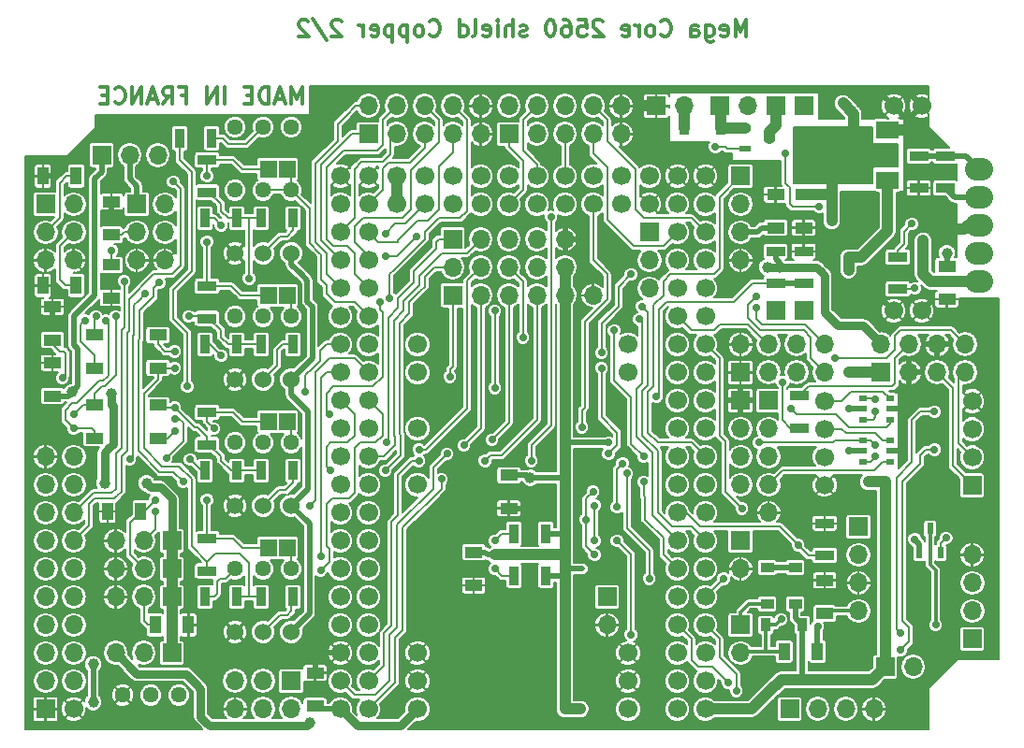
<source format=gbr>
G04 #@! TF.FileFunction,Copper,L2,Bot,Signal*
%FSLAX46Y46*%
G04 Gerber Fmt 4.6, Leading zero omitted, Abs format (unit mm)*
G04 Created by KiCad (PCBNEW 4.0.7) date 08/07/18 09:16:37*
%MOMM*%
%LPD*%
G01*
G04 APERTURE LIST*
%ADD10C,0.100000*%
%ADD11C,0.300000*%
%ADD12R,1.000000X0.600000*%
%ADD13R,1.700000X1.700000*%
%ADD14O,1.700000X1.700000*%
%ADD15C,1.700000*%
%ADD16O,2.540000X2.032000*%
%ADD17R,1.000000X1.600000*%
%ADD18R,1.200000X0.900000*%
%ADD19R,0.800000X0.550000*%
%ADD20R,1.700000X0.900000*%
%ADD21R,0.900000X1.700000*%
%ADD22R,0.600000X1.000000*%
%ADD23R,0.900000X1.200000*%
%ADD24R,1.600000X1.000000*%
%ADD25R,2.000000X3.800000*%
%ADD26R,2.000000X1.500000*%
%ADD27C,1.440000*%
%ADD28C,1.524000*%
%ADD29R,1.524000X1.524000*%
%ADD30C,0.700000*%
%ADD31C,1.000000*%
%ADD32C,0.500000*%
%ADD33C,1.000000*%
%ADD34C,0.210000*%
%ADD35C,0.750000*%
%ADD36C,0.310000*%
G04 APERTURE END LIST*
D10*
D11*
X165921663Y-64209051D02*
X165921663Y-62709051D01*
X165421663Y-63780480D01*
X164921663Y-62709051D01*
X164921663Y-64209051D01*
X164278806Y-63780480D02*
X163564520Y-63780480D01*
X164421663Y-64209051D02*
X163921663Y-62709051D01*
X163421663Y-64209051D01*
X162921663Y-64209051D02*
X162921663Y-62709051D01*
X162564520Y-62709051D01*
X162350235Y-62780480D01*
X162207377Y-62923337D01*
X162135949Y-63066194D01*
X162064520Y-63351909D01*
X162064520Y-63566194D01*
X162135949Y-63851909D01*
X162207377Y-63994766D01*
X162350235Y-64137623D01*
X162564520Y-64209051D01*
X162921663Y-64209051D01*
X161421663Y-63423337D02*
X160921663Y-63423337D01*
X160707377Y-64209051D02*
X161421663Y-64209051D01*
X161421663Y-62709051D01*
X160707377Y-62709051D01*
X158921663Y-64209051D02*
X158921663Y-62709051D01*
X158207377Y-64209051D02*
X158207377Y-62709051D01*
X157350234Y-64209051D01*
X157350234Y-62709051D01*
X154993091Y-63423337D02*
X155493091Y-63423337D01*
X155493091Y-64209051D02*
X155493091Y-62709051D01*
X154778805Y-62709051D01*
X153350234Y-64209051D02*
X153850234Y-63494766D01*
X154207377Y-64209051D02*
X154207377Y-62709051D01*
X153635949Y-62709051D01*
X153493091Y-62780480D01*
X153421663Y-62851909D01*
X153350234Y-62994766D01*
X153350234Y-63209051D01*
X153421663Y-63351909D01*
X153493091Y-63423337D01*
X153635949Y-63494766D01*
X154207377Y-63494766D01*
X152778806Y-63780480D02*
X152064520Y-63780480D01*
X152921663Y-64209051D02*
X152421663Y-62709051D01*
X151921663Y-64209051D01*
X151421663Y-64209051D02*
X151421663Y-62709051D01*
X150564520Y-64209051D01*
X150564520Y-62709051D01*
X148993091Y-64066194D02*
X149064520Y-64137623D01*
X149278806Y-64209051D01*
X149421663Y-64209051D01*
X149635948Y-64137623D01*
X149778806Y-63994766D01*
X149850234Y-63851909D01*
X149921663Y-63566194D01*
X149921663Y-63351909D01*
X149850234Y-63066194D01*
X149778806Y-62923337D01*
X149635948Y-62780480D01*
X149421663Y-62709051D01*
X149278806Y-62709051D01*
X149064520Y-62780480D01*
X148993091Y-62851909D01*
X148350234Y-63423337D02*
X147850234Y-63423337D01*
X147635948Y-64209051D02*
X148350234Y-64209051D01*
X148350234Y-62709051D01*
X147635948Y-62709051D01*
X206111804Y-58113051D02*
X206111804Y-56613051D01*
X205611804Y-57684480D01*
X205111804Y-56613051D01*
X205111804Y-58113051D01*
X203826090Y-58041623D02*
X203968947Y-58113051D01*
X204254661Y-58113051D01*
X204397518Y-58041623D01*
X204468947Y-57898766D01*
X204468947Y-57327337D01*
X204397518Y-57184480D01*
X204254661Y-57113051D01*
X203968947Y-57113051D01*
X203826090Y-57184480D01*
X203754661Y-57327337D01*
X203754661Y-57470194D01*
X204468947Y-57613051D01*
X202468947Y-57113051D02*
X202468947Y-58327337D01*
X202540376Y-58470194D01*
X202611804Y-58541623D01*
X202754661Y-58613051D01*
X202968947Y-58613051D01*
X203111804Y-58541623D01*
X202468947Y-58041623D02*
X202611804Y-58113051D01*
X202897518Y-58113051D01*
X203040376Y-58041623D01*
X203111804Y-57970194D01*
X203183233Y-57827337D01*
X203183233Y-57398766D01*
X203111804Y-57255909D01*
X203040376Y-57184480D01*
X202897518Y-57113051D01*
X202611804Y-57113051D01*
X202468947Y-57184480D01*
X201111804Y-58113051D02*
X201111804Y-57327337D01*
X201183233Y-57184480D01*
X201326090Y-57113051D01*
X201611804Y-57113051D01*
X201754661Y-57184480D01*
X201111804Y-58041623D02*
X201254661Y-58113051D01*
X201611804Y-58113051D01*
X201754661Y-58041623D01*
X201826090Y-57898766D01*
X201826090Y-57755909D01*
X201754661Y-57613051D01*
X201611804Y-57541623D01*
X201254661Y-57541623D01*
X201111804Y-57470194D01*
X198397518Y-57970194D02*
X198468947Y-58041623D01*
X198683233Y-58113051D01*
X198826090Y-58113051D01*
X199040375Y-58041623D01*
X199183233Y-57898766D01*
X199254661Y-57755909D01*
X199326090Y-57470194D01*
X199326090Y-57255909D01*
X199254661Y-56970194D01*
X199183233Y-56827337D01*
X199040375Y-56684480D01*
X198826090Y-56613051D01*
X198683233Y-56613051D01*
X198468947Y-56684480D01*
X198397518Y-56755909D01*
X197540375Y-58113051D02*
X197683233Y-58041623D01*
X197754661Y-57970194D01*
X197826090Y-57827337D01*
X197826090Y-57398766D01*
X197754661Y-57255909D01*
X197683233Y-57184480D01*
X197540375Y-57113051D01*
X197326090Y-57113051D01*
X197183233Y-57184480D01*
X197111804Y-57255909D01*
X197040375Y-57398766D01*
X197040375Y-57827337D01*
X197111804Y-57970194D01*
X197183233Y-58041623D01*
X197326090Y-58113051D01*
X197540375Y-58113051D01*
X196397518Y-58113051D02*
X196397518Y-57113051D01*
X196397518Y-57398766D02*
X196326090Y-57255909D01*
X196254661Y-57184480D01*
X196111804Y-57113051D01*
X195968947Y-57113051D01*
X194897519Y-58041623D02*
X195040376Y-58113051D01*
X195326090Y-58113051D01*
X195468947Y-58041623D01*
X195540376Y-57898766D01*
X195540376Y-57327337D01*
X195468947Y-57184480D01*
X195326090Y-57113051D01*
X195040376Y-57113051D01*
X194897519Y-57184480D01*
X194826090Y-57327337D01*
X194826090Y-57470194D01*
X195540376Y-57613051D01*
X193111805Y-56755909D02*
X193040376Y-56684480D01*
X192897519Y-56613051D01*
X192540376Y-56613051D01*
X192397519Y-56684480D01*
X192326090Y-56755909D01*
X192254662Y-56898766D01*
X192254662Y-57041623D01*
X192326090Y-57255909D01*
X193183233Y-58113051D01*
X192254662Y-58113051D01*
X190897519Y-56613051D02*
X191611805Y-56613051D01*
X191683234Y-57327337D01*
X191611805Y-57255909D01*
X191468948Y-57184480D01*
X191111805Y-57184480D01*
X190968948Y-57255909D01*
X190897519Y-57327337D01*
X190826091Y-57470194D01*
X190826091Y-57827337D01*
X190897519Y-57970194D01*
X190968948Y-58041623D01*
X191111805Y-58113051D01*
X191468948Y-58113051D01*
X191611805Y-58041623D01*
X191683234Y-57970194D01*
X189540377Y-56613051D02*
X189826091Y-56613051D01*
X189968948Y-56684480D01*
X190040377Y-56755909D01*
X190183234Y-56970194D01*
X190254663Y-57255909D01*
X190254663Y-57827337D01*
X190183234Y-57970194D01*
X190111806Y-58041623D01*
X189968948Y-58113051D01*
X189683234Y-58113051D01*
X189540377Y-58041623D01*
X189468948Y-57970194D01*
X189397520Y-57827337D01*
X189397520Y-57470194D01*
X189468948Y-57327337D01*
X189540377Y-57255909D01*
X189683234Y-57184480D01*
X189968948Y-57184480D01*
X190111806Y-57255909D01*
X190183234Y-57327337D01*
X190254663Y-57470194D01*
X188468949Y-56613051D02*
X188326092Y-56613051D01*
X188183235Y-56684480D01*
X188111806Y-56755909D01*
X188040377Y-56898766D01*
X187968949Y-57184480D01*
X187968949Y-57541623D01*
X188040377Y-57827337D01*
X188111806Y-57970194D01*
X188183235Y-58041623D01*
X188326092Y-58113051D01*
X188468949Y-58113051D01*
X188611806Y-58041623D01*
X188683235Y-57970194D01*
X188754663Y-57827337D01*
X188826092Y-57541623D01*
X188826092Y-57184480D01*
X188754663Y-56898766D01*
X188683235Y-56755909D01*
X188611806Y-56684480D01*
X188468949Y-56613051D01*
X186254664Y-58041623D02*
X186111807Y-58113051D01*
X185826092Y-58113051D01*
X185683235Y-58041623D01*
X185611807Y-57898766D01*
X185611807Y-57827337D01*
X185683235Y-57684480D01*
X185826092Y-57613051D01*
X186040378Y-57613051D01*
X186183235Y-57541623D01*
X186254664Y-57398766D01*
X186254664Y-57327337D01*
X186183235Y-57184480D01*
X186040378Y-57113051D01*
X185826092Y-57113051D01*
X185683235Y-57184480D01*
X184968949Y-58113051D02*
X184968949Y-56613051D01*
X184326092Y-58113051D02*
X184326092Y-57327337D01*
X184397521Y-57184480D01*
X184540378Y-57113051D01*
X184754663Y-57113051D01*
X184897521Y-57184480D01*
X184968949Y-57255909D01*
X183611806Y-58113051D02*
X183611806Y-57113051D01*
X183611806Y-56613051D02*
X183683235Y-56684480D01*
X183611806Y-56755909D01*
X183540378Y-56684480D01*
X183611806Y-56613051D01*
X183611806Y-56755909D01*
X182326092Y-58041623D02*
X182468949Y-58113051D01*
X182754663Y-58113051D01*
X182897520Y-58041623D01*
X182968949Y-57898766D01*
X182968949Y-57327337D01*
X182897520Y-57184480D01*
X182754663Y-57113051D01*
X182468949Y-57113051D01*
X182326092Y-57184480D01*
X182254663Y-57327337D01*
X182254663Y-57470194D01*
X182968949Y-57613051D01*
X181397520Y-58113051D02*
X181540378Y-58041623D01*
X181611806Y-57898766D01*
X181611806Y-56613051D01*
X180183235Y-58113051D02*
X180183235Y-56613051D01*
X180183235Y-58041623D02*
X180326092Y-58113051D01*
X180611806Y-58113051D01*
X180754664Y-58041623D01*
X180826092Y-57970194D01*
X180897521Y-57827337D01*
X180897521Y-57398766D01*
X180826092Y-57255909D01*
X180754664Y-57184480D01*
X180611806Y-57113051D01*
X180326092Y-57113051D01*
X180183235Y-57184480D01*
X177468949Y-57970194D02*
X177540378Y-58041623D01*
X177754664Y-58113051D01*
X177897521Y-58113051D01*
X178111806Y-58041623D01*
X178254664Y-57898766D01*
X178326092Y-57755909D01*
X178397521Y-57470194D01*
X178397521Y-57255909D01*
X178326092Y-56970194D01*
X178254664Y-56827337D01*
X178111806Y-56684480D01*
X177897521Y-56613051D01*
X177754664Y-56613051D01*
X177540378Y-56684480D01*
X177468949Y-56755909D01*
X176611806Y-58113051D02*
X176754664Y-58041623D01*
X176826092Y-57970194D01*
X176897521Y-57827337D01*
X176897521Y-57398766D01*
X176826092Y-57255909D01*
X176754664Y-57184480D01*
X176611806Y-57113051D01*
X176397521Y-57113051D01*
X176254664Y-57184480D01*
X176183235Y-57255909D01*
X176111806Y-57398766D01*
X176111806Y-57827337D01*
X176183235Y-57970194D01*
X176254664Y-58041623D01*
X176397521Y-58113051D01*
X176611806Y-58113051D01*
X175468949Y-57113051D02*
X175468949Y-58613051D01*
X175468949Y-57184480D02*
X175326092Y-57113051D01*
X175040378Y-57113051D01*
X174897521Y-57184480D01*
X174826092Y-57255909D01*
X174754663Y-57398766D01*
X174754663Y-57827337D01*
X174826092Y-57970194D01*
X174897521Y-58041623D01*
X175040378Y-58113051D01*
X175326092Y-58113051D01*
X175468949Y-58041623D01*
X174111806Y-57113051D02*
X174111806Y-58613051D01*
X174111806Y-57184480D02*
X173968949Y-57113051D01*
X173683235Y-57113051D01*
X173540378Y-57184480D01*
X173468949Y-57255909D01*
X173397520Y-57398766D01*
X173397520Y-57827337D01*
X173468949Y-57970194D01*
X173540378Y-58041623D01*
X173683235Y-58113051D01*
X173968949Y-58113051D01*
X174111806Y-58041623D01*
X172183235Y-58041623D02*
X172326092Y-58113051D01*
X172611806Y-58113051D01*
X172754663Y-58041623D01*
X172826092Y-57898766D01*
X172826092Y-57327337D01*
X172754663Y-57184480D01*
X172611806Y-57113051D01*
X172326092Y-57113051D01*
X172183235Y-57184480D01*
X172111806Y-57327337D01*
X172111806Y-57470194D01*
X172826092Y-57613051D01*
X171468949Y-58113051D02*
X171468949Y-57113051D01*
X171468949Y-57398766D02*
X171397521Y-57255909D01*
X171326092Y-57184480D01*
X171183235Y-57113051D01*
X171040378Y-57113051D01*
X169468950Y-56755909D02*
X169397521Y-56684480D01*
X169254664Y-56613051D01*
X168897521Y-56613051D01*
X168754664Y-56684480D01*
X168683235Y-56755909D01*
X168611807Y-56898766D01*
X168611807Y-57041623D01*
X168683235Y-57255909D01*
X169540378Y-58113051D01*
X168611807Y-58113051D01*
X166897522Y-56541623D02*
X168183236Y-58470194D01*
X166468950Y-56755909D02*
X166397521Y-56684480D01*
X166254664Y-56613051D01*
X165897521Y-56613051D01*
X165754664Y-56684480D01*
X165683235Y-56755909D01*
X165611807Y-56898766D01*
X165611807Y-57041623D01*
X165683235Y-57255909D01*
X166540378Y-58113051D01*
X165611807Y-58113051D01*
D12*
X206006520Y-66390480D03*
X208206520Y-67340480D03*
X206006520Y-68290480D03*
D13*
X208122520Y-91089480D03*
D14*
X208122520Y-93629480D03*
X208122520Y-96169480D03*
X208122520Y-98709480D03*
X208122520Y-101249480D03*
D15*
X187167520Y-73309480D03*
X189707520Y-73309480D03*
X192247520Y-73309480D03*
X194787520Y-73309480D03*
X197327520Y-73309480D03*
X184627520Y-73309480D03*
X182087520Y-73309480D03*
X179547520Y-73309480D03*
X177007520Y-73309480D03*
X174467520Y-73309480D03*
X197327520Y-70769480D03*
X194787520Y-70769480D03*
X192247520Y-70769480D03*
X189707520Y-70769480D03*
X187167520Y-70769480D03*
X184627520Y-70769480D03*
X182087520Y-70769480D03*
X179547520Y-70769480D03*
X177007520Y-70769480D03*
X174467520Y-70769480D03*
X199867520Y-70769480D03*
X199867520Y-73309480D03*
X199867520Y-75849480D03*
X199867520Y-78389480D03*
X199867520Y-80929480D03*
X199867520Y-83469480D03*
X199867520Y-86009480D03*
X199867520Y-88549480D03*
X199867520Y-91089480D03*
X199867520Y-93629480D03*
X199867520Y-96169480D03*
X199867520Y-98709480D03*
X199867520Y-101249480D03*
X199867520Y-103789480D03*
X199867520Y-106329480D03*
X199867520Y-108869480D03*
X199867520Y-111409480D03*
X199867520Y-113949480D03*
X199867520Y-116489480D03*
X199867520Y-119029480D03*
X202407520Y-70769480D03*
X202407520Y-73309480D03*
X202407520Y-75849480D03*
X202407520Y-78389480D03*
X202407520Y-80929480D03*
X202407520Y-83469480D03*
X202407520Y-86009480D03*
X202407520Y-88549480D03*
X202407520Y-91089480D03*
X202407520Y-93629480D03*
X202407520Y-96169480D03*
X202407520Y-98709480D03*
X202407520Y-101249480D03*
X202407520Y-103789480D03*
X202407520Y-106329480D03*
X202407520Y-108869480D03*
X202407520Y-111409480D03*
X202407520Y-113949480D03*
X202407520Y-116489480D03*
X202407520Y-119029480D03*
X171927520Y-70769480D03*
X171927520Y-73309480D03*
X171927520Y-75849480D03*
X171927520Y-78389480D03*
X171927520Y-80929480D03*
X171927520Y-83469480D03*
X171927520Y-86009480D03*
X171927520Y-88549480D03*
X171927520Y-91089480D03*
X171927520Y-93629480D03*
X171927520Y-96169480D03*
X171927520Y-98709480D03*
X171927520Y-101249480D03*
X171927520Y-103789480D03*
X171927520Y-106329480D03*
X171927520Y-108869480D03*
X171927520Y-111409480D03*
X171927520Y-113949480D03*
X171927520Y-116489480D03*
X171927520Y-119029480D03*
X169387520Y-119029480D03*
X169387520Y-116489480D03*
X169387520Y-113949480D03*
X169387520Y-111409480D03*
X169387520Y-108869480D03*
X169387520Y-106329480D03*
X169387520Y-103789480D03*
X169387520Y-101249480D03*
X169387520Y-98709480D03*
X169387520Y-96169480D03*
X169387520Y-93629480D03*
X169387520Y-91089480D03*
X169387520Y-88549480D03*
X169387520Y-86009480D03*
X169387520Y-83469480D03*
X169387520Y-80929480D03*
X169387520Y-78389480D03*
X169387520Y-75849480D03*
X169387520Y-73309480D03*
X169387520Y-70769480D03*
D16*
X227172520Y-70134480D03*
X227172520Y-72674480D03*
X227172520Y-75214480D03*
X227172520Y-77754480D03*
X227172520Y-80294480D03*
D13*
X208757520Y-64419480D03*
X208767520Y-82961480D03*
X211297520Y-64419480D03*
X211297520Y-82961480D03*
D15*
X219425520Y-64419480D03*
X219425520Y-82961480D03*
X221965520Y-64419480D03*
X221965520Y-82961480D03*
D13*
X197327520Y-75849480D03*
D14*
X197327520Y-78389480D03*
X197327520Y-80929480D03*
D13*
X205582520Y-70769480D03*
D14*
X205582520Y-73309480D03*
X205582520Y-75849480D03*
X205582520Y-78389480D03*
D17*
X209543520Y-113822480D03*
X212543520Y-113822480D03*
D18*
X207995520Y-106203480D03*
X207995520Y-109503480D03*
X210535520Y-109503480D03*
X210535520Y-106203480D03*
D19*
X219101520Y-94711480D03*
X219101520Y-95661480D03*
X219101520Y-96611480D03*
X216701520Y-96611480D03*
X216701520Y-95661480D03*
X216701520Y-94711480D03*
X219101520Y-90901480D03*
X219101520Y-91851480D03*
X219101520Y-92801480D03*
X216701520Y-92801480D03*
X216701520Y-91851480D03*
X216701520Y-90901480D03*
D13*
X218663520Y-115219480D03*
D14*
X221203520Y-115219480D03*
D20*
X210916520Y-90655480D03*
X210916520Y-93555480D03*
D21*
X154856520Y-67340480D03*
X157756520Y-67340480D03*
D20*
X219806520Y-80982480D03*
X219806520Y-78082480D03*
D22*
X221777520Y-104889480D03*
X222727520Y-102689480D03*
X223677520Y-104889480D03*
D23*
X207869520Y-111409480D03*
X211169520Y-111409480D03*
D24*
X213202520Y-110369480D03*
X213202520Y-107369480D03*
D20*
X213202520Y-105112480D03*
X213202520Y-102212480D03*
D24*
X224251520Y-78921480D03*
X224251520Y-81921480D03*
D20*
X224124520Y-71838480D03*
X224124520Y-68938480D03*
X221711520Y-68938480D03*
X221711520Y-71838480D03*
X211297520Y-80474480D03*
X211297520Y-77574480D03*
X208757520Y-80474480D03*
X208757520Y-77574480D03*
D24*
X211297520Y-72444480D03*
X211297520Y-75444480D03*
X208757520Y-72444480D03*
X208757520Y-75444480D03*
D25*
X212592520Y-68864480D03*
D26*
X218892520Y-68864480D03*
X218892520Y-71164480D03*
X218892520Y-66564480D03*
D23*
X203803520Y-66451480D03*
X200503520Y-66451480D03*
D13*
X179547520Y-76484480D03*
D14*
X179547520Y-79024480D03*
X182087520Y-76484480D03*
X182087520Y-79024480D03*
X184627520Y-76484480D03*
X184627520Y-79024480D03*
X187167520Y-76484480D03*
X187167520Y-79024480D03*
X189707520Y-76484480D03*
X189707520Y-79024480D03*
D15*
X195422520Y-86009480D03*
X195422520Y-88549480D03*
X176372520Y-86009480D03*
X176372520Y-88549480D03*
X176372520Y-93629480D03*
X176372520Y-98709480D03*
X176372520Y-113949480D03*
X176372520Y-116489480D03*
X176372520Y-119029480D03*
X195422520Y-119029480D03*
X195422520Y-116489480D03*
X195422520Y-113949480D03*
D24*
X184627520Y-97844480D03*
X184627520Y-100844480D03*
D21*
X185082520Y-103154480D03*
X187982520Y-103154480D03*
X185082520Y-106964480D03*
X187982520Y-106964480D03*
D24*
X181452520Y-104829480D03*
X181452520Y-107829480D03*
X167101520Y-115751480D03*
X167101520Y-118751480D03*
D20*
X157322520Y-106509480D03*
X157322520Y-103609480D03*
D17*
X152647520Y-111409480D03*
X155647520Y-111409480D03*
X151329520Y-101122480D03*
X148329520Y-101122480D03*
D21*
X162222520Y-97439480D03*
X165122520Y-97439480D03*
D20*
X157322520Y-95079480D03*
X157322520Y-92179480D03*
D24*
X152877520Y-94494480D03*
X152877520Y-91494480D03*
X147162520Y-94494480D03*
X147162520Y-91494480D03*
X147162520Y-85144480D03*
X147162520Y-88144480D03*
X152877520Y-85144480D03*
X152877520Y-88144480D03*
D21*
X162222520Y-86009480D03*
X165122520Y-86009480D03*
D20*
X157322520Y-83649480D03*
X157322520Y-80749480D03*
D21*
X157142520Y-74579480D03*
X160042520Y-74579480D03*
X162222520Y-74579480D03*
X165122520Y-74579480D03*
D17*
X145487520Y-80675480D03*
X142487520Y-80675480D03*
D24*
X143352520Y-85604480D03*
X143352520Y-82604480D03*
X148686520Y-78794480D03*
X148686520Y-81794480D03*
X148686520Y-76079480D03*
X148686520Y-73079480D03*
D20*
X157322520Y-72219480D03*
X157322520Y-69319480D03*
D17*
X145487520Y-70769480D03*
X142487520Y-70769480D03*
D21*
X157142520Y-86009480D03*
X160042520Y-86009480D03*
X157142520Y-97439480D03*
X160042520Y-97439480D03*
X162222520Y-108869480D03*
X165122520Y-108869480D03*
X157142520Y-108869480D03*
X160042520Y-108869480D03*
D13*
X226537520Y-112679480D03*
D14*
X226537520Y-110139480D03*
X226537520Y-107599480D03*
X226537520Y-105059480D03*
D13*
X210027520Y-119029480D03*
D14*
X212567520Y-119029480D03*
X215107520Y-119029480D03*
X217647520Y-119029480D03*
D13*
X205582520Y-111409480D03*
D14*
X205582520Y-113949480D03*
D13*
X216250520Y-102519480D03*
D14*
X216250520Y-105059480D03*
X216250520Y-107599480D03*
X216250520Y-110139480D03*
D13*
X205582520Y-103789480D03*
D14*
X205582520Y-106329480D03*
D13*
X205582520Y-91089480D03*
D14*
X205582520Y-93629480D03*
X205582520Y-96169480D03*
X205582520Y-98709480D03*
D15*
X226537520Y-91152980D03*
X226537520Y-93692980D03*
X226537520Y-96232980D03*
D13*
X226537520Y-98772980D03*
D15*
X213202520Y-91102180D03*
X213202520Y-93642180D03*
X213202520Y-96182180D03*
X213202520Y-98722180D03*
X213202520Y-98722180D03*
X213202520Y-96182180D03*
X213202520Y-93642180D03*
X213202520Y-91102180D03*
D13*
X203677520Y-64419480D03*
D14*
X206217520Y-64419480D03*
D13*
X197962520Y-64419480D03*
D14*
X200502520Y-64419480D03*
D13*
X179547520Y-81564480D03*
D14*
X182087520Y-81564480D03*
X184627520Y-81564480D03*
X187167520Y-81564480D03*
X189707520Y-81564480D03*
X192247520Y-81564480D03*
D13*
X193517520Y-108869480D03*
D14*
X193517520Y-111409480D03*
D13*
X147797520Y-68864480D03*
D14*
X150337520Y-68864480D03*
X152877520Y-68864480D03*
D13*
X150972520Y-73309480D03*
D14*
X153512520Y-73309480D03*
X150972520Y-75849480D03*
X153512520Y-75849480D03*
X150972520Y-78389480D03*
X153512520Y-78389480D03*
D13*
X142717520Y-73309480D03*
D14*
X145257520Y-73309480D03*
X142717520Y-75849480D03*
X145257520Y-75849480D03*
X142717520Y-78389480D03*
X145257520Y-78389480D03*
D13*
X142717520Y-119029480D03*
D14*
X145257520Y-116489480D03*
X142717520Y-116489480D03*
X145257520Y-113949480D03*
X142717520Y-113949480D03*
X145257520Y-111409480D03*
X142717520Y-111409480D03*
X145257520Y-108869480D03*
X142717520Y-108869480D03*
X145257520Y-106329480D03*
X142717520Y-106329480D03*
X145257520Y-103789480D03*
X142717520Y-103789480D03*
X145257520Y-101249480D03*
X142717520Y-101249480D03*
X145257520Y-98709480D03*
X142717520Y-98709480D03*
X145257520Y-96169480D03*
X142717520Y-96169480D03*
D15*
X145257520Y-119029480D03*
D13*
X154147520Y-103789480D03*
D14*
X151607520Y-103789480D03*
X149067520Y-103789480D03*
D13*
X154147520Y-106329480D03*
D14*
X151607520Y-106329480D03*
X149067520Y-106329480D03*
D13*
X154147520Y-108869480D03*
D14*
X151607520Y-108869480D03*
X149067520Y-108869480D03*
D13*
X154147520Y-113949480D03*
D14*
X151607520Y-113949480D03*
X149067520Y-113949480D03*
D27*
X149702520Y-117759480D03*
X152242520Y-117759480D03*
X154782520Y-117759480D03*
D13*
X164942520Y-116489480D03*
D14*
X164942520Y-119029480D03*
X162402520Y-116489480D03*
X162402520Y-119029480D03*
X159862520Y-116489480D03*
X159862520Y-119029480D03*
D28*
X162402520Y-112044480D03*
X164942520Y-112044480D03*
X159862520Y-112044480D03*
D27*
X159862520Y-106329480D03*
X162402520Y-106329480D03*
X164942520Y-106329480D03*
D28*
X162402520Y-100614480D03*
X164942520Y-100614480D03*
X159862520Y-100614480D03*
D27*
X159862520Y-94899480D03*
X162402520Y-94899480D03*
X164942520Y-94899480D03*
D28*
X162402520Y-89184480D03*
X164942520Y-89184480D03*
X159862520Y-89184480D03*
D27*
X159862520Y-83469480D03*
X162402520Y-83469480D03*
X164942520Y-83469480D03*
X159862520Y-72039480D03*
X162402520Y-72039480D03*
X164942520Y-72039480D03*
D28*
X162402520Y-77754480D03*
X164942520Y-77754480D03*
X159862520Y-77754480D03*
D27*
X159862520Y-66324480D03*
X162402520Y-66324480D03*
X164942520Y-66324480D03*
D13*
X205582520Y-88549480D03*
D14*
X205582520Y-86009480D03*
X208122520Y-88549480D03*
X208122520Y-86009480D03*
X210662520Y-88549480D03*
X210662520Y-86009480D03*
X213202520Y-88549480D03*
X213202520Y-86009480D03*
D13*
X171927520Y-66959480D03*
D14*
X171927520Y-64419480D03*
X174467520Y-66959480D03*
X174467520Y-64419480D03*
X177007520Y-66959480D03*
X177007520Y-64419480D03*
X179547520Y-66959480D03*
X179547520Y-64419480D03*
X182087520Y-66959480D03*
X182087520Y-64419480D03*
D13*
X184627520Y-66959480D03*
D14*
X184627520Y-64419480D03*
X187167520Y-66959480D03*
X187167520Y-64419480D03*
X189707520Y-66959480D03*
X189707520Y-64419480D03*
X192247520Y-66959480D03*
X192247520Y-64419480D03*
X194787520Y-66959480D03*
X194787520Y-64419480D03*
D29*
X164571680Y-70134480D03*
X162872420Y-70134480D03*
X164571680Y-81564480D03*
X162872420Y-81564480D03*
X164571680Y-92994480D03*
X162872420Y-92994480D03*
X164571680Y-104424480D03*
X162872420Y-104424480D03*
D13*
X218282520Y-88549480D03*
D14*
X218282520Y-86009480D03*
X220822520Y-88549480D03*
X220822520Y-86009480D03*
X223362520Y-88549480D03*
X223362520Y-86009480D03*
X225902520Y-88549480D03*
X225902520Y-86009480D03*
D24*
X143352520Y-90684480D03*
X143352520Y-87684480D03*
D30*
X209900520Y-107726480D03*
X207106520Y-72420480D03*
D31*
X220822520Y-65562480D03*
X213710520Y-78135480D03*
X154401520Y-89819480D03*
D30*
X216885520Y-113187480D03*
X220314520Y-91851480D03*
X220314520Y-95661480D03*
D31*
X164942520Y-68229480D03*
X176499520Y-84231480D03*
X215742520Y-73817480D03*
X190977520Y-95915480D03*
D30*
X222473520Y-107599480D03*
X222473520Y-110139480D03*
D31*
X188437520Y-112679480D03*
X183357520Y-112679480D03*
X186532520Y-100106480D03*
X180182520Y-101884480D03*
X197454520Y-113187480D03*
X149829520Y-100487480D03*
X148686520Y-74579480D03*
X143352520Y-84104480D03*
D30*
X221330520Y-103662480D03*
D31*
X148686520Y-90454480D03*
X148051520Y-98582480D03*
X151861520Y-98582480D03*
D30*
X218663520Y-104932480D03*
D31*
X215361520Y-88549480D03*
D30*
X215361520Y-95661480D03*
X215361520Y-91851480D03*
D31*
X217139520Y-98455480D03*
X218663520Y-98455480D03*
X215361520Y-79278480D03*
X215361520Y-78135480D03*
X224251520Y-77754480D03*
D30*
X193644520Y-94899480D03*
D31*
X189707520Y-119029480D03*
X191104520Y-119029480D03*
X183357520Y-105059480D03*
X186532520Y-98074480D03*
X145130520Y-90327480D03*
D30*
X153639520Y-96296480D03*
X154401520Y-92740480D03*
X155544520Y-89819480D03*
D31*
X209138520Y-79024480D03*
X207995520Y-79024480D03*
D30*
X194406520Y-100741480D03*
X194914520Y-96804480D03*
X144241520Y-89057480D03*
X146273520Y-83850480D03*
X161132520Y-80040480D03*
X149067520Y-83469480D03*
X155671520Y-83469480D03*
X145257520Y-92359480D03*
X154401520Y-91724480D03*
X154401520Y-88144480D03*
X158592520Y-75214480D03*
X158592520Y-87025480D03*
X155798520Y-96423480D03*
X183357520Y-106329480D03*
X183357520Y-103789480D03*
X157957520Y-93629480D03*
X153004520Y-80421480D03*
X155163520Y-98455480D03*
X157322520Y-100106480D03*
X157322520Y-70769480D03*
X157322520Y-76738480D03*
X148686520Y-77500480D03*
X150337520Y-96423480D03*
X151734520Y-81437480D03*
X173451520Y-78008480D03*
X176245520Y-76230480D03*
X168371520Y-92359480D03*
X173451520Y-75976480D03*
X172943520Y-82199480D03*
X183357520Y-82961480D03*
X183357520Y-89946480D03*
X149829520Y-80294480D03*
X154274520Y-71277480D03*
X179293520Y-88930480D03*
X180563520Y-95153480D03*
X176499520Y-96550480D03*
X182468520Y-96550480D03*
X178531520Y-98201480D03*
X179039520Y-95915480D03*
X183103520Y-94645480D03*
X167609520Y-106456480D03*
X168498520Y-97439480D03*
X152623520Y-100106480D03*
X166593520Y-100614480D03*
X152623520Y-101122480D03*
X205201520Y-117378480D03*
X204439520Y-116616480D03*
X204058520Y-107218480D03*
X147289520Y-83469480D03*
X145260060Y-93626940D03*
X148178520Y-83850480D03*
X154401520Y-93883480D03*
X166212520Y-90327480D03*
X167609520Y-105186480D03*
X154401520Y-86644480D03*
X206979520Y-82707480D03*
X188437520Y-74452480D03*
X186659520Y-96550480D03*
X173832520Y-81818480D03*
X191231520Y-93502480D03*
X214091520Y-87279480D03*
X194152520Y-84739480D03*
X196819520Y-96169480D03*
X185897520Y-85374480D03*
X192247520Y-99344480D03*
X191612520Y-101884480D03*
X192374520Y-105059480D03*
X196438520Y-83723480D03*
X196819520Y-98455480D03*
X220060520Y-112171480D03*
X223108520Y-92105480D03*
X206979520Y-81691480D03*
X193644520Y-95915480D03*
X193009520Y-88168480D03*
X197327520Y-107218480D03*
X195295520Y-97693480D03*
X192374520Y-103789480D03*
X192374520Y-100614480D03*
X196692520Y-82580480D03*
X220060520Y-113695480D03*
X223108520Y-95534480D03*
X176499520Y-95534480D03*
X173451520Y-97439480D03*
X173578520Y-94899480D03*
X197962520Y-90708480D03*
D31*
X147035520Y-114965480D03*
X147035520Y-118394480D03*
X166593520Y-120299480D03*
X215615520Y-64927480D03*
X214853520Y-64165480D03*
X213837520Y-74833480D03*
X222092520Y-76611480D03*
X222092520Y-77881480D03*
X213837520Y-72420480D03*
D30*
X195676520Y-79659480D03*
X193009520Y-86771480D03*
X210789520Y-104170480D03*
X224177520Y-103535480D03*
X221330520Y-80929480D03*
X207233520Y-94899480D03*
X217774520Y-90962480D03*
X217774520Y-95153480D03*
X217774520Y-96169480D03*
X209392520Y-89438480D03*
X205709520Y-100868480D03*
X194406520Y-103789480D03*
X195676520Y-112298480D03*
X210154520Y-91851480D03*
X217774520Y-92105480D03*
X209265520Y-110901480D03*
X212567520Y-111536480D03*
X203296520Y-68102480D03*
X209646520Y-68737480D03*
X212694520Y-73563480D03*
X221076520Y-75087480D03*
X223235520Y-111409480D03*
D32*
X220822520Y-88549480D02*
X220822520Y-89946480D01*
X220822520Y-88549480D02*
X221838520Y-88549480D01*
X220822520Y-88549480D02*
X220822520Y-87533480D01*
X223362520Y-86009480D02*
X222219520Y-86009480D01*
X223362520Y-86009480D02*
X224505520Y-86009480D01*
X223362520Y-86009480D02*
X223362520Y-87152480D01*
X205582520Y-91089480D02*
X205582520Y-90073480D01*
X205582520Y-91089480D02*
X204439520Y-91089480D01*
X205582520Y-91089480D02*
X205582520Y-92232480D01*
X205582520Y-91089480D02*
X206725520Y-91089480D01*
D33*
X218892520Y-66564480D02*
X220681520Y-66564480D01*
X220681520Y-66564480D02*
X220695520Y-66578480D01*
D32*
X221965520Y-82961480D02*
X222981520Y-81945480D01*
X219425520Y-82961480D02*
X218536520Y-82072480D01*
X221965520Y-64419480D02*
X221076520Y-65308480D01*
X219425520Y-64419480D02*
X220314520Y-65308480D01*
X219425520Y-64419480D02*
X218536520Y-63530480D01*
X221965520Y-64419480D02*
X220949520Y-63403480D01*
D34*
X221965520Y-64419480D02*
X222600520Y-63784480D01*
X222600520Y-63784480D02*
X222600520Y-63276480D01*
X221965520Y-64419480D02*
X221965520Y-64546480D01*
X221965520Y-64546480D02*
X222600520Y-65181480D01*
X222600520Y-65181480D02*
X222600520Y-65435480D01*
D32*
X219101520Y-91851480D02*
X220314520Y-91851480D01*
X219101520Y-95661480D02*
X220314520Y-95661480D01*
D33*
X227172520Y-75214480D02*
X226156520Y-75214480D01*
X226156520Y-75214480D02*
X225775520Y-75595480D01*
X225775520Y-75595480D02*
X224632520Y-75595480D01*
X197962520Y-64419480D02*
X196565520Y-64419480D01*
D32*
X182087520Y-64419480D02*
X182722520Y-64419480D01*
X189707520Y-76484480D02*
X189707520Y-77627480D01*
X189707520Y-76484480D02*
X189707520Y-75214480D01*
X189707520Y-76484480D02*
X190977520Y-76484480D01*
X184627520Y-100844480D02*
X185794520Y-100844480D01*
X185794520Y-100844480D02*
X186532520Y-100106480D01*
X167101520Y-115751480D02*
X167101520Y-114838480D01*
X167101520Y-114711480D02*
X167863520Y-113949480D01*
X167101520Y-114838480D02*
X167101520Y-114711480D01*
D34*
X153512520Y-78389480D02*
X153639520Y-78389480D01*
X153639520Y-78389480D02*
X154401520Y-77627480D01*
X142717520Y-78389480D02*
X142717520Y-78516480D01*
X142717520Y-78389480D02*
X142590520Y-78389480D01*
X145257520Y-78389480D02*
X145257520Y-78516480D01*
X145257520Y-78516480D02*
X146019520Y-79278480D01*
D32*
X142487520Y-70769480D02*
X143479520Y-70769480D01*
X143479520Y-70769480D02*
X143987520Y-70261480D01*
X148686520Y-73079480D02*
X148686520Y-74579480D01*
X143352520Y-84104480D02*
X143352520Y-82604480D01*
X167863520Y-113949480D02*
X169387520Y-113949480D01*
X221777520Y-104109480D02*
X221777520Y-104889480D01*
X221330520Y-103662480D02*
X221777520Y-104109480D01*
D35*
X169387520Y-119029480D02*
X170911520Y-120553480D01*
X174848520Y-120553480D02*
X176372520Y-119029480D01*
X170911520Y-120553480D02*
X174848520Y-120553480D01*
D32*
X210535520Y-109503480D02*
X210535520Y-110775480D01*
X210535520Y-110775480D02*
X211169520Y-111409480D01*
X211169520Y-111409480D02*
X211169520Y-116361480D01*
X211169520Y-116361480D02*
X211170520Y-116362480D01*
D33*
X218892520Y-72699480D02*
X218892520Y-75747480D01*
X216504520Y-78135480D02*
X215361520Y-78135480D01*
X218892520Y-75747480D02*
X216504520Y-78135480D01*
D35*
X152623520Y-98963480D02*
X152242520Y-98963480D01*
X152242520Y-98963480D02*
X151861520Y-98582480D01*
X148051520Y-98582480D02*
X148051520Y-95788480D01*
X148051520Y-95788480D02*
X148432520Y-95407480D01*
X153131520Y-98963480D02*
X154147520Y-99979480D01*
X148686520Y-91470480D02*
X148813520Y-91597480D01*
X148686520Y-90454480D02*
X148686520Y-91470480D01*
X148813520Y-91978480D02*
X148813520Y-95026480D01*
X148813520Y-95026480D02*
X148432520Y-95407480D01*
X148813520Y-91978480D02*
X148813520Y-91597480D01*
X152623520Y-98963480D02*
X153004520Y-98963480D01*
X154147520Y-103789480D02*
X154147520Y-100233480D01*
X153131520Y-98963480D02*
X153004520Y-98963480D01*
X154147520Y-99979480D02*
X154147520Y-100233480D01*
D33*
X218663520Y-104932480D02*
X218663520Y-101122480D01*
X218663520Y-101122480D02*
X218663520Y-98836480D01*
X218663520Y-98836480D02*
X218663520Y-98455480D01*
X218663520Y-115219480D02*
X218663520Y-104932480D01*
X215361520Y-88549480D02*
X218282520Y-88549480D01*
D32*
X215361520Y-95661480D02*
X216701520Y-95661480D01*
X215361520Y-91851480D02*
X216701520Y-91851480D01*
D33*
X217139520Y-98455480D02*
X218663520Y-98455480D01*
X215361520Y-78135480D02*
X215361520Y-79278480D01*
X218663520Y-115219480D02*
X217520520Y-116362480D01*
X217520520Y-116362480D02*
X215107520Y-116362480D01*
X204820520Y-119029480D02*
X206598520Y-119029480D01*
X204820520Y-119029480D02*
X202407520Y-119029480D01*
X206598520Y-119029480D02*
X208122520Y-117505480D01*
X174467520Y-73309480D02*
X174467520Y-70769480D01*
D32*
X224251520Y-78921480D02*
X224251520Y-77754480D01*
X191305520Y-106329480D02*
X189707520Y-106329480D01*
X189707520Y-94899480D02*
X193644520Y-94899480D01*
X166593520Y-103535480D02*
X166593520Y-102265480D01*
X166593520Y-102265480D02*
X164942520Y-100614480D01*
D33*
X154147520Y-111028480D02*
X154147520Y-113949480D01*
X154147520Y-111028480D02*
X154147520Y-108869480D01*
D32*
X189707520Y-94899480D02*
X189580520Y-94899480D01*
X189580520Y-94899480D02*
X189707520Y-94899480D01*
D33*
X191104520Y-119029480D02*
X189707520Y-119029480D01*
X218892520Y-71164480D02*
X218892520Y-72699480D01*
D32*
X208757520Y-75444480D02*
X207511520Y-75444480D01*
X207106520Y-75849480D02*
X205582520Y-75849480D01*
X207511520Y-75444480D02*
X207106520Y-75849480D01*
D33*
X189707520Y-81564480D02*
X189707520Y-79024480D01*
D32*
X166466520Y-92359480D02*
X166466520Y-92105480D01*
X166466520Y-98391980D02*
X166466520Y-92613480D01*
X166466520Y-99090480D02*
X164942520Y-100614480D01*
X166466520Y-98391980D02*
X166466520Y-99090480D01*
X164942520Y-90581480D02*
X164942520Y-89184480D01*
X166466520Y-92613480D02*
X166466520Y-92359480D01*
X166466520Y-92105480D02*
X164942520Y-90581480D01*
D33*
X189707520Y-95915480D02*
X189707520Y-94899480D01*
X189707520Y-94899480D02*
X189707520Y-93629480D01*
X189707520Y-93629480D02*
X189707520Y-81564480D01*
D32*
X154147520Y-109631480D02*
X154147520Y-108869480D01*
X145638520Y-83088480D02*
X145257520Y-83469480D01*
X145257520Y-83469480D02*
X145257520Y-83977480D01*
X147162520Y-81437480D02*
X147162520Y-81564480D01*
X147162520Y-81564480D02*
X145638520Y-83088480D01*
X147162520Y-81056480D02*
X147162520Y-81437480D01*
X181452520Y-104829480D02*
X182492520Y-104829480D01*
X182722520Y-105059480D02*
X183357520Y-105059480D01*
X182492520Y-104829480D02*
X182722520Y-105059480D01*
X187982520Y-103154480D02*
X189707520Y-103154480D01*
X187982520Y-106964480D02*
X189707520Y-106964480D01*
D33*
X189707520Y-105059480D02*
X189707520Y-106329480D01*
X189707520Y-106329480D02*
X189707520Y-106964480D01*
X189707520Y-106964480D02*
X189707520Y-115854480D01*
X189707520Y-115854480D02*
X189707520Y-119029480D01*
X189707520Y-99598480D02*
X189707520Y-103154480D01*
X189707520Y-103154480D02*
X189707520Y-105059480D01*
X189707520Y-105059480D02*
X184754520Y-105059480D01*
X184754520Y-105059480D02*
X183357520Y-105059480D01*
D32*
X189707520Y-98074480D02*
X186532520Y-98074480D01*
X186302520Y-97844480D02*
X184627520Y-97844480D01*
X186532520Y-98074480D02*
X186302520Y-97844480D01*
D33*
X189707520Y-98074480D02*
X189707520Y-98963480D01*
X189707520Y-98963480D02*
X189707520Y-99598480D01*
D32*
X176396520Y-119005480D02*
X176372520Y-119029480D01*
X167101520Y-118751480D02*
X167379520Y-119029480D01*
X167379520Y-119029480D02*
X169387520Y-119029480D01*
X176396520Y-119005480D02*
X176372520Y-119029480D01*
X147797520Y-70388480D02*
X147797520Y-68864480D01*
X147162520Y-71023480D02*
X147797520Y-70388480D01*
X147162520Y-81056480D02*
X147162520Y-71023480D01*
X145638520Y-86771480D02*
X145638520Y-86427514D01*
X145638520Y-86427514D02*
X145257520Y-86046514D01*
X145638520Y-86771480D02*
X145638520Y-88295480D01*
X145257520Y-83977480D02*
X145257520Y-86046514D01*
D33*
X154147520Y-106329480D02*
X154147520Y-103789480D01*
X154147520Y-108869480D02*
X154147520Y-106329480D01*
D32*
X166403020Y-82135980D02*
X166403020Y-80230980D01*
X166847520Y-87279480D02*
X166847520Y-82580480D01*
X164942520Y-89184480D02*
X166847520Y-87279480D01*
X166403020Y-82135980D02*
X166847520Y-82580480D01*
X164942520Y-78770480D02*
X165831520Y-79659480D01*
X164942520Y-77754480D02*
X164942520Y-78770480D01*
X166403020Y-80230980D02*
X165831520Y-79659480D01*
X166593520Y-103916480D02*
X166593520Y-103535480D01*
X164942520Y-112044480D02*
X166593520Y-110393480D01*
X166593520Y-110393480D02*
X166593520Y-103916480D01*
X145638520Y-88676480D02*
X145638520Y-89819480D01*
X145638520Y-89819480D02*
X145130520Y-90327480D01*
X143352520Y-90684480D02*
X144773520Y-90684480D01*
X144773520Y-90684480D02*
X145130520Y-90327480D01*
X145638520Y-89438480D02*
X145638520Y-88676480D01*
X145638520Y-88676480D02*
X145638520Y-88295480D01*
X145638520Y-88295480D02*
X145638520Y-89438480D01*
D34*
X164942520Y-100614480D02*
X165069520Y-100614480D01*
D33*
X189707520Y-98074480D02*
X189707520Y-95915480D01*
X215107520Y-116362480D02*
X211170520Y-116362480D01*
X209265520Y-116362480D02*
X208122520Y-117505480D01*
X211170520Y-116362480D02*
X209265520Y-116362480D01*
D34*
X154856520Y-67340480D02*
X154856520Y-69319480D01*
X154856520Y-69319480D02*
X155925520Y-70388480D01*
X155925520Y-78516480D02*
X155925520Y-71404480D01*
X155163520Y-94137480D02*
X155163520Y-94772480D01*
X155163520Y-94772480D02*
X154592020Y-95343980D01*
X154592020Y-95343980D02*
X153639520Y-96296480D01*
X155163520Y-93121480D02*
X155163520Y-94137480D01*
X154782520Y-92740480D02*
X155163520Y-93121480D01*
X154782520Y-92740480D02*
X154401520Y-92740480D01*
X154274520Y-82199480D02*
X154274520Y-81056480D01*
X154274520Y-81056480D02*
X155925520Y-79405480D01*
X155544520Y-88930480D02*
X155544520Y-89819480D01*
X155544520Y-84993480D02*
X155544520Y-88930480D01*
X154274520Y-83723480D02*
X155544520Y-84993480D01*
X154274520Y-82199480D02*
X154274520Y-83723480D01*
X155925520Y-70388480D02*
X155925520Y-71404480D01*
X155925520Y-79405480D02*
X155925520Y-78516480D01*
D35*
X218282520Y-86009480D02*
X218282520Y-85882480D01*
X218282520Y-85882480D02*
X216695020Y-84294980D01*
X214409020Y-84294980D02*
X216695020Y-84294980D01*
D32*
X208757520Y-77574480D02*
X208757520Y-78262480D01*
X208757520Y-78262480D02*
X209138520Y-78643480D01*
X209138520Y-79024480D02*
X209138520Y-78643480D01*
D35*
X209138520Y-79024480D02*
X207995520Y-79024480D01*
X214409020Y-84294980D02*
X213202520Y-83088480D01*
X213202520Y-83088480D02*
X213202520Y-79786480D01*
X212821520Y-79405480D02*
X213202520Y-79786480D01*
X211297520Y-79024480D02*
X209138520Y-79024480D01*
X211297520Y-79024480D02*
X211678520Y-79024480D01*
X211678520Y-79024480D02*
X212440520Y-79024480D01*
X212440520Y-79024480D02*
X212821520Y-79405480D01*
D33*
X208206520Y-67340480D02*
X208206520Y-66748480D01*
X208757520Y-66197480D02*
X208757520Y-64419480D01*
X208206520Y-66748480D02*
X208757520Y-66197480D01*
D32*
X224124520Y-71838480D02*
X224960520Y-72674480D01*
X224960520Y-72674480D02*
X227172520Y-72674480D01*
D34*
X194406520Y-100741480D02*
X194406520Y-97312480D01*
X194406520Y-97312480D02*
X194914520Y-96804480D01*
X144559020Y-86834980D02*
X144559020Y-88739980D01*
X144559020Y-88739980D02*
X144241520Y-89057480D01*
X144368520Y-86644480D02*
X144559020Y-86834980D01*
X143987520Y-86644480D02*
X144368520Y-86644480D01*
X143352520Y-85604480D02*
X143352520Y-86009480D01*
X143352520Y-86009480D02*
X143987520Y-86644480D01*
X145892520Y-84231480D02*
X146273520Y-83850480D01*
X145892520Y-84739480D02*
X145892520Y-84231480D01*
X161132520Y-80040480D02*
X161132520Y-79024480D01*
X161132520Y-79024480D02*
X161132520Y-74579480D01*
X145892520Y-85120480D02*
X145892520Y-84739480D01*
X147162520Y-87152480D02*
X147162520Y-88144480D01*
X147162520Y-87025480D02*
X145892520Y-85755480D01*
X147162520Y-87152480D02*
X147162520Y-87025480D01*
X145892520Y-85755480D02*
X145892520Y-85120480D01*
X162222520Y-74579480D02*
X161132520Y-74579480D01*
X157322520Y-72219480D02*
X157142520Y-72039480D01*
X157322520Y-72219480D02*
X157502520Y-72219480D01*
X157502520Y-72219480D02*
X158592520Y-73309480D01*
X158592520Y-73944480D02*
X159227520Y-74579480D01*
X158592520Y-73309480D02*
X158592520Y-73944480D01*
X159227520Y-74579480D02*
X160042520Y-74579480D01*
X161132520Y-74579480D02*
X160042520Y-74579480D01*
X148051520Y-89819480D02*
X147797520Y-89819480D01*
X147797520Y-89819480D02*
X147162520Y-90454480D01*
X148051520Y-89819480D02*
X149067520Y-88803480D01*
X149067520Y-88803480D02*
X149067520Y-88676480D01*
X149067520Y-84231480D02*
X149067520Y-88676480D01*
X157142520Y-83469480D02*
X155671520Y-83469480D01*
X149067520Y-83469480D02*
X149067520Y-84231480D01*
X147162520Y-90454480D02*
X147162520Y-91494480D01*
X147162520Y-91494480D02*
X146122520Y-91494480D01*
X146122520Y-91494480D02*
X145257520Y-92359480D01*
X157142520Y-83469480D02*
X157322520Y-83649480D01*
X157322520Y-83649480D02*
X157502520Y-83649480D01*
X157502520Y-83649480D02*
X158592520Y-84739480D01*
X158592520Y-84739480D02*
X158592520Y-85374480D01*
X158592520Y-85374480D02*
X159227520Y-86009480D01*
X159227520Y-86009480D02*
X160042520Y-86009480D01*
X160042520Y-86009480D02*
X162222520Y-86009480D01*
X158592520Y-96550480D02*
X159481520Y-97439480D01*
X159481520Y-97439480D02*
X159608520Y-97439480D01*
X159608520Y-97439480D02*
X160042520Y-97439480D01*
X158592520Y-96550480D02*
X158592520Y-96423480D01*
X157322520Y-94391480D02*
X156433520Y-93502480D01*
X155671520Y-92994480D02*
X154401520Y-91724480D01*
X155925520Y-93248480D02*
X156179520Y-93502480D01*
X156179520Y-93502480D02*
X156433520Y-93502480D01*
X155671520Y-92994480D02*
X155925520Y-93248480D01*
X153107520Y-91724480D02*
X154401520Y-91724480D01*
X157322520Y-95079480D02*
X157322520Y-94391480D01*
X157322520Y-95079480D02*
X157502520Y-95079480D01*
X157502520Y-95079480D02*
X158592520Y-96169480D01*
X158592520Y-96169480D02*
X158592520Y-96423480D01*
X153107520Y-91724480D02*
X152877520Y-91494480D01*
X162222520Y-97439480D02*
X160042520Y-97439480D01*
X155925520Y-98836480D02*
X155925520Y-98201480D01*
X154782520Y-97058480D02*
X154147520Y-97058480D01*
X155925520Y-98201480D02*
X154782520Y-97058480D01*
X153258520Y-97058480D02*
X151607520Y-95407480D01*
X154147520Y-97058480D02*
X153258520Y-97058480D01*
X155925520Y-102011480D02*
X155925520Y-98836480D01*
X155925520Y-103154480D02*
X155925520Y-102011480D01*
X151607520Y-90454480D02*
X151607520Y-94899480D01*
X151607520Y-90454480D02*
X152877520Y-89184480D01*
X152877520Y-88144480D02*
X152877520Y-89184480D01*
X151607520Y-94899480D02*
X151607520Y-95153480D01*
X151607520Y-95407480D02*
X151607520Y-95153480D01*
X157322520Y-105694480D02*
X155925520Y-104297480D01*
X155925520Y-104297480D02*
X155925520Y-103154480D01*
X157322520Y-106509480D02*
X157322520Y-105694480D01*
X161132520Y-105821480D02*
X161132520Y-108869480D01*
X160243520Y-104932480D02*
X161132520Y-105821480D01*
X158084520Y-104932480D02*
X160243520Y-104932480D01*
X157322520Y-105694480D02*
X158084520Y-104932480D01*
X152877520Y-88144480D02*
X154401520Y-88144480D01*
X162222520Y-108869480D02*
X161132520Y-108869480D01*
X161132520Y-108869480D02*
X160042520Y-108869480D01*
X163672520Y-76484480D02*
X163926520Y-76230480D01*
X163926520Y-76230480D02*
X164561520Y-76230480D01*
X165122520Y-74579480D02*
X165122520Y-75669480D01*
X165122520Y-75669480D02*
X164561520Y-76230480D01*
X163672520Y-76484480D02*
X162402520Y-77754480D01*
X165122520Y-86009480D02*
X164180520Y-86009480D01*
X163672520Y-86517480D02*
X163672520Y-87914480D01*
X164180520Y-86009480D02*
X163672520Y-86517480D01*
X163672520Y-87914480D02*
X163291520Y-88295480D01*
X163672520Y-87914480D02*
X163291520Y-88295480D01*
X163291520Y-88295480D02*
X162402520Y-89184480D01*
X165122520Y-97439480D02*
X165122520Y-98529480D01*
X165122520Y-98529480D02*
X164688520Y-98963480D01*
X163672520Y-99344480D02*
X163799520Y-99217480D01*
X163672520Y-99344480D02*
X162402520Y-100614480D01*
X163799520Y-99217480D02*
X164434520Y-99217480D01*
X164688520Y-98963480D02*
X164434520Y-99217480D01*
X163672520Y-110774480D02*
X163926520Y-110520480D01*
X163926520Y-110520480D02*
X164561520Y-110520480D01*
X165122520Y-108869480D02*
X164942520Y-109049480D01*
X164942520Y-109049480D02*
X164942520Y-110139480D01*
X164942520Y-110139480D02*
X164561520Y-110520480D01*
X163672520Y-110774480D02*
X162402520Y-112044480D01*
X157142520Y-74579480D02*
X157957520Y-74579480D01*
X157957520Y-74579480D02*
X158592520Y-75214480D01*
X158592520Y-87025480D02*
X157576520Y-86009480D01*
X157576520Y-86009480D02*
X157142520Y-86009480D01*
X155798520Y-96423480D02*
X156814520Y-97439480D01*
X156814520Y-97439480D02*
X157142520Y-97439480D01*
X158211520Y-108615480D02*
X158211520Y-107472480D01*
X158465520Y-107218480D02*
X158973520Y-107218480D01*
X158211520Y-107472480D02*
X158465520Y-107218480D01*
X158973520Y-107218480D02*
X159862520Y-106329480D01*
X157142520Y-108869480D02*
X157957520Y-108869480D01*
X157957520Y-108869480D02*
X158211520Y-108615480D01*
X215552020Y-90263980D02*
X218464020Y-90263980D01*
X218464020Y-90263980D02*
X219101520Y-90901480D01*
X214713820Y-91102180D02*
X214853520Y-90962480D01*
X213202520Y-91102180D02*
X214713820Y-91102180D01*
X215552020Y-90263980D02*
X214853520Y-90962480D01*
X219101520Y-94711480D02*
X218475520Y-94711480D01*
X214739220Y-93642180D02*
X213202520Y-93642180D01*
X215107520Y-94010480D02*
X214739220Y-93642180D01*
X217774520Y-94010480D02*
X215107520Y-94010480D01*
X218475520Y-94711480D02*
X217774520Y-94010480D01*
X183992520Y-106964480D02*
X185082520Y-106964480D01*
X183357520Y-106329480D02*
X183992520Y-106964480D01*
X185082520Y-103154480D02*
X183992520Y-103154480D01*
X183992520Y-103154480D02*
X183357520Y-103789480D01*
X157322520Y-92994480D02*
X157322520Y-92179480D01*
X157957520Y-93629480D02*
X157322520Y-92994480D01*
X145487520Y-70769480D02*
X144622520Y-70769480D01*
X143987520Y-74579480D02*
X142717520Y-75849480D01*
X143987520Y-71404480D02*
X143987520Y-74579480D01*
X144622520Y-70769480D02*
X143987520Y-71404480D01*
X157322520Y-92179480D02*
X159682520Y-92179480D01*
X159682520Y-92179480D02*
X160497520Y-92994480D01*
X160497520Y-92994480D02*
X162872420Y-92994480D01*
X153639520Y-97566480D02*
X154274520Y-97566480D01*
X153004520Y-97566480D02*
X153385520Y-97566480D01*
X151099520Y-95661480D02*
X153004520Y-97566480D01*
X151099520Y-95661480D02*
X151099520Y-85628480D01*
X151099520Y-85628480D02*
X151226520Y-85501480D01*
X151226520Y-84612480D02*
X151226520Y-85501480D01*
X153004520Y-80421480D02*
X152496520Y-80929480D01*
X152496520Y-80929480D02*
X152496520Y-81691480D01*
X152496520Y-81691480D02*
X151226520Y-82961480D01*
X151226520Y-82961480D02*
X151226520Y-84612480D01*
X153385520Y-97566480D02*
X153639520Y-97566480D01*
X154274520Y-97566480D02*
X155163520Y-98455480D01*
X157322520Y-102646480D02*
X157322520Y-100106480D01*
X157322520Y-103609480D02*
X157322520Y-102773480D01*
X157322520Y-102773480D02*
X157322520Y-102646480D01*
X145487520Y-80675480D02*
X144495520Y-80675480D01*
X143987520Y-77119480D02*
X145257520Y-75849480D01*
X143987520Y-80167480D02*
X143987520Y-77119480D01*
X144495520Y-80675480D02*
X143987520Y-80167480D01*
X157322520Y-103609480D02*
X159682520Y-103609480D01*
X160497520Y-104424480D02*
X162872420Y-104424480D01*
X159682520Y-103609480D02*
X160497520Y-104424480D01*
X148686520Y-76079480D02*
X149599520Y-76079480D01*
X149599520Y-76079480D02*
X149829520Y-75849480D01*
X157322520Y-69319480D02*
X157322520Y-70769480D01*
X149829520Y-75849480D02*
X150972520Y-75849480D01*
X162872420Y-70134480D02*
X160497520Y-70134480D01*
X159682520Y-69319480D02*
X157322520Y-69319480D01*
X160497520Y-70134480D02*
X159682520Y-69319480D01*
X161132520Y-81564480D02*
X160370520Y-81564480D01*
X160370520Y-81564480D02*
X159555520Y-80749480D01*
X157322520Y-76738480D02*
X157322520Y-78135480D01*
X148686520Y-78794480D02*
X148686520Y-77500480D01*
X157322520Y-80749480D02*
X157322520Y-78135480D01*
X157322520Y-80749480D02*
X159555520Y-80749480D01*
X161132520Y-81564480D02*
X162872420Y-81564480D01*
X150591520Y-95534480D02*
X150591520Y-96169480D01*
X150591520Y-96169480D02*
X150337520Y-96423480D01*
X150591520Y-95153480D02*
X150591520Y-95534480D01*
X150591520Y-90327480D02*
X150591520Y-85247480D01*
X150591520Y-85247480D02*
X150718520Y-85120480D01*
X150591520Y-90327480D02*
X150591520Y-95153480D01*
X151099520Y-82072480D02*
X151734520Y-81437480D01*
X150718520Y-82453480D02*
X151099520Y-82072480D01*
X150718520Y-85120480D02*
X150718520Y-82453480D01*
X176245520Y-76230480D02*
X174467520Y-78008480D01*
X174467520Y-78008480D02*
X173451520Y-78008480D01*
X172943520Y-82580480D02*
X172943520Y-82834480D01*
X172943520Y-82834480D02*
X173197520Y-83088480D01*
X173197520Y-87533480D02*
X173197520Y-88930480D01*
X173197520Y-88930480D02*
X172308520Y-89819480D01*
X168117520Y-92105480D02*
X168117520Y-91597480D01*
X168371520Y-92359480D02*
X168117520Y-92105480D01*
X170022520Y-89819480D02*
X172308520Y-89819480D01*
X170022520Y-89819480D02*
X168752520Y-89819480D01*
X168752520Y-89819480D02*
X168117520Y-90454480D01*
X168117520Y-91597480D02*
X168117520Y-90454480D01*
X175293020Y-75023980D02*
X175229520Y-75087480D01*
X174340520Y-75087480D02*
X173451520Y-75976480D01*
X175229520Y-75087480D02*
X174340520Y-75087480D01*
X177007520Y-73309480D02*
X175293020Y-75023980D01*
X172943520Y-82199480D02*
X172943520Y-82580480D01*
X173197520Y-83723480D02*
X173197520Y-87025480D01*
X173197520Y-87025480D02*
X173197520Y-87533480D01*
X173197520Y-83723480D02*
X173197520Y-83088480D01*
X173197520Y-87533480D02*
X173197520Y-87406480D01*
X173197520Y-87406480D02*
X173197520Y-87533480D01*
X183357520Y-89946480D02*
X183357520Y-82961480D01*
X149829520Y-82961480D02*
X149829520Y-81564480D01*
X149829520Y-81564480D02*
X149829520Y-80294480D01*
X147035520Y-99471480D02*
X148686520Y-99471480D01*
X148686520Y-99471480D02*
X149067520Y-99090480D01*
X149067520Y-99090480D02*
X149067520Y-98836480D01*
X149829520Y-84485480D02*
X149829520Y-83723480D01*
X149829520Y-83723480D02*
X149829520Y-82961480D01*
X149575520Y-84739480D02*
X149829520Y-84485480D01*
X149575520Y-89819480D02*
X149575520Y-84739480D01*
X149575520Y-89819480D02*
X149575520Y-94264480D01*
X149575520Y-94264480D02*
X149575520Y-94899480D01*
X149575520Y-94899480D02*
X149575520Y-95407480D01*
X149575520Y-95407480D02*
X149194520Y-95788480D01*
X149067520Y-95915480D02*
X149067520Y-97947480D01*
X149194520Y-95788480D02*
X149067520Y-95915480D01*
X149067520Y-97947480D02*
X149067520Y-98836480D01*
X147035520Y-99471480D02*
X146908520Y-99598480D01*
X146908520Y-99598480D02*
X145257520Y-101249480D01*
X154909520Y-71912480D02*
X154909520Y-72674480D01*
X154274520Y-71277480D02*
X154909520Y-71912480D01*
X154909520Y-72674480D02*
X154909520Y-78897480D01*
X154909520Y-78897480D02*
X154655520Y-79151480D01*
X153004520Y-79659480D02*
X154147520Y-79659480D01*
X154147520Y-79659480D02*
X154655520Y-79151480D01*
X152242520Y-79913480D02*
X152496520Y-79659480D01*
X152496520Y-79659480D02*
X153004520Y-79659480D01*
X151988520Y-80167480D02*
X152242520Y-79913480D01*
X151988520Y-80167480D02*
X151734520Y-80421480D01*
X150845520Y-81310480D02*
X151734520Y-80421480D01*
X150274020Y-81881980D02*
X150845520Y-81310480D01*
X147162520Y-99979480D02*
X148940520Y-99979480D01*
X148940520Y-99979480D02*
X149194520Y-99725480D01*
X149575520Y-99344480D02*
X149575520Y-98963480D01*
X149194520Y-99725480D02*
X149575520Y-99344480D01*
X146654520Y-100487480D02*
X146654520Y-100868480D01*
X147162520Y-99979480D02*
X146654520Y-100487480D01*
X146654520Y-100868480D02*
X146654520Y-102392480D01*
X146654520Y-102392480D02*
X145257520Y-103789480D01*
X150083520Y-95026480D02*
X150083520Y-95661480D01*
X150083520Y-95661480D02*
X149702520Y-96042480D01*
X150274020Y-84802980D02*
X150274020Y-81881980D01*
X150083520Y-94645480D02*
X150083520Y-95026480D01*
X150083520Y-84993480D02*
X150274020Y-84802980D01*
X150083520Y-90073480D02*
X150083520Y-84993480D01*
X150083520Y-90073480D02*
X150083520Y-94645480D01*
X149702520Y-96042480D02*
X149575520Y-96169480D01*
X149575520Y-96169480D02*
X149575520Y-98963480D01*
X179547520Y-81564480D02*
X179547520Y-85628480D01*
X179547520Y-87152480D02*
X179547520Y-88041480D01*
X179547520Y-85628480D02*
X179547520Y-87152480D01*
X179547520Y-88041480D02*
X179293520Y-88295480D01*
X179293520Y-88295480D02*
X179293520Y-88930480D01*
X182087520Y-93629480D02*
X182087520Y-92740480D01*
X180563520Y-95153480D02*
X182087520Y-93629480D01*
X182087520Y-91724480D02*
X182087520Y-90962480D01*
X182087520Y-83469480D02*
X182087520Y-86390480D01*
X182087520Y-86390480D02*
X182087520Y-90962480D01*
X182087520Y-81564480D02*
X182087520Y-83469480D01*
X182087520Y-92740480D02*
X182087520Y-91724480D01*
X173324520Y-113377980D02*
X173324520Y-112171480D01*
X173324520Y-112171480D02*
X174023020Y-111472980D01*
X173324520Y-115092480D02*
X171927520Y-116489480D01*
X173324520Y-113377980D02*
X173324520Y-115092480D01*
X174023020Y-108043980D02*
X174023020Y-111472980D01*
X174023020Y-108043980D02*
X174023020Y-102074980D01*
X174594520Y-101503480D02*
X174023020Y-102074980D01*
X175864520Y-96550480D02*
X174594520Y-97820480D01*
X174594520Y-97820480D02*
X174594520Y-101503480D01*
X176499520Y-96550480D02*
X175864520Y-96550480D01*
X187167520Y-90708480D02*
X187167520Y-92867480D01*
X178531520Y-99090480D02*
X178531520Y-98201480D01*
X187167520Y-81564480D02*
X187167520Y-84739480D01*
X187167520Y-84739480D02*
X187167520Y-89057480D01*
X187167520Y-89057480D02*
X187167520Y-90708480D01*
X182468520Y-96550480D02*
X182976520Y-96042480D01*
X187167520Y-92867480D02*
X183992520Y-96042480D01*
X183992520Y-96042480D02*
X182976520Y-96042480D01*
X174340520Y-116616480D02*
X174340520Y-112552480D01*
X174340520Y-112552480D02*
X175039020Y-111853980D01*
X175039020Y-103344980D02*
X175039020Y-102582980D01*
X175039020Y-102582980D02*
X178531520Y-99090480D01*
X175039020Y-108551980D02*
X175039020Y-103344980D01*
X175039020Y-108551980D02*
X175039020Y-111853980D01*
X171927520Y-119029480D02*
X173832520Y-117124480D01*
X174340520Y-116616480D02*
X173832520Y-117124480D01*
X184627520Y-90581480D02*
X184627520Y-93121480D01*
X178277520Y-96677480D02*
X177769520Y-97185480D01*
X178277520Y-96677480D02*
X179039520Y-95915480D01*
X184627520Y-81564480D02*
X184627520Y-83215480D01*
X184627520Y-83215480D02*
X184627520Y-84358480D01*
X184627520Y-84358480D02*
X184627520Y-88422480D01*
X184627520Y-88422480D02*
X184627520Y-90581480D01*
X183865520Y-93883480D02*
X183103520Y-94645480D01*
X184627520Y-93121480D02*
X183865520Y-93883480D01*
X173832520Y-113568480D02*
X173832520Y-112298480D01*
X173832520Y-112298480D02*
X174531020Y-111599980D01*
X173832520Y-116489480D02*
X173324520Y-116997480D01*
X173832520Y-113568480D02*
X173832520Y-116489480D01*
X174531020Y-108297980D02*
X174531020Y-102797978D01*
X177769520Y-97185480D02*
X177769520Y-99090480D01*
X174531020Y-108297980D02*
X174531020Y-111599980D01*
X174531020Y-102797978D02*
X174531020Y-102328980D01*
X174531020Y-102328980D02*
X177769520Y-99090480D01*
X170657520Y-117759480D02*
X172562520Y-117759480D01*
X170657520Y-117759480D02*
X169387520Y-116489480D01*
X172562520Y-117759480D02*
X173324520Y-116997480D01*
D32*
X150337520Y-68864480D02*
X150337520Y-71023480D01*
X150972520Y-71658480D02*
X150972520Y-73309480D01*
X150337520Y-71023480D02*
X150972520Y-71658480D01*
D33*
X200503520Y-66451480D02*
X200503520Y-64420480D01*
X200503520Y-64420480D02*
X200502520Y-64419480D01*
D34*
X226537520Y-96232980D02*
X225267520Y-94962980D01*
X225267520Y-89184480D02*
X225902520Y-88549480D01*
X225267520Y-94962980D02*
X225267520Y-89184480D01*
X226537520Y-98772980D02*
X224759520Y-96994980D01*
X224759520Y-89946480D02*
X223362520Y-88549480D01*
X224759520Y-96994980D02*
X224759520Y-89946480D01*
X152647520Y-111409480D02*
X151988520Y-111409480D01*
X151607520Y-111028480D02*
X151607520Y-108869480D01*
X151988520Y-111409480D02*
X151607520Y-111028480D01*
X168371520Y-105440480D02*
X168371520Y-105694480D01*
X168371520Y-105694480D02*
X167609520Y-106456480D01*
X170657520Y-98582480D02*
X170657520Y-99471480D01*
X168371520Y-104551480D02*
X168371520Y-105440480D01*
X168117520Y-104297480D02*
X168371520Y-104551480D01*
X168117520Y-100487480D02*
X168117520Y-104297480D01*
X168625520Y-99979480D02*
X168117520Y-100487480D01*
X170149520Y-99979480D02*
X168625520Y-99979480D01*
X170657520Y-99471480D02*
X170149520Y-99979480D01*
X172562520Y-94899480D02*
X173197520Y-94264480D01*
X173197520Y-94264480D02*
X173197520Y-94137480D01*
X170657520Y-98582480D02*
X170657520Y-95915480D01*
X171165520Y-94899480D02*
X172562520Y-94899480D01*
X170657520Y-95407480D02*
X171165520Y-94899480D01*
X170657520Y-95915480D02*
X170657520Y-95407480D01*
X173197520Y-94137480D02*
X173197520Y-92359480D01*
X171927520Y-91089480D02*
X173197520Y-92359480D01*
X168498520Y-97439480D02*
X168117520Y-97058480D01*
X170022520Y-94899480D02*
X170657520Y-94264480D01*
X168498520Y-94899480D02*
X170022520Y-94899480D01*
X168117520Y-95280480D02*
X168498520Y-94899480D01*
X168117520Y-97058480D02*
X168117520Y-95280480D01*
X169387520Y-91089480D02*
X170657520Y-92359480D01*
X170657520Y-92359480D02*
X170657520Y-94264480D01*
X150337520Y-102773480D02*
X150337520Y-102114480D01*
X150337520Y-102114480D02*
X151329520Y-101122480D01*
X152623520Y-100106480D02*
X151607520Y-101122480D01*
X151607520Y-101122480D02*
X151329520Y-101122480D01*
X150337520Y-102773480D02*
X150337520Y-103408480D01*
X150337520Y-103408480D02*
X150337520Y-105059480D01*
X150337520Y-105059480D02*
X151607520Y-106329480D01*
X167101520Y-99598480D02*
X167101520Y-100106480D01*
X167101520Y-100106480D02*
X166593520Y-100614480D01*
X167101520Y-99344480D02*
X167101520Y-99598480D01*
X167101520Y-98836480D02*
X167101520Y-99344480D01*
X167101520Y-98836480D02*
X167101520Y-91597480D01*
X167101520Y-91597480D02*
X167101520Y-91216480D01*
X168625520Y-87279480D02*
X170657520Y-87279480D01*
X170657520Y-87279480D02*
X171927520Y-88549480D01*
X167101520Y-91216480D02*
X167101520Y-90073480D01*
X167609520Y-88041480D02*
X168371520Y-87279480D01*
X168371520Y-87279480D02*
X168625520Y-87279480D01*
X167101520Y-88549480D02*
X167609520Y-88041480D01*
X167101520Y-90073480D02*
X167101520Y-88549480D01*
X152623520Y-101122480D02*
X152623520Y-102773480D01*
X152623520Y-102773480D02*
X151607520Y-103789480D01*
X205201520Y-115854480D02*
X205201520Y-117378480D01*
X203677520Y-113568480D02*
X203677520Y-114330480D01*
X203677520Y-114330480D02*
X205201520Y-115854480D01*
X203677520Y-112679480D02*
X202407520Y-111409480D01*
X203677520Y-113568480D02*
X203677520Y-112679480D01*
X201137520Y-112679480D02*
X199867520Y-111409480D01*
X201137520Y-114584480D02*
X201137520Y-112679480D01*
X201772520Y-115219480D02*
X201137520Y-114584480D01*
X203042520Y-115219480D02*
X201772520Y-115219480D01*
X204439520Y-116616480D02*
X203042520Y-115219480D01*
X204058520Y-107218480D02*
X202407520Y-108869480D01*
X167609520Y-80167480D02*
X168117520Y-80675480D01*
X168117520Y-80675480D02*
X168117520Y-81437480D01*
X167482520Y-77754480D02*
X167609520Y-77881480D01*
X168117520Y-81437480D02*
X168879520Y-82199480D01*
X167609520Y-77881480D02*
X167609520Y-80167480D01*
X162402520Y-72039480D02*
X164942520Y-72039480D01*
X166212520Y-73309480D02*
X166593520Y-73690480D01*
X166593520Y-73690480D02*
X166593520Y-76865480D01*
X147162520Y-83596480D02*
X147162520Y-85144480D01*
X147289520Y-83469480D02*
X147162520Y-83596480D01*
X167482520Y-77754480D02*
X166593520Y-76865480D01*
X170657520Y-82199480D02*
X171927520Y-83469480D01*
X168879520Y-82199480D02*
X170657520Y-82199480D01*
X164942520Y-72039480D02*
X166212520Y-73309480D01*
X147162520Y-85144480D02*
X147162520Y-84739480D01*
X164942520Y-72039480D02*
X164942520Y-70505320D01*
X164942520Y-70505320D02*
X164571680Y-70134480D01*
X144495520Y-91978480D02*
X144495520Y-92867480D01*
X145130520Y-91343480D02*
X144495520Y-91978480D01*
X145260060Y-93626940D02*
X144500600Y-92867480D01*
X144495520Y-92867480D02*
X144500600Y-92867480D01*
X147924520Y-89311480D02*
X148305520Y-88930480D01*
X148305520Y-88930480D02*
X148432520Y-88803480D01*
X145511520Y-91343480D02*
X146654520Y-90200480D01*
X145130520Y-91343480D02*
X145511520Y-91343480D01*
X147543520Y-89311480D02*
X147924520Y-89311480D01*
X146654520Y-90200480D02*
X147543520Y-89311480D01*
X146905980Y-93626940D02*
X145260060Y-93626940D01*
X148432520Y-84612480D02*
X148432520Y-84104480D01*
X148432520Y-84104480D02*
X148178520Y-83850480D01*
X148432520Y-88803480D02*
X148432520Y-88422480D01*
X148432520Y-84612480D02*
X148432520Y-88422480D01*
X147162520Y-94494480D02*
X147162520Y-93883480D01*
X147162520Y-93883480D02*
X146905980Y-93626940D01*
X164942520Y-83469480D02*
X164942520Y-81935320D01*
X164942520Y-81935320D02*
X164571680Y-81564480D01*
X152877520Y-94494480D02*
X153790520Y-94494480D01*
X153790520Y-94494480D02*
X154401520Y-93883480D01*
X166847520Y-88168480D02*
X166212520Y-88803480D01*
X166212520Y-88803480D02*
X166212520Y-90327480D01*
X166847520Y-88168480D02*
X167546020Y-87469980D01*
X167546020Y-87469980D02*
X167546020Y-86580980D01*
X168117520Y-86009480D02*
X169387520Y-86009480D01*
X167546020Y-86580980D02*
X168117520Y-86009480D01*
X164942520Y-94899480D02*
X164942520Y-93365320D01*
X164942520Y-93365320D02*
X164571680Y-92994480D01*
X167609520Y-105186480D02*
X167609520Y-99471480D01*
X167609520Y-99471480D02*
X167609520Y-99598480D01*
X167609520Y-99598480D02*
X167609520Y-99471480D01*
X167609520Y-90327480D02*
X167609520Y-89057480D01*
X167609520Y-99217480D02*
X167609520Y-90327480D01*
X167609520Y-99217480D02*
X167609520Y-99471480D01*
X167609520Y-89057480D02*
X168117520Y-88549480D01*
X168117520Y-88549480D02*
X169387520Y-88549480D01*
X167609520Y-99471480D02*
X167609520Y-99471480D01*
X154401520Y-86644480D02*
X153512520Y-86644480D01*
X153512520Y-86644480D02*
X152877520Y-86009480D01*
X152877520Y-86009480D02*
X152877520Y-85144480D01*
X164571680Y-104424480D02*
X164942520Y-104795320D01*
X164942520Y-104795320D02*
X164942520Y-106329480D01*
X185897520Y-69753480D02*
X185897520Y-69372480D01*
X185897520Y-69372480D02*
X184627520Y-68102480D01*
X184627520Y-66959480D02*
X184627520Y-68102480D01*
X185897520Y-70134480D02*
X185897520Y-69753480D01*
X184627520Y-73309480D02*
X185897520Y-72039480D01*
X185897520Y-72039480D02*
X185897520Y-70134480D01*
X189707520Y-70769480D02*
X189707520Y-66959480D01*
X185897520Y-68102480D02*
X185897520Y-68483480D01*
X185897520Y-68483480D02*
X187167520Y-69753480D01*
X187167520Y-70769480D02*
X187167520Y-69753480D01*
X185897520Y-65689480D02*
X187167520Y-64419480D01*
X185897520Y-68102480D02*
X185897520Y-65689480D01*
X198724520Y-76992480D02*
X198597520Y-77119480D01*
X195930520Y-77119480D02*
X195676520Y-76865480D01*
X198597520Y-77119480D02*
X195930520Y-77119480D01*
X199867520Y-75849480D02*
X198724520Y-76992480D01*
X195676520Y-76865480D02*
X194660520Y-75849480D01*
X192247520Y-66959480D02*
X192247520Y-68737480D01*
X192247520Y-68737480D02*
X193517520Y-70007480D01*
X193517520Y-74706480D02*
X193517520Y-70007480D01*
X194660520Y-75849480D02*
X193517520Y-74706480D01*
X209011520Y-84231480D02*
X211424520Y-84231480D01*
X211424520Y-84231480D02*
X211932520Y-84739480D01*
X206979520Y-82707480D02*
X206979520Y-83723480D01*
X213202520Y-86009480D02*
X211932520Y-84739480D01*
X209011520Y-84231480D02*
X207487520Y-84231480D01*
X207487520Y-84231480D02*
X206979520Y-83723480D01*
X205074520Y-84231480D02*
X203677520Y-84231480D01*
X203677520Y-84231480D02*
X203169520Y-84739480D01*
X201137520Y-84739480D02*
X199867520Y-83469480D01*
X203169520Y-84739480D02*
X201137520Y-84739480D01*
X205963520Y-84231480D02*
X206217520Y-84231480D01*
X206217520Y-84231480D02*
X207995520Y-86009480D01*
X207995520Y-86009480D02*
X208122520Y-86009480D01*
X205582520Y-84231480D02*
X205963520Y-84231480D01*
X205074520Y-84231480D02*
X205582520Y-84231480D01*
X196057520Y-73817480D02*
X196819520Y-74579480D01*
X201137520Y-74579480D02*
X202407520Y-75849480D01*
X201010520Y-74579480D02*
X201137520Y-74579480D01*
X196819520Y-74579480D02*
X201010520Y-74579480D01*
X195930520Y-70007480D02*
X196057520Y-70134480D01*
X196057520Y-70134480D02*
X196057520Y-71150480D01*
X196057520Y-71277480D02*
X196057520Y-71150480D01*
X196057520Y-73817480D02*
X196057520Y-71277480D01*
X193517520Y-65689480D02*
X192247520Y-64419480D01*
X193517520Y-67594480D02*
X193517520Y-65689480D01*
X195930520Y-70007480D02*
X193517520Y-67594480D01*
X173769020Y-69562980D02*
X175674020Y-69562980D01*
X177007520Y-68229480D02*
X177007520Y-66959480D01*
X175674020Y-69562980D02*
X177007520Y-68229480D01*
X173324520Y-70007480D02*
X173769020Y-69562980D01*
X173197520Y-70134480D02*
X173197520Y-72039480D01*
X173197520Y-70134480D02*
X173324520Y-70007480D01*
X173197520Y-72039480D02*
X171927520Y-73309480D01*
X178277520Y-72547480D02*
X178277520Y-69880480D01*
X172816520Y-76738480D02*
X174086520Y-76738480D01*
X174086520Y-76738480D02*
X174594520Y-76738480D01*
X174594520Y-76738480D02*
X174594520Y-76611480D01*
X174594520Y-76611480D02*
X176372520Y-74833480D01*
X176372520Y-74833480D02*
X177261520Y-74833480D01*
X177261520Y-74833480D02*
X178277520Y-73817480D01*
X178277520Y-73817480D02*
X178277520Y-72547480D01*
X171927520Y-75849480D02*
X172816520Y-76738480D01*
X179547520Y-68610480D02*
X179547520Y-66959480D01*
X178277520Y-69880480D02*
X179547520Y-68610480D01*
X175737520Y-72547480D02*
X175737520Y-70261480D01*
X175737520Y-70261480D02*
X178277520Y-67721480D01*
X172435520Y-74579480D02*
X174975520Y-74579480D01*
X170657520Y-76738480D02*
X170657520Y-75341480D01*
X170657520Y-75341480D02*
X171419520Y-74579480D01*
X171419520Y-74579480D02*
X172435520Y-74579480D01*
X171927520Y-78008480D02*
X170657520Y-76738480D01*
X175737520Y-73817480D02*
X175737520Y-72547480D01*
X174975520Y-74579480D02*
X175737520Y-73817480D01*
X171927520Y-78389480D02*
X171927520Y-78008480D01*
X178277520Y-67721480D02*
X178277520Y-65689480D01*
X178277520Y-65689480D02*
X177007520Y-64419480D01*
X170403520Y-68483480D02*
X172689520Y-68483480D01*
X170657520Y-79659480D02*
X170657520Y-77754480D01*
X170657520Y-77754480D02*
X170022520Y-77119480D01*
X170022520Y-77119480D02*
X168752520Y-77119480D01*
X168752520Y-77119480D02*
X168117520Y-76484480D01*
X168117520Y-76484480D02*
X168117520Y-70134480D01*
X171927520Y-80929480D02*
X170657520Y-79659480D01*
X168117520Y-70007480D02*
X169641520Y-68483480D01*
X168117520Y-70134480D02*
X168117520Y-70007480D01*
X170403520Y-68483480D02*
X169641520Y-68483480D01*
X173197520Y-65689480D02*
X174467520Y-64419480D01*
X173197520Y-67975480D02*
X173197520Y-65689480D01*
X172689520Y-68483480D02*
X173197520Y-67975480D01*
X188437520Y-74452480D02*
X188437520Y-80929480D01*
X188437520Y-91089480D02*
X188437520Y-93375480D01*
X188437520Y-93375480D02*
X186659520Y-95153480D01*
X186659520Y-96550480D02*
X186659520Y-95153480D01*
X188437520Y-80929480D02*
X188437520Y-85120480D01*
X188437520Y-85120480D02*
X188437520Y-89692480D01*
X188437520Y-89692480D02*
X188437520Y-91089480D01*
X180817520Y-66705480D02*
X180817520Y-65689480D01*
X180817520Y-65689480D02*
X179547520Y-64419480D01*
X177007520Y-75849480D02*
X177007520Y-76484480D01*
X178277520Y-74579480D02*
X177007520Y-75849480D01*
X177007520Y-76484480D02*
X174213520Y-79278480D01*
X179166520Y-74579480D02*
X178912520Y-74579480D01*
X179166520Y-74579480D02*
X180182520Y-74579480D01*
X180817520Y-73944480D02*
X180182520Y-74579480D01*
X180817520Y-70261480D02*
X180817520Y-72801480D01*
X180817520Y-72801480D02*
X180817520Y-73944480D01*
X178912520Y-74579480D02*
X178277520Y-74579480D01*
X173832520Y-79659480D02*
X174213520Y-79278480D01*
X173832520Y-81818480D02*
X173832520Y-79659480D01*
X180817520Y-70261480D02*
X180817520Y-66705480D01*
X179420520Y-64292480D02*
X179547520Y-64419480D01*
X169895520Y-65308480D02*
X170784520Y-64419480D01*
X167863520Y-77500480D02*
X168117520Y-77754480D01*
X168117520Y-77754480D02*
X168117520Y-79659480D01*
X169387520Y-80929480D02*
X168117520Y-79659480D01*
X169133520Y-67594480D02*
X169133520Y-66070480D01*
X167101520Y-69626480D02*
X167101520Y-76484480D01*
X168562020Y-68165980D02*
X167101520Y-69626480D01*
X168562020Y-68165980D02*
X169133520Y-67594480D01*
X167101520Y-76738480D02*
X167101520Y-76484480D01*
X167863520Y-77500480D02*
X167101520Y-76738480D01*
X169895520Y-65308480D02*
X169133520Y-66070480D01*
X170784520Y-64419480D02*
X171927520Y-64419480D01*
X170149520Y-67213480D02*
X170403520Y-66959480D01*
X167609520Y-70007480D02*
X167609520Y-76611480D01*
X169387520Y-78389480D02*
X167609520Y-76611480D01*
X167609520Y-69753480D02*
X169641520Y-67721480D01*
X167609520Y-70007480D02*
X167609520Y-69753480D01*
X169641520Y-67721480D02*
X170149520Y-67213480D01*
X170403520Y-66959480D02*
X171927520Y-66959480D01*
X173896020Y-68800980D02*
X173896020Y-67530980D01*
X173896020Y-67530980D02*
X174467520Y-66959480D01*
X170657520Y-74579480D02*
X169387520Y-75849480D01*
X170657520Y-70134480D02*
X171292520Y-69499480D01*
X171292520Y-69499480D02*
X173197520Y-69499480D01*
X173197520Y-69499480D02*
X173896020Y-68800980D01*
X170657520Y-74579480D02*
X170657520Y-70134480D01*
X192247520Y-73309480D02*
X192247520Y-78389480D01*
X192247520Y-78389480D02*
X193517520Y-79659480D01*
X191231520Y-93502480D02*
X191231520Y-91978480D01*
X191231520Y-91978480D02*
X191485520Y-91724480D01*
X191485520Y-90200480D02*
X191485520Y-83977480D01*
X191485520Y-90200480D02*
X191485520Y-91724480D01*
X193517520Y-81945480D02*
X191485520Y-83977480D01*
X193517520Y-79659480D02*
X193517520Y-81945480D01*
X220060520Y-84739480D02*
X224632520Y-84739480D01*
X218790520Y-87279480D02*
X219552520Y-86517480D01*
X219552520Y-86517480D02*
X219552520Y-85247480D01*
X219552520Y-85247480D02*
X220060520Y-84739480D01*
X214091520Y-87279480D02*
X218790520Y-87279480D01*
X224632520Y-84739480D02*
X225902520Y-86009480D01*
X196819520Y-96169480D02*
X195676520Y-95026480D01*
X194152520Y-89311480D02*
X194152520Y-84739480D01*
X195676520Y-90835480D02*
X194152520Y-89311480D01*
X195676520Y-95026480D02*
X195676520Y-90835480D01*
X185516520Y-79913480D02*
X184627520Y-79024480D01*
X185897520Y-81564480D02*
X185897520Y-80294480D01*
X185897520Y-80294480D02*
X185516520Y-79913480D01*
X185897520Y-85374480D02*
X185897520Y-81564480D01*
X191612520Y-100360480D02*
X191612520Y-99979480D01*
X191612520Y-99979480D02*
X192247520Y-99344480D01*
X191612520Y-103535480D02*
X191612520Y-104297480D01*
X191612520Y-104297480D02*
X192374520Y-105059480D01*
X191612520Y-103281480D02*
X191612520Y-103535480D01*
X191612520Y-101884480D02*
X191612520Y-100360480D01*
X191612520Y-103281480D02*
X191612520Y-101884480D01*
X196184520Y-90454480D02*
X196184520Y-90073480D01*
X196184520Y-90073480D02*
X196692520Y-89565480D01*
X196692520Y-83977480D02*
X196692520Y-84866480D01*
X196438520Y-83723480D02*
X196692520Y-83977480D01*
X196692520Y-89438480D02*
X196692520Y-89565480D01*
X196692520Y-89438480D02*
X196692520Y-84866480D01*
X196184520Y-94391480D02*
X197581520Y-95788480D01*
X196184520Y-90454480D02*
X196184520Y-94391480D01*
X197581520Y-95788480D02*
X197581520Y-100614480D01*
X197581520Y-101503480D02*
X199867520Y-103789480D01*
X197581520Y-100614480D02*
X197581520Y-101503480D01*
X196819520Y-98455480D02*
X196819520Y-99725480D01*
X196819520Y-99725480D02*
X196946520Y-99852480D01*
X198597520Y-105059480D02*
X198597520Y-103535480D01*
X199867520Y-106329480D02*
X198597520Y-105059480D01*
X198597520Y-103535480D02*
X196946520Y-101884480D01*
X196946520Y-101884480D02*
X196946520Y-99852480D01*
X221076520Y-94137480D02*
X221076520Y-92867480D01*
X221076520Y-94137480D02*
X221076520Y-96677480D01*
X221076520Y-96677480D02*
X219679520Y-98074480D01*
X219679520Y-98074480D02*
X219679520Y-111790480D01*
X219679520Y-111790480D02*
X220060520Y-112171480D01*
X221076520Y-92867480D02*
X221838520Y-92105480D01*
X221838520Y-92105480D02*
X223108520Y-92105480D01*
X208757520Y-84739480D02*
X211297520Y-84739480D01*
X211297520Y-84739480D02*
X211932520Y-85374480D01*
X211932520Y-85374480D02*
X211932520Y-87279480D01*
X206217520Y-82834480D02*
X206217520Y-82453480D01*
X206217520Y-82453480D02*
X206979520Y-81691480D01*
X208757520Y-84739480D02*
X207360520Y-84739480D01*
X207360520Y-84739480D02*
X206852520Y-84231480D01*
X213202520Y-88549480D02*
X211932520Y-87279480D01*
X206217520Y-83596480D02*
X206217520Y-82834480D01*
X206852520Y-84231480D02*
X206217520Y-83596480D01*
X194406520Y-94645480D02*
X194406520Y-95153480D01*
X194406520Y-95153480D02*
X193644520Y-95915480D01*
X194406520Y-94010480D02*
X193009520Y-92613480D01*
X194406520Y-94645480D02*
X194406520Y-94010480D01*
X193009520Y-92613480D02*
X193009520Y-92486480D01*
X193009520Y-91343480D02*
X193009520Y-92486480D01*
X193009520Y-88168480D02*
X193009520Y-91343480D01*
X195295520Y-97693480D02*
X195295520Y-102646480D01*
X197327520Y-104678480D02*
X195930520Y-103281480D01*
X197327520Y-106710480D02*
X197327520Y-107218480D01*
X197327520Y-106710480D02*
X197327520Y-104678480D01*
X195295520Y-102646480D02*
X195930520Y-103281480D01*
X192374520Y-103789480D02*
X192374520Y-100614480D01*
X196692520Y-90708480D02*
X196692520Y-90200480D01*
X196692520Y-90200480D02*
X197200520Y-89692480D01*
X197200520Y-83977480D02*
X197200520Y-83088480D01*
X197200520Y-83088480D02*
X196692520Y-82580480D01*
X196692520Y-94264480D02*
X198089520Y-95661480D01*
X196692520Y-90708480D02*
X196692520Y-94264480D01*
X197200520Y-89692480D02*
X197200520Y-83977480D01*
X198089520Y-95661480D02*
X198089520Y-101249480D01*
X199359520Y-102519480D02*
X201137520Y-102519480D01*
X201137520Y-102519480D02*
X202407520Y-103789480D01*
X198089520Y-101249480D02*
X199359520Y-102519480D01*
X222346520Y-95534480D02*
X223108520Y-95534480D01*
X221838520Y-96042480D02*
X222346520Y-95534480D01*
X221838520Y-96804480D02*
X221838520Y-96042480D01*
X220187520Y-98455480D02*
X221838520Y-96804480D01*
X220187520Y-111028480D02*
X220187520Y-98455480D01*
X220822520Y-111663480D02*
X220187520Y-111028480D01*
X220822520Y-112933480D02*
X220822520Y-111663480D01*
X220822520Y-112933480D02*
X220060520Y-113695480D01*
X174213520Y-85628480D02*
X174213520Y-83850480D01*
X174340520Y-95153480D02*
X174340520Y-94391480D01*
X173324520Y-96169480D02*
X174340520Y-95153480D01*
X174213520Y-85628480D02*
X174213520Y-94010480D01*
X174213520Y-94264480D02*
X174340520Y-94391480D01*
X174213520Y-94010480D02*
X174213520Y-94264480D01*
X171927520Y-96169480D02*
X173324520Y-96169480D01*
X174213520Y-83850480D02*
X175102520Y-82961480D01*
X178658520Y-77754480D02*
X178531520Y-77754480D01*
X178531520Y-77754480D02*
X176499520Y-79786480D01*
X176499520Y-79786480D02*
X176499520Y-80675480D01*
X175102520Y-82072480D02*
X175102520Y-82961480D01*
X175102520Y-82072480D02*
X176499520Y-80675480D01*
X180817520Y-77754480D02*
X182087520Y-76484480D01*
X178658520Y-77754480D02*
X180817520Y-77754480D01*
X180881020Y-80230980D02*
X180881020Y-91787980D01*
X180881020Y-91787980D02*
X178150520Y-94518480D01*
X177134520Y-95534480D02*
X177515520Y-95153480D01*
X177515520Y-95153480D02*
X178150520Y-94518480D01*
X176499520Y-95534480D02*
X177134520Y-95534480D01*
X180881020Y-80230980D02*
X182087520Y-79024480D01*
X174848520Y-94264480D02*
X174848520Y-96042480D01*
X174721520Y-94137480D02*
X174848520Y-94264480D01*
X174848520Y-96042480D02*
X173451520Y-97439480D01*
X174721520Y-93502480D02*
X174721520Y-94137480D01*
X179547520Y-79024480D02*
X177896520Y-79024480D01*
X177007520Y-80802480D02*
X176626520Y-81183480D01*
X177007520Y-79913480D02*
X177007520Y-80802480D01*
X177896520Y-79024480D02*
X177007520Y-79913480D01*
X174721520Y-85882480D02*
X174721520Y-84104480D01*
X174721520Y-84104480D02*
X175610520Y-83215480D01*
X175610520Y-83215480D02*
X175610520Y-82199480D01*
X175610520Y-82199480D02*
X176626520Y-81183480D01*
X174721520Y-86009480D02*
X174721520Y-85882480D01*
X174721520Y-86009480D02*
X174721520Y-93502480D01*
X178912520Y-79024480D02*
X179547520Y-79024480D01*
X173705520Y-85374480D02*
X173705520Y-83596480D01*
X173705520Y-83596480D02*
X174594520Y-82707480D01*
X174594520Y-81818480D02*
X174594520Y-82707480D01*
X173705520Y-85374480D02*
X173705520Y-94772480D01*
X173705520Y-94772480D02*
X173578520Y-94899480D01*
X175991520Y-80421480D02*
X174594520Y-81818480D01*
X175991520Y-79405480D02*
X178023520Y-77373480D01*
X178023520Y-77373480D02*
X178023520Y-76738480D01*
X178023520Y-76738480D02*
X178023520Y-76865480D01*
X178023520Y-76865480D02*
X178023520Y-76738480D01*
X175991520Y-79405480D02*
X175991520Y-80421480D01*
X178023520Y-76738480D02*
X178277520Y-76484480D01*
X178277520Y-76484480D02*
X179547520Y-76484480D01*
X198216520Y-89565480D02*
X198216520Y-90454480D01*
X198216520Y-90454480D02*
X197962520Y-90708480D01*
X200629520Y-82199480D02*
X204947520Y-82199480D01*
X204947520Y-82199480D02*
X206672520Y-80474480D01*
X199740520Y-82199480D02*
X200629520Y-82199480D01*
X206672520Y-80474480D02*
X207180520Y-80474480D01*
X199740520Y-82199480D02*
X198851520Y-82199480D01*
X207614520Y-80474480D02*
X207180520Y-80474480D01*
X208757520Y-80474480D02*
X207614520Y-80474480D01*
X198851520Y-82199480D02*
X198216520Y-82834480D01*
X198216520Y-82834480D02*
X198216520Y-89565480D01*
D32*
X211297520Y-80474480D02*
X208757520Y-80474480D01*
X147035520Y-115346480D02*
X147035520Y-118394480D01*
X147035520Y-115346480D02*
X147035520Y-114965480D01*
D33*
X223616520Y-80294480D02*
X222727520Y-80294480D01*
X222092520Y-79659480D02*
X222092520Y-77881480D01*
X222727520Y-80294480D02*
X222092520Y-79659480D01*
D35*
X157259020Y-120235980D02*
X157576520Y-120553480D01*
X166339520Y-120553480D02*
X166593520Y-120299480D01*
X157576520Y-120553480D02*
X166339520Y-120553480D01*
X156751020Y-119727980D02*
X156751020Y-117187980D01*
X156751020Y-119727980D02*
X157259020Y-120235980D01*
X156306520Y-116743480D02*
X155417520Y-115854480D01*
X155417520Y-115854480D02*
X150972520Y-115854480D01*
X150972520Y-115854480D02*
X149067520Y-113949480D01*
X156751020Y-117187980D02*
X156306520Y-116743480D01*
D33*
X224251520Y-80294480D02*
X223616520Y-80294480D01*
X225775520Y-80294480D02*
X224251520Y-80294480D01*
X225775520Y-80294480D02*
X227172520Y-80294480D01*
D35*
X215615520Y-64927480D02*
X215742520Y-65054480D01*
D33*
X215806020Y-65117980D02*
X215742520Y-65054480D01*
X215806020Y-65117980D02*
X215806020Y-68800980D01*
X213837520Y-74833480D02*
X213837520Y-72420480D01*
X222092520Y-77881480D02*
X222092520Y-76611480D01*
X211297520Y-72444480D02*
X213432520Y-72444480D01*
X213432520Y-72444480D02*
X213837520Y-72420480D01*
X213837520Y-72420480D02*
X213837520Y-70769480D01*
X215806020Y-68800980D02*
X212656020Y-68800980D01*
X212656020Y-68800980D02*
X212592520Y-68864480D01*
X215742520Y-65054480D02*
X214853520Y-64165480D01*
X215869520Y-68864480D02*
X218892520Y-68864480D01*
X215806020Y-68800980D02*
X215869520Y-68864480D01*
D34*
X199232520Y-79659480D02*
X203169520Y-79659480D01*
X203169520Y-79659480D02*
X203550520Y-79278480D01*
X197200520Y-90835480D02*
X197200520Y-90327480D01*
X197200520Y-90327480D02*
X197708520Y-89819480D01*
X203677520Y-77500480D02*
X203677520Y-72674480D01*
X203677520Y-72674480D02*
X205582520Y-70769480D01*
X198597520Y-80675480D02*
X198597520Y-80294480D01*
X203677520Y-79151480D02*
X203677520Y-77500480D01*
X203550520Y-79278480D02*
X203677520Y-79151480D01*
X198597520Y-80294480D02*
X199232520Y-79659480D01*
X199105520Y-94899480D02*
X198089520Y-94899480D01*
X197200520Y-94010480D02*
X197200520Y-90835480D01*
X198089520Y-94899480D02*
X197200520Y-94010480D01*
X197708520Y-82453480D02*
X198597520Y-81564480D01*
X197708520Y-89819480D02*
X197708520Y-82453480D01*
X199105520Y-94899480D02*
X201137520Y-94899480D01*
X198597520Y-80675480D02*
X198597520Y-81564480D01*
X201137520Y-94899480D02*
X202407520Y-96169480D01*
X193009520Y-84358480D02*
X193009520Y-84104480D01*
X193009520Y-84104480D02*
X194533520Y-82580480D01*
X194533520Y-80802480D02*
X194533520Y-81437480D01*
X195676520Y-79659480D02*
X194533520Y-80802480D01*
X194533520Y-82072480D02*
X194533520Y-81437480D01*
X193009520Y-84358480D02*
X193009520Y-86771480D01*
X194533520Y-82580480D02*
X194533520Y-82072480D01*
X208884520Y-102519480D02*
X209138520Y-102519480D01*
X209138520Y-102519480D02*
X210789520Y-104170480D01*
X208884520Y-102519480D02*
X208249520Y-102519480D01*
X213202520Y-105112480D02*
X211731520Y-105112480D01*
X211731520Y-105112480D02*
X210789520Y-104170480D01*
X206979520Y-102519480D02*
X208249520Y-102519480D01*
X200629520Y-101249480D02*
X201899520Y-102519480D01*
X201899520Y-102519480D02*
X206979520Y-102519480D01*
X199867520Y-101249480D02*
X200629520Y-101249480D01*
X223677520Y-104889480D02*
X223677520Y-104035480D01*
X223677520Y-104035480D02*
X224177520Y-103535480D01*
X219806520Y-80982480D02*
X221277520Y-80982480D01*
X221277520Y-80982480D02*
X221330520Y-80929480D01*
X214152520Y-94711480D02*
X213964520Y-94899480D01*
X213964520Y-94899480D02*
X207233520Y-94899480D01*
X216701520Y-94711480D02*
X214152520Y-94711480D01*
X216701520Y-90901480D02*
X217713520Y-90901480D01*
X217713520Y-90901480D02*
X217774520Y-90962480D01*
X216701520Y-94711480D02*
X217332520Y-94711480D01*
X217332520Y-94711480D02*
X217774520Y-95153480D01*
X157756520Y-67340480D02*
X158719520Y-67340480D01*
X160878520Y-67848480D02*
X162402520Y-66324480D01*
X159227520Y-67848480D02*
X160878520Y-67848480D01*
X158719520Y-67340480D02*
X159227520Y-67848480D01*
X216701520Y-96611480D02*
X217332520Y-96611480D01*
X217332520Y-96611480D02*
X217774520Y-96169480D01*
X210916520Y-93555480D02*
X210080520Y-93555480D01*
X210080520Y-93555480D02*
X209392520Y-92867480D01*
X209392520Y-92867480D02*
X209392520Y-91216480D01*
X209392520Y-89438480D02*
X209392520Y-91216480D01*
X203677520Y-93883480D02*
X203677520Y-94264480D01*
X203677520Y-94264480D02*
X204185520Y-94772480D01*
X204185520Y-95280480D02*
X204185520Y-94772480D01*
X204185520Y-97693480D02*
X204185520Y-99344480D01*
X204185520Y-99344480D02*
X205709520Y-100868480D01*
X204185520Y-97693480D02*
X204185520Y-95280480D01*
X203677520Y-87279480D02*
X202407520Y-86009480D01*
X203677520Y-93883480D02*
X203677520Y-87279480D01*
X213710520Y-89819480D02*
X219044520Y-89819480D01*
X219552520Y-89565480D02*
X219552520Y-87279480D01*
X219298520Y-89819480D02*
X219552520Y-89565480D01*
X219044520Y-89819480D02*
X219298520Y-89819480D01*
X213329520Y-89819480D02*
X213710520Y-89819480D01*
X219552520Y-87279480D02*
X220822520Y-86009480D01*
X210916520Y-90655480D02*
X211752520Y-89819480D01*
X211752520Y-89819480D02*
X213329520Y-89819480D01*
X195676520Y-105059480D02*
X194406520Y-103789480D01*
X195676520Y-105059480D02*
X195676520Y-111409480D01*
X195676520Y-111409480D02*
X195676520Y-112298480D01*
X216123520Y-97439480D02*
X209392520Y-97439480D01*
X209392520Y-97439480D02*
X208122520Y-98709480D01*
X219101520Y-96611480D02*
X218475520Y-96611480D01*
X217647520Y-97439480D02*
X216123520Y-97439480D01*
X218475520Y-96611480D02*
X217647520Y-97439480D01*
X211551520Y-92359480D02*
X210662520Y-92359480D01*
X210662520Y-92359480D02*
X210154520Y-91851480D01*
X212059520Y-92359480D02*
X211551520Y-92359480D01*
X219101520Y-92801480D02*
X219101520Y-93191480D01*
X214218520Y-92359480D02*
X212059520Y-92359480D01*
X215361520Y-93502480D02*
X214218520Y-92359480D01*
X218790520Y-93502480D02*
X215361520Y-93502480D01*
X219101520Y-93191480D02*
X218790520Y-93502480D01*
X216701520Y-92801480D02*
X217586520Y-92801480D01*
X217774520Y-92613480D02*
X217774520Y-92105480D01*
X217586520Y-92801480D02*
X217774520Y-92613480D01*
D36*
X207869520Y-111409480D02*
X207869520Y-113822480D01*
X207869520Y-113822480D02*
X207868520Y-113822480D01*
X208757520Y-111409480D02*
X207869520Y-111409480D01*
X209265520Y-110901480D02*
X208757520Y-111409480D01*
X209543520Y-113822480D02*
X207868520Y-113822480D01*
X207868520Y-113822480D02*
X205709520Y-113822480D01*
X205709520Y-113822480D02*
X205582520Y-113949480D01*
D32*
X212543520Y-113822480D02*
X212543520Y-111560480D01*
X212543520Y-111560480D02*
X212567520Y-111536480D01*
D36*
X207995520Y-109503480D02*
X206345520Y-109503480D01*
X206345520Y-109503480D02*
X205582520Y-110266480D01*
X205582520Y-110266480D02*
X205582520Y-111409480D01*
D34*
X197327520Y-80802480D02*
X197327520Y-80929480D01*
D33*
X206006520Y-66390480D02*
X203864520Y-66390480D01*
X203864520Y-66390480D02*
X203803520Y-66451480D01*
X203803520Y-66451480D02*
X203803520Y-64545480D01*
X203803520Y-64545480D02*
X203677520Y-64419480D01*
D34*
X206006520Y-68290480D02*
X204373520Y-68290480D01*
X204373520Y-68290480D02*
X204185520Y-68102480D01*
X204185520Y-68102480D02*
X203296520Y-68102480D01*
D32*
X224124520Y-68938480D02*
X225976520Y-68938480D01*
X225976520Y-68938480D02*
X227172520Y-70134480D01*
X221711520Y-68938480D02*
X224124520Y-68938480D01*
X210535520Y-106203480D02*
X207995520Y-106203480D01*
D34*
X209900520Y-71658480D02*
X210027520Y-71785480D01*
X210027520Y-71785480D02*
X210027520Y-73309480D01*
X210027520Y-73309480D02*
X210281520Y-73563480D01*
X209646520Y-71404480D02*
X209646520Y-68737480D01*
X209900520Y-71658480D02*
X209646520Y-71404480D01*
X212694520Y-73563480D02*
X210281520Y-73563480D01*
X220378020Y-76928980D02*
X220378020Y-75785980D01*
X220378020Y-75785980D02*
X221076520Y-75087480D01*
X219806520Y-77500480D02*
X220378020Y-76928980D01*
X219806520Y-78082480D02*
X219806520Y-77500480D01*
D36*
X216250520Y-110139480D02*
X213432520Y-110139480D01*
X213432520Y-110139480D02*
X213202520Y-110369480D01*
X222727520Y-102689480D02*
X222727520Y-105948480D01*
X222727520Y-105948480D02*
X223235520Y-106456480D01*
X223235520Y-106456480D02*
X223235520Y-111409480D01*
D34*
X222727520Y-105948480D02*
X223235520Y-106456480D01*
X223235520Y-106456480D02*
X223235520Y-110647480D01*
X223235520Y-110647480D02*
X223235520Y-111409480D01*
G36*
X222622520Y-63435914D02*
X222223325Y-63259971D01*
X221759976Y-63249575D01*
X221327919Y-63417288D01*
X221283614Y-63446891D01*
X221195556Y-63621231D01*
X221965520Y-64391196D01*
X221979662Y-64377053D01*
X222007947Y-64405338D01*
X221993804Y-64419480D01*
X222007947Y-64433622D01*
X221979662Y-64461907D01*
X221965520Y-64447764D01*
X221195556Y-65217729D01*
X221283614Y-65392069D01*
X221707715Y-65578989D01*
X222171064Y-65589385D01*
X222603121Y-65421672D01*
X222622520Y-65408710D01*
X222622520Y-66324480D01*
X222630793Y-66365331D01*
X222653274Y-66398726D01*
X224421857Y-68167309D01*
X223274520Y-68167309D01*
X223157788Y-68189274D01*
X223050577Y-68258262D01*
X222978653Y-68363526D01*
X222976637Y-68373480D01*
X222861052Y-68373480D01*
X222860726Y-68371748D01*
X222791738Y-68264537D01*
X222686474Y-68192613D01*
X222561520Y-68167309D01*
X220861520Y-68167309D01*
X220744788Y-68189274D01*
X220637577Y-68258262D01*
X220565653Y-68363526D01*
X220540349Y-68488480D01*
X220540349Y-69388480D01*
X220562314Y-69505212D01*
X220631302Y-69612423D01*
X220736566Y-69684347D01*
X220861520Y-69709651D01*
X222561520Y-69709651D01*
X222678252Y-69687686D01*
X222785463Y-69618698D01*
X222857387Y-69513434D01*
X222859403Y-69503480D01*
X222974988Y-69503480D01*
X222975314Y-69505212D01*
X223044302Y-69612423D01*
X223149566Y-69684347D01*
X223274520Y-69709651D01*
X224974520Y-69709651D01*
X225091252Y-69687686D01*
X225162520Y-69641827D01*
X225162520Y-71135691D01*
X225099474Y-71092613D01*
X224974520Y-71067309D01*
X223274520Y-71067309D01*
X223157788Y-71089274D01*
X223050577Y-71158262D01*
X222978653Y-71263526D01*
X222953349Y-71388480D01*
X222953349Y-72288480D01*
X222975314Y-72405212D01*
X223044302Y-72512423D01*
X223149566Y-72584347D01*
X223274520Y-72609651D01*
X224096661Y-72609651D01*
X224561005Y-73073996D01*
X224730547Y-73187280D01*
X224744304Y-73196472D01*
X224960520Y-73239480D01*
X225162520Y-73239480D01*
X225162520Y-78122787D01*
X225051520Y-78100309D01*
X224990388Y-78100309D01*
X225066378Y-77917305D01*
X225066661Y-77593078D01*
X224942846Y-77293423D01*
X224713783Y-77063959D01*
X224414345Y-76939622D01*
X224090118Y-76939339D01*
X223790463Y-77063154D01*
X223560999Y-77292217D01*
X223436662Y-77591655D01*
X223436379Y-77915882D01*
X223512583Y-78100309D01*
X223451520Y-78100309D01*
X223334788Y-78122274D01*
X223227577Y-78191262D01*
X223155653Y-78296526D01*
X223130349Y-78421480D01*
X223130349Y-79421480D01*
X223141263Y-79479480D01*
X223065104Y-79479480D01*
X222907520Y-79321896D01*
X222907520Y-77881480D01*
X222907661Y-77720078D01*
X222907520Y-77719737D01*
X222907520Y-76611480D01*
X222907661Y-76450078D01*
X222783846Y-76150423D01*
X222554783Y-75920959D01*
X222255345Y-75796622D01*
X221931118Y-75796339D01*
X221631463Y-75920154D01*
X221401999Y-76149217D01*
X221277662Y-76448655D01*
X221277379Y-76772882D01*
X221277520Y-76773223D01*
X221277520Y-77881341D01*
X221277379Y-78042882D01*
X221277520Y-78043223D01*
X221277520Y-79659480D01*
X221339558Y-79971367D01*
X221516228Y-80235772D01*
X221603048Y-80322592D01*
X221463377Y-80264596D01*
X221198824Y-80264365D01*
X220954320Y-80365392D01*
X220935446Y-80384233D01*
X220886738Y-80308537D01*
X220781474Y-80236613D01*
X220656520Y-80211309D01*
X218956520Y-80211309D01*
X218839788Y-80233274D01*
X218732577Y-80302262D01*
X218660653Y-80407526D01*
X218635349Y-80532480D01*
X218635349Y-81432480D01*
X218657314Y-81549212D01*
X218726302Y-81656423D01*
X218831566Y-81728347D01*
X218956520Y-81753651D01*
X220656520Y-81753651D01*
X220773252Y-81731686D01*
X220880463Y-81662698D01*
X220952387Y-81557434D01*
X220964513Y-81497552D01*
X221197663Y-81594364D01*
X221462216Y-81594595D01*
X221706720Y-81493568D01*
X221893951Y-81306664D01*
X221995404Y-81062337D01*
X221995635Y-80797784D01*
X221937470Y-80657014D01*
X222151228Y-80870772D01*
X222415633Y-81047442D01*
X222727520Y-81109480D01*
X223381619Y-81109480D01*
X223273087Y-81154436D01*
X223184476Y-81243047D01*
X223136520Y-81358823D01*
X223136520Y-81822730D01*
X223215270Y-81901480D01*
X224231520Y-81901480D01*
X224231520Y-81881480D01*
X224271520Y-81881480D01*
X224271520Y-81901480D01*
X225287770Y-81901480D01*
X225366520Y-81822730D01*
X225366520Y-81796480D01*
X228972520Y-81796480D01*
X228972520Y-114479480D01*
X225267520Y-114479480D01*
X225226669Y-114487753D01*
X225193274Y-114510234D01*
X222653274Y-117050234D01*
X222630237Y-117084969D01*
X222622520Y-117124480D01*
X222622520Y-120829480D01*
X175548328Y-120829480D01*
X176183491Y-120194316D01*
X176603236Y-120194682D01*
X177031578Y-120017695D01*
X177359583Y-119690261D01*
X177537318Y-119262230D01*
X177537722Y-118798764D01*
X177360735Y-118370422D01*
X177033301Y-118042417D01*
X176605270Y-117864682D01*
X176141804Y-117864278D01*
X175713462Y-118041265D01*
X175385457Y-118368699D01*
X175207722Y-118796730D01*
X175207354Y-119218839D01*
X174562712Y-119863480D01*
X172741062Y-119863480D01*
X172914583Y-119690261D01*
X173092318Y-119262230D01*
X173092722Y-118798764D01*
X172993161Y-118557809D01*
X174263241Y-117287729D01*
X175602556Y-117287729D01*
X175690614Y-117462069D01*
X176114715Y-117648989D01*
X176578064Y-117659385D01*
X177010121Y-117491672D01*
X177054426Y-117462069D01*
X177142484Y-117287729D01*
X176372520Y-116517764D01*
X175602556Y-117287729D01*
X174263241Y-117287729D01*
X174637505Y-116913465D01*
X174728549Y-116777207D01*
X174744896Y-116695024D01*
X175202615Y-116695024D01*
X175370328Y-117127081D01*
X175399931Y-117171386D01*
X175574271Y-117259444D01*
X176344236Y-116489480D01*
X176400804Y-116489480D01*
X177170769Y-117259444D01*
X177345109Y-117171386D01*
X177532029Y-116747285D01*
X177542425Y-116283936D01*
X177374712Y-115851879D01*
X177345109Y-115807574D01*
X177170769Y-115719516D01*
X176400804Y-116489480D01*
X176344236Y-116489480D01*
X175574271Y-115719516D01*
X175399931Y-115807574D01*
X175213011Y-116231675D01*
X175202615Y-116695024D01*
X174744896Y-116695024D01*
X174760520Y-116616480D01*
X174760520Y-115691231D01*
X175602556Y-115691231D01*
X176372520Y-116461196D01*
X177142484Y-115691231D01*
X177054426Y-115516891D01*
X176630325Y-115329971D01*
X176166976Y-115319575D01*
X175734919Y-115487288D01*
X175690614Y-115516891D01*
X175602556Y-115691231D01*
X174760520Y-115691231D01*
X174760520Y-114747729D01*
X175602556Y-114747729D01*
X175690614Y-114922069D01*
X176114715Y-115108989D01*
X176578064Y-115119385D01*
X177010121Y-114951672D01*
X177054426Y-114922069D01*
X177142484Y-114747729D01*
X176372520Y-113977764D01*
X175602556Y-114747729D01*
X174760520Y-114747729D01*
X174760520Y-114155024D01*
X175202615Y-114155024D01*
X175370328Y-114587081D01*
X175399931Y-114631386D01*
X175574271Y-114719444D01*
X176344236Y-113949480D01*
X176400804Y-113949480D01*
X177170769Y-114719444D01*
X177345109Y-114631386D01*
X177532029Y-114207285D01*
X177542425Y-113743936D01*
X177374712Y-113311879D01*
X177345109Y-113267574D01*
X177170769Y-113179516D01*
X176400804Y-113949480D01*
X176344236Y-113949480D01*
X175574271Y-113179516D01*
X175399931Y-113267574D01*
X175213011Y-113691675D01*
X175202615Y-114155024D01*
X174760520Y-114155024D01*
X174760520Y-113151231D01*
X175602556Y-113151231D01*
X176372520Y-113921196D01*
X177142484Y-113151231D01*
X177054426Y-112976891D01*
X176630325Y-112789971D01*
X176166976Y-112779575D01*
X175734919Y-112947288D01*
X175690614Y-112976891D01*
X175602556Y-113151231D01*
X174760520Y-113151231D01*
X174760520Y-112726450D01*
X175336005Y-112150965D01*
X175427049Y-112014707D01*
X175459020Y-111853980D01*
X175459020Y-107928230D01*
X180337520Y-107928230D01*
X180337520Y-108392137D01*
X180385476Y-108507913D01*
X180474087Y-108596524D01*
X180589862Y-108644480D01*
X181353770Y-108644480D01*
X181432520Y-108565730D01*
X181432520Y-107849480D01*
X181472520Y-107849480D01*
X181472520Y-108565730D01*
X181551270Y-108644480D01*
X182315178Y-108644480D01*
X182430953Y-108596524D01*
X182519564Y-108507913D01*
X182567520Y-108392137D01*
X182567520Y-107928230D01*
X182488770Y-107849480D01*
X181472520Y-107849480D01*
X181432520Y-107849480D01*
X180416270Y-107849480D01*
X180337520Y-107928230D01*
X175459020Y-107928230D01*
X175459020Y-107266823D01*
X180337520Y-107266823D01*
X180337520Y-107730730D01*
X180416270Y-107809480D01*
X181432520Y-107809480D01*
X181432520Y-107093230D01*
X181472520Y-107093230D01*
X181472520Y-107809480D01*
X182488770Y-107809480D01*
X182567520Y-107730730D01*
X182567520Y-107266823D01*
X182519564Y-107151047D01*
X182430953Y-107062436D01*
X182315178Y-107014480D01*
X181551270Y-107014480D01*
X181472520Y-107093230D01*
X181432520Y-107093230D01*
X181353770Y-107014480D01*
X180589862Y-107014480D01*
X180474087Y-107062436D01*
X180385476Y-107151047D01*
X180337520Y-107266823D01*
X175459020Y-107266823D01*
X175459020Y-104329480D01*
X180331349Y-104329480D01*
X180331349Y-105329480D01*
X180353314Y-105446212D01*
X180422302Y-105553423D01*
X180527566Y-105625347D01*
X180652520Y-105650651D01*
X182252520Y-105650651D01*
X182369252Y-105628686D01*
X182475064Y-105560598D01*
X182506304Y-105581472D01*
X182722520Y-105624480D01*
X182769955Y-105624480D01*
X182895257Y-105750001D01*
X182966926Y-105779761D01*
X182794089Y-105952296D01*
X182692636Y-106196623D01*
X182692405Y-106461176D01*
X182793432Y-106705680D01*
X182980336Y-106892911D01*
X183224663Y-106994364D01*
X183428612Y-106994542D01*
X183695535Y-107261465D01*
X183831793Y-107352509D01*
X183992520Y-107384480D01*
X184311349Y-107384480D01*
X184311349Y-107814480D01*
X184333314Y-107931212D01*
X184402302Y-108038423D01*
X184507566Y-108110347D01*
X184632520Y-108135651D01*
X185532520Y-108135651D01*
X185649252Y-108113686D01*
X185756463Y-108044698D01*
X185828387Y-107939434D01*
X185853691Y-107814480D01*
X185853691Y-106114480D01*
X185831726Y-105997748D01*
X185762738Y-105890537D01*
X185739238Y-105874480D01*
X187323779Y-105874480D01*
X187308577Y-105884262D01*
X187236653Y-105989526D01*
X187211349Y-106114480D01*
X187211349Y-107814480D01*
X187233314Y-107931212D01*
X187302302Y-108038423D01*
X187407566Y-108110347D01*
X187532520Y-108135651D01*
X188432520Y-108135651D01*
X188549252Y-108113686D01*
X188656463Y-108044698D01*
X188728387Y-107939434D01*
X188753691Y-107814480D01*
X188753691Y-107529480D01*
X188892520Y-107529480D01*
X188892520Y-119029341D01*
X188892379Y-119190882D01*
X189016194Y-119490537D01*
X189245257Y-119720001D01*
X189544695Y-119844338D01*
X189868922Y-119844621D01*
X189869263Y-119844480D01*
X191104381Y-119844480D01*
X191265922Y-119844621D01*
X191565577Y-119720806D01*
X191795041Y-119491743D01*
X191891187Y-119260196D01*
X194257318Y-119260196D01*
X194434305Y-119688538D01*
X194761739Y-120016543D01*
X195189770Y-120194278D01*
X195653236Y-120194682D01*
X196081578Y-120017695D01*
X196409583Y-119690261D01*
X196587318Y-119262230D01*
X196587319Y-119260196D01*
X198702318Y-119260196D01*
X198879305Y-119688538D01*
X199206739Y-120016543D01*
X199634770Y-120194278D01*
X200098236Y-120194682D01*
X200526578Y-120017695D01*
X200854583Y-119690261D01*
X201032318Y-119262230D01*
X201032722Y-118798764D01*
X200855735Y-118370422D01*
X200528301Y-118042417D01*
X200100270Y-117864682D01*
X199636804Y-117864278D01*
X199208462Y-118041265D01*
X198880457Y-118368699D01*
X198702722Y-118796730D01*
X198702318Y-119260196D01*
X196587319Y-119260196D01*
X196587722Y-118798764D01*
X196410735Y-118370422D01*
X196083301Y-118042417D01*
X195655270Y-117864682D01*
X195191804Y-117864278D01*
X194763462Y-118041265D01*
X194435457Y-118368699D01*
X194257722Y-118796730D01*
X194257318Y-119260196D01*
X191891187Y-119260196D01*
X191919378Y-119192305D01*
X191919661Y-118868078D01*
X191795846Y-118568423D01*
X191566783Y-118338959D01*
X191267345Y-118214622D01*
X190943118Y-118214339D01*
X190942777Y-118214480D01*
X190522520Y-118214480D01*
X190522520Y-117287729D01*
X194652556Y-117287729D01*
X194740614Y-117462069D01*
X195164715Y-117648989D01*
X195628064Y-117659385D01*
X196060121Y-117491672D01*
X196104426Y-117462069D01*
X196192484Y-117287729D01*
X195422520Y-116517764D01*
X194652556Y-117287729D01*
X190522520Y-117287729D01*
X190522520Y-116695024D01*
X194252615Y-116695024D01*
X194420328Y-117127081D01*
X194449931Y-117171386D01*
X194624271Y-117259444D01*
X195394236Y-116489480D01*
X195450804Y-116489480D01*
X196220769Y-117259444D01*
X196395109Y-117171386D01*
X196582029Y-116747285D01*
X196582636Y-116720196D01*
X198702318Y-116720196D01*
X198879305Y-117148538D01*
X199206739Y-117476543D01*
X199634770Y-117654278D01*
X200098236Y-117654682D01*
X200526578Y-117477695D01*
X200854583Y-117150261D01*
X201032318Y-116722230D01*
X201032722Y-116258764D01*
X200855735Y-115830422D01*
X200528301Y-115502417D01*
X200100270Y-115324682D01*
X199636804Y-115324278D01*
X199208462Y-115501265D01*
X198880457Y-115828699D01*
X198702722Y-116256730D01*
X198702318Y-116720196D01*
X196582636Y-116720196D01*
X196592425Y-116283936D01*
X196424712Y-115851879D01*
X196395109Y-115807574D01*
X196220769Y-115719516D01*
X195450804Y-116489480D01*
X195394236Y-116489480D01*
X194624271Y-115719516D01*
X194449931Y-115807574D01*
X194263011Y-116231675D01*
X194252615Y-116695024D01*
X190522520Y-116695024D01*
X190522520Y-115691231D01*
X194652556Y-115691231D01*
X195422520Y-116461196D01*
X196192484Y-115691231D01*
X196104426Y-115516891D01*
X195680325Y-115329971D01*
X195216976Y-115319575D01*
X194784919Y-115487288D01*
X194740614Y-115516891D01*
X194652556Y-115691231D01*
X190522520Y-115691231D01*
X190522520Y-114747729D01*
X194652556Y-114747729D01*
X194740614Y-114922069D01*
X195164715Y-115108989D01*
X195628064Y-115119385D01*
X196060121Y-114951672D01*
X196104426Y-114922069D01*
X196192484Y-114747729D01*
X195422520Y-113977764D01*
X194652556Y-114747729D01*
X190522520Y-114747729D01*
X190522520Y-114155024D01*
X194252615Y-114155024D01*
X194420328Y-114587081D01*
X194449931Y-114631386D01*
X194624271Y-114719444D01*
X195394236Y-113949480D01*
X195450804Y-113949480D01*
X196220769Y-114719444D01*
X196395109Y-114631386D01*
X196582029Y-114207285D01*
X196592425Y-113743936D01*
X196424712Y-113311879D01*
X196395109Y-113267574D01*
X196220769Y-113179516D01*
X195450804Y-113949480D01*
X195394236Y-113949480D01*
X194624271Y-113179516D01*
X194449931Y-113267574D01*
X194263011Y-113691675D01*
X194252615Y-114155024D01*
X190522520Y-114155024D01*
X190522520Y-111611453D01*
X192370162Y-111611453D01*
X192380206Y-111661958D01*
X192563398Y-112077970D01*
X192891846Y-112392211D01*
X193315547Y-112556840D01*
X193497520Y-112495560D01*
X193497520Y-111429480D01*
X193537520Y-111429480D01*
X193537520Y-112495560D01*
X193719493Y-112556840D01*
X194143194Y-112392211D01*
X194471642Y-112077970D01*
X194654834Y-111661958D01*
X194664878Y-111611453D01*
X194603586Y-111429480D01*
X193537520Y-111429480D01*
X193497520Y-111429480D01*
X192431454Y-111429480D01*
X192370162Y-111611453D01*
X190522520Y-111611453D01*
X190522520Y-111207507D01*
X192370162Y-111207507D01*
X192431454Y-111389480D01*
X193497520Y-111389480D01*
X193497520Y-110323400D01*
X193537520Y-110323400D01*
X193537520Y-111389480D01*
X194603586Y-111389480D01*
X194664878Y-111207507D01*
X194654834Y-111157002D01*
X194471642Y-110740990D01*
X194143194Y-110426749D01*
X193719493Y-110262120D01*
X193537520Y-110323400D01*
X193497520Y-110323400D01*
X193315547Y-110262120D01*
X192891846Y-110426749D01*
X192563398Y-110740990D01*
X192380206Y-111157002D01*
X192370162Y-111207507D01*
X190522520Y-111207507D01*
X190522520Y-108019480D01*
X192346349Y-108019480D01*
X192346349Y-109719480D01*
X192368314Y-109836212D01*
X192437302Y-109943423D01*
X192542566Y-110015347D01*
X192667520Y-110040651D01*
X194367520Y-110040651D01*
X194484252Y-110018686D01*
X194591463Y-109949698D01*
X194663387Y-109844434D01*
X194688691Y-109719480D01*
X194688691Y-108019480D01*
X194666726Y-107902748D01*
X194597738Y-107795537D01*
X194492474Y-107723613D01*
X194367520Y-107698309D01*
X192667520Y-107698309D01*
X192550788Y-107720274D01*
X192443577Y-107789262D01*
X192371653Y-107894526D01*
X192346349Y-108019480D01*
X190522520Y-108019480D01*
X190522520Y-106894480D01*
X191305520Y-106894480D01*
X191521736Y-106851472D01*
X191705035Y-106728995D01*
X191827512Y-106545696D01*
X191870520Y-106329480D01*
X191827512Y-106113264D01*
X191705035Y-105929965D01*
X191521736Y-105807488D01*
X191305520Y-105764480D01*
X190522520Y-105764480D01*
X190522520Y-102016176D01*
X190947405Y-102016176D01*
X191048432Y-102260680D01*
X191192520Y-102405020D01*
X191192520Y-104297480D01*
X191224491Y-104458207D01*
X191315535Y-104594465D01*
X191709582Y-104988512D01*
X191709405Y-105191176D01*
X191810432Y-105435680D01*
X191997336Y-105622911D01*
X192241663Y-105724364D01*
X192506216Y-105724595D01*
X192750720Y-105623568D01*
X192937951Y-105436664D01*
X193039404Y-105192337D01*
X193039635Y-104927784D01*
X192938608Y-104683280D01*
X192751704Y-104496049D01*
X192579223Y-104424429D01*
X192750720Y-104353568D01*
X192937951Y-104166664D01*
X193039404Y-103922337D01*
X193039405Y-103921176D01*
X193741405Y-103921176D01*
X193842432Y-104165680D01*
X194029336Y-104352911D01*
X194273663Y-104454364D01*
X194477612Y-104454542D01*
X195256520Y-105233450D01*
X195256520Y-111778116D01*
X195113089Y-111921296D01*
X195011636Y-112165623D01*
X195011405Y-112430176D01*
X195112432Y-112674680D01*
X195217148Y-112779579D01*
X195216976Y-112779575D01*
X194784919Y-112947288D01*
X194740614Y-112976891D01*
X194652556Y-113151231D01*
X195422520Y-113921196D01*
X196192484Y-113151231D01*
X196104426Y-112976891D01*
X195945529Y-112906858D01*
X196052720Y-112862568D01*
X196239951Y-112675664D01*
X196341404Y-112431337D01*
X196341635Y-112166784D01*
X196240608Y-111922280D01*
X196096520Y-111777940D01*
X196096520Y-111640196D01*
X198702318Y-111640196D01*
X198879305Y-112068538D01*
X199206739Y-112396543D01*
X199634770Y-112574278D01*
X200098236Y-112574682D01*
X200339191Y-112475121D01*
X200717520Y-112853450D01*
X200717520Y-113151966D01*
X200528301Y-112962417D01*
X200100270Y-112784682D01*
X199636804Y-112784278D01*
X199208462Y-112961265D01*
X198880457Y-113288699D01*
X198702722Y-113716730D01*
X198702318Y-114180196D01*
X198879305Y-114608538D01*
X199206739Y-114936543D01*
X199634770Y-115114278D01*
X200098236Y-115114682D01*
X200526578Y-114937695D01*
X200744506Y-114720146D01*
X200749491Y-114745207D01*
X200840535Y-114881465D01*
X201475535Y-115516465D01*
X201611793Y-115607509D01*
X201637008Y-115612525D01*
X201420457Y-115828699D01*
X201242722Y-116256730D01*
X201242318Y-116720196D01*
X201419305Y-117148538D01*
X201746739Y-117476543D01*
X202174770Y-117654278D01*
X202638236Y-117654682D01*
X203066578Y-117477695D01*
X203394583Y-117150261D01*
X203572318Y-116722230D01*
X203572648Y-116343578D01*
X203774582Y-116545512D01*
X203774405Y-116748176D01*
X203875432Y-116992680D01*
X204062336Y-117179911D01*
X204306663Y-117281364D01*
X204536605Y-117281565D01*
X204536405Y-117510176D01*
X204637432Y-117754680D01*
X204824336Y-117941911D01*
X205068663Y-118043364D01*
X205333216Y-118043595D01*
X205577720Y-117942568D01*
X205764951Y-117755664D01*
X205866404Y-117511337D01*
X205866635Y-117246784D01*
X205765608Y-117002280D01*
X205621520Y-116857940D01*
X205621520Y-115854480D01*
X205589549Y-115693753D01*
X205498505Y-115557495D01*
X204097520Y-114156510D01*
X204097520Y-113949480D01*
X204394696Y-113949480D01*
X204483376Y-114395306D01*
X204735917Y-114773259D01*
X205113870Y-115025800D01*
X205559696Y-115114480D01*
X205605344Y-115114480D01*
X206051170Y-115025800D01*
X206429123Y-114773259D01*
X206681664Y-114395306D01*
X206702117Y-114292480D01*
X208722349Y-114292480D01*
X208722349Y-114622480D01*
X208744314Y-114739212D01*
X208813302Y-114846423D01*
X208918566Y-114918347D01*
X209043520Y-114943651D01*
X210043520Y-114943651D01*
X210160252Y-114921686D01*
X210267463Y-114852698D01*
X210339387Y-114747434D01*
X210364691Y-114622480D01*
X210364691Y-113022480D01*
X210342726Y-112905748D01*
X210273738Y-112798537D01*
X210168474Y-112726613D01*
X210043520Y-112701309D01*
X209043520Y-112701309D01*
X208926788Y-112723274D01*
X208819577Y-112792262D01*
X208747653Y-112897526D01*
X208722349Y-113022480D01*
X208722349Y-113352480D01*
X208339520Y-113352480D01*
X208339520Y-112326888D01*
X208436252Y-112308686D01*
X208543463Y-112239698D01*
X208615387Y-112134434D01*
X208640691Y-112009480D01*
X208640691Y-111879480D01*
X208757520Y-111879480D01*
X208937381Y-111843703D01*
X209089860Y-111741820D01*
X209265201Y-111566480D01*
X209397216Y-111566595D01*
X209641720Y-111465568D01*
X209828951Y-111278664D01*
X209930404Y-111034337D01*
X209930635Y-110769784D01*
X209829608Y-110525280D01*
X209642704Y-110338049D01*
X209398377Y-110236596D01*
X209133824Y-110236365D01*
X208889320Y-110337392D01*
X208702089Y-110524296D01*
X208622910Y-110714982D01*
X208618726Y-110692748D01*
X208549738Y-110585537D01*
X208444474Y-110513613D01*
X208319520Y-110488309D01*
X207419520Y-110488309D01*
X207302788Y-110510274D01*
X207195577Y-110579262D01*
X207123653Y-110684526D01*
X207098349Y-110809480D01*
X207098349Y-112009480D01*
X207120314Y-112126212D01*
X207189302Y-112233423D01*
X207294566Y-112305347D01*
X207399520Y-112326601D01*
X207399520Y-113352480D01*
X206580652Y-113352480D01*
X206429123Y-113125701D01*
X206051170Y-112873160D01*
X205605344Y-112784480D01*
X205559696Y-112784480D01*
X205113870Y-112873160D01*
X204735917Y-113125701D01*
X204483376Y-113503654D01*
X204394696Y-113949480D01*
X204097520Y-113949480D01*
X204097520Y-112679480D01*
X204065549Y-112518753D01*
X203974505Y-112382495D01*
X203473124Y-111881114D01*
X203572318Y-111642230D01*
X203572722Y-111178764D01*
X203395735Y-110750422D01*
X203205126Y-110559480D01*
X204411349Y-110559480D01*
X204411349Y-112259480D01*
X204433314Y-112376212D01*
X204502302Y-112483423D01*
X204607566Y-112555347D01*
X204732520Y-112580651D01*
X206432520Y-112580651D01*
X206549252Y-112558686D01*
X206656463Y-112489698D01*
X206728387Y-112384434D01*
X206753691Y-112259480D01*
X206753691Y-110559480D01*
X206731726Y-110442748D01*
X206662738Y-110335537D01*
X206557474Y-110263613D01*
X206432520Y-110238309D01*
X206275371Y-110238309D01*
X206540200Y-109973480D01*
X207078112Y-109973480D01*
X207096314Y-110070212D01*
X207165302Y-110177423D01*
X207270566Y-110249347D01*
X207395520Y-110274651D01*
X208595520Y-110274651D01*
X208712252Y-110252686D01*
X208819463Y-110183698D01*
X208891387Y-110078434D01*
X208916691Y-109953480D01*
X208916691Y-109053480D01*
X208894726Y-108936748D01*
X208825738Y-108829537D01*
X208720474Y-108757613D01*
X208595520Y-108732309D01*
X207395520Y-108732309D01*
X207278788Y-108754274D01*
X207171577Y-108823262D01*
X207099653Y-108928526D01*
X207078399Y-109033480D01*
X206345520Y-109033480D01*
X206165659Y-109069257D01*
X206013180Y-109171140D01*
X205250180Y-109934140D01*
X205148297Y-110086619D01*
X205118124Y-110238309D01*
X204732520Y-110238309D01*
X204615788Y-110260274D01*
X204508577Y-110329262D01*
X204436653Y-110434526D01*
X204411349Y-110559480D01*
X203205126Y-110559480D01*
X203068301Y-110422417D01*
X202640270Y-110244682D01*
X202176804Y-110244278D01*
X201748462Y-110421265D01*
X201420457Y-110748699D01*
X201242722Y-111176730D01*
X201242318Y-111640196D01*
X201419305Y-112068538D01*
X201746739Y-112396543D01*
X202174770Y-112574278D01*
X202638236Y-112574682D01*
X202879191Y-112475121D01*
X203257520Y-112853450D01*
X203257520Y-113151966D01*
X203068301Y-112962417D01*
X202640270Y-112784682D01*
X202176804Y-112784278D01*
X201748462Y-112961265D01*
X201557520Y-113151875D01*
X201557520Y-112679480D01*
X201525549Y-112518753D01*
X201434505Y-112382495D01*
X200933124Y-111881114D01*
X201032318Y-111642230D01*
X201032722Y-111178764D01*
X200855735Y-110750422D01*
X200528301Y-110422417D01*
X200100270Y-110244682D01*
X199636804Y-110244278D01*
X199208462Y-110421265D01*
X198880457Y-110748699D01*
X198702722Y-111176730D01*
X198702318Y-111640196D01*
X196096520Y-111640196D01*
X196096520Y-109100196D01*
X198702318Y-109100196D01*
X198879305Y-109528538D01*
X199206739Y-109856543D01*
X199634770Y-110034278D01*
X200098236Y-110034682D01*
X200526578Y-109857695D01*
X200854583Y-109530261D01*
X201032318Y-109102230D01*
X201032319Y-109100196D01*
X201242318Y-109100196D01*
X201419305Y-109528538D01*
X201746739Y-109856543D01*
X202174770Y-110034278D01*
X202638236Y-110034682D01*
X203066578Y-109857695D01*
X203394583Y-109530261D01*
X203572318Y-109102230D01*
X203572722Y-108638764D01*
X203473161Y-108397809D01*
X203987552Y-107883418D01*
X204190216Y-107883595D01*
X204434720Y-107782568D01*
X204621951Y-107595664D01*
X204723404Y-107351337D01*
X204723633Y-107089086D01*
X204956846Y-107312211D01*
X205380547Y-107476840D01*
X205562520Y-107415560D01*
X205562520Y-106349480D01*
X205602520Y-106349480D01*
X205602520Y-107415560D01*
X205784493Y-107476840D01*
X205806652Y-107468230D01*
X212087520Y-107468230D01*
X212087520Y-107932137D01*
X212135476Y-108047913D01*
X212224087Y-108136524D01*
X212339862Y-108184480D01*
X213103770Y-108184480D01*
X213182520Y-108105730D01*
X213182520Y-107389480D01*
X213222520Y-107389480D01*
X213222520Y-108105730D01*
X213301270Y-108184480D01*
X214065178Y-108184480D01*
X214180953Y-108136524D01*
X214269564Y-108047913D01*
X214317520Y-107932137D01*
X214317520Y-107801453D01*
X215103162Y-107801453D01*
X215113206Y-107851958D01*
X215296398Y-108267970D01*
X215624846Y-108582211D01*
X216048547Y-108746840D01*
X216230520Y-108685560D01*
X216230520Y-107619480D01*
X216270520Y-107619480D01*
X216270520Y-108685560D01*
X216452493Y-108746840D01*
X216876194Y-108582211D01*
X217204642Y-108267970D01*
X217387834Y-107851958D01*
X217397878Y-107801453D01*
X217336586Y-107619480D01*
X216270520Y-107619480D01*
X216230520Y-107619480D01*
X215164454Y-107619480D01*
X215103162Y-107801453D01*
X214317520Y-107801453D01*
X214317520Y-107468230D01*
X214246797Y-107397507D01*
X215103162Y-107397507D01*
X215164454Y-107579480D01*
X216230520Y-107579480D01*
X216230520Y-106513400D01*
X216270520Y-106513400D01*
X216270520Y-107579480D01*
X217336586Y-107579480D01*
X217397878Y-107397507D01*
X217387834Y-107347002D01*
X217204642Y-106930990D01*
X216876194Y-106616749D01*
X216452493Y-106452120D01*
X216270520Y-106513400D01*
X216230520Y-106513400D01*
X216048547Y-106452120D01*
X215624846Y-106616749D01*
X215296398Y-106930990D01*
X215113206Y-107347002D01*
X215103162Y-107397507D01*
X214246797Y-107397507D01*
X214238770Y-107389480D01*
X213222520Y-107389480D01*
X213182520Y-107389480D01*
X212166270Y-107389480D01*
X212087520Y-107468230D01*
X205806652Y-107468230D01*
X206208194Y-107312211D01*
X206536642Y-106997970D01*
X206719834Y-106581958D01*
X206729878Y-106531453D01*
X206668586Y-106349480D01*
X205602520Y-106349480D01*
X205562520Y-106349480D01*
X204496454Y-106349480D01*
X204435162Y-106531453D01*
X204445206Y-106581958D01*
X204510296Y-106729772D01*
X204435704Y-106655049D01*
X204191377Y-106553596D01*
X203926824Y-106553365D01*
X203682320Y-106654392D01*
X203495089Y-106841296D01*
X203393636Y-107085623D01*
X203393458Y-107289572D01*
X202879154Y-107803876D01*
X202640270Y-107704682D01*
X202176804Y-107704278D01*
X201748462Y-107881265D01*
X201420457Y-108208699D01*
X201242722Y-108636730D01*
X201242318Y-109100196D01*
X201032319Y-109100196D01*
X201032722Y-108638764D01*
X200855735Y-108210422D01*
X200528301Y-107882417D01*
X200100270Y-107704682D01*
X199636804Y-107704278D01*
X199208462Y-107881265D01*
X198880457Y-108208699D01*
X198702722Y-108636730D01*
X198702318Y-109100196D01*
X196096520Y-109100196D01*
X196096520Y-105059480D01*
X196064549Y-104898753D01*
X195973505Y-104762495D01*
X195071458Y-103860448D01*
X195071635Y-103657784D01*
X194970608Y-103413280D01*
X194783704Y-103226049D01*
X194539377Y-103124596D01*
X194274824Y-103124365D01*
X194030320Y-103225392D01*
X193843089Y-103412296D01*
X193741636Y-103656623D01*
X193741405Y-103921176D01*
X193039405Y-103921176D01*
X193039635Y-103657784D01*
X192938608Y-103413280D01*
X192794520Y-103268940D01*
X192794520Y-101134844D01*
X192937951Y-100991664D01*
X192987151Y-100873176D01*
X193741405Y-100873176D01*
X193842432Y-101117680D01*
X194029336Y-101304911D01*
X194273663Y-101406364D01*
X194538216Y-101406595D01*
X194782720Y-101305568D01*
X194875520Y-101212930D01*
X194875520Y-102646480D01*
X194907491Y-102807207D01*
X194998535Y-102943465D01*
X196907520Y-104852450D01*
X196907520Y-106698116D01*
X196764089Y-106841296D01*
X196662636Y-107085623D01*
X196662405Y-107350176D01*
X196763432Y-107594680D01*
X196950336Y-107781911D01*
X197194663Y-107883364D01*
X197459216Y-107883595D01*
X197703720Y-107782568D01*
X197890951Y-107595664D01*
X197992404Y-107351337D01*
X197992635Y-107086784D01*
X197891608Y-106842280D01*
X197747520Y-106697940D01*
X197747520Y-104678480D01*
X197715549Y-104517753D01*
X197624505Y-104381495D01*
X195715520Y-102472510D01*
X195715520Y-98213844D01*
X195858951Y-98070664D01*
X195960404Y-97826337D01*
X195960635Y-97561784D01*
X195859608Y-97317280D01*
X195672704Y-97130049D01*
X195524872Y-97068664D01*
X195579404Y-96937337D01*
X195579635Y-96672784D01*
X195478608Y-96428280D01*
X195291704Y-96241049D01*
X195047377Y-96139596D01*
X194782824Y-96139365D01*
X194538320Y-96240392D01*
X194351089Y-96427296D01*
X194249636Y-96671623D01*
X194249458Y-96875572D01*
X194109535Y-97015495D01*
X194018491Y-97151753D01*
X193986520Y-97312480D01*
X193986520Y-100221116D01*
X193843089Y-100364296D01*
X193741636Y-100608623D01*
X193741405Y-100873176D01*
X192987151Y-100873176D01*
X193039404Y-100747337D01*
X193039635Y-100482784D01*
X192938608Y-100238280D01*
X192751704Y-100051049D01*
X192515880Y-99953127D01*
X192623720Y-99908568D01*
X192810951Y-99721664D01*
X192912404Y-99477337D01*
X192912635Y-99212784D01*
X192811608Y-98968280D01*
X192624704Y-98781049D01*
X192380377Y-98679596D01*
X192115824Y-98679365D01*
X191871320Y-98780392D01*
X191684089Y-98967296D01*
X191582636Y-99211623D01*
X191582458Y-99415572D01*
X191315535Y-99682495D01*
X191224491Y-99818753D01*
X191192520Y-99979480D01*
X191192520Y-101364116D01*
X191049089Y-101507296D01*
X190947636Y-101751623D01*
X190947405Y-102016176D01*
X190522520Y-102016176D01*
X190522520Y-95464480D01*
X193155034Y-95464480D01*
X193081089Y-95538296D01*
X192979636Y-95782623D01*
X192979405Y-96047176D01*
X193080432Y-96291680D01*
X193267336Y-96478911D01*
X193511663Y-96580364D01*
X193776216Y-96580595D01*
X194020720Y-96479568D01*
X194207951Y-96292664D01*
X194309404Y-96048337D01*
X194309582Y-95844388D01*
X194703505Y-95450465D01*
X194794549Y-95314207D01*
X194826520Y-95153480D01*
X194826520Y-94010480D01*
X194794549Y-93849753D01*
X194703505Y-93713495D01*
X193429520Y-92439510D01*
X193429520Y-88688844D01*
X193572951Y-88545664D01*
X193674404Y-88301337D01*
X193674635Y-88036784D01*
X193573608Y-87792280D01*
X193386704Y-87605049D01*
X193142377Y-87503596D01*
X192877824Y-87503365D01*
X192633320Y-87604392D01*
X192446089Y-87791296D01*
X192344636Y-88035623D01*
X192344405Y-88300176D01*
X192445432Y-88544680D01*
X192589520Y-88689020D01*
X192589520Y-92613480D01*
X192621491Y-92774207D01*
X192712535Y-92910465D01*
X193986520Y-94184450D01*
X193986520Y-94321439D01*
X193777377Y-94234596D01*
X193512824Y-94234365D01*
X193270527Y-94334480D01*
X190522520Y-94334480D01*
X190522520Y-93634176D01*
X190566405Y-93634176D01*
X190667432Y-93878680D01*
X190854336Y-94065911D01*
X191098663Y-94167364D01*
X191363216Y-94167595D01*
X191607720Y-94066568D01*
X191794951Y-93879664D01*
X191896404Y-93635337D01*
X191896635Y-93370784D01*
X191795608Y-93126280D01*
X191651520Y-92981940D01*
X191651520Y-92152450D01*
X191782505Y-92021465D01*
X191873549Y-91885207D01*
X191905520Y-91724480D01*
X191905520Y-86903176D01*
X192344405Y-86903176D01*
X192445432Y-87147680D01*
X192632336Y-87334911D01*
X192876663Y-87436364D01*
X193141216Y-87436595D01*
X193385720Y-87335568D01*
X193572951Y-87148664D01*
X193674404Y-86904337D01*
X193674635Y-86639784D01*
X193573608Y-86395280D01*
X193429520Y-86250940D01*
X193429520Y-84278450D01*
X194830505Y-82877465D01*
X194921549Y-82741207D01*
X194953520Y-82580480D01*
X194953520Y-80976450D01*
X195605552Y-80324418D01*
X195808216Y-80324595D01*
X196052720Y-80223568D01*
X196239951Y-80036664D01*
X196341404Y-79792337D01*
X196341635Y-79527784D01*
X196240608Y-79283280D01*
X196053704Y-79096049D01*
X195809377Y-78994596D01*
X195544824Y-78994365D01*
X195300320Y-79095392D01*
X195113089Y-79282296D01*
X195011636Y-79526623D01*
X195011458Y-79730572D01*
X194236535Y-80505495D01*
X194145491Y-80641753D01*
X194113520Y-80802480D01*
X194113520Y-82406510D01*
X192712535Y-83807495D01*
X192621491Y-83943753D01*
X192589520Y-84104480D01*
X192589520Y-86251116D01*
X192446089Y-86394296D01*
X192344636Y-86638623D01*
X192344405Y-86903176D01*
X191905520Y-86903176D01*
X191905520Y-84151450D01*
X193814505Y-82242465D01*
X193905549Y-82106207D01*
X193937520Y-81945480D01*
X193937520Y-79659480D01*
X193905549Y-79498753D01*
X193814505Y-79362495D01*
X192667520Y-78215510D01*
X192667520Y-74396472D01*
X192906578Y-74297695D01*
X193097520Y-74107085D01*
X193097520Y-74706480D01*
X193129491Y-74867207D01*
X193220535Y-75003465D01*
X195633535Y-77416465D01*
X195769793Y-77507509D01*
X195930520Y-77539480D01*
X196520159Y-77539480D01*
X196480917Y-77565701D01*
X196228376Y-77943654D01*
X196139696Y-78389480D01*
X196228376Y-78835306D01*
X196480917Y-79213259D01*
X196858870Y-79465800D01*
X197304696Y-79554480D01*
X197350344Y-79554480D01*
X197796170Y-79465800D01*
X198174123Y-79213259D01*
X198426664Y-78835306D01*
X198515344Y-78389480D01*
X198426664Y-77943654D01*
X198174123Y-77565701D01*
X198134881Y-77539480D01*
X198597520Y-77539480D01*
X198758247Y-77507509D01*
X198894505Y-77416465D01*
X199395886Y-76915084D01*
X199634770Y-77014278D01*
X200098236Y-77014682D01*
X200526578Y-76837695D01*
X200854583Y-76510261D01*
X201032318Y-76082230D01*
X201032722Y-75618764D01*
X200855735Y-75190422D01*
X200665125Y-74999480D01*
X200963550Y-74999480D01*
X201341916Y-75377846D01*
X201242722Y-75616730D01*
X201242318Y-76080196D01*
X201419305Y-76508538D01*
X201746739Y-76836543D01*
X202174770Y-77014278D01*
X202638236Y-77014682D01*
X203066578Y-76837695D01*
X203257520Y-76647085D01*
X203257520Y-77591966D01*
X203068301Y-77402417D01*
X202640270Y-77224682D01*
X202176804Y-77224278D01*
X201748462Y-77401265D01*
X201420457Y-77728699D01*
X201242722Y-78156730D01*
X201242318Y-78620196D01*
X201419305Y-79048538D01*
X201609915Y-79239480D01*
X200665034Y-79239480D01*
X200854583Y-79050261D01*
X201032318Y-78622230D01*
X201032722Y-78158764D01*
X200855735Y-77730422D01*
X200528301Y-77402417D01*
X200100270Y-77224682D01*
X199636804Y-77224278D01*
X199208462Y-77401265D01*
X198880457Y-77728699D01*
X198702722Y-78156730D01*
X198702318Y-78620196D01*
X198879305Y-79048538D01*
X199096854Y-79266466D01*
X199071793Y-79271451D01*
X198935535Y-79362495D01*
X198300535Y-79997495D01*
X198209491Y-80133753D01*
X198205677Y-80152925D01*
X198174123Y-80105701D01*
X197796170Y-79853160D01*
X197350344Y-79764480D01*
X197304696Y-79764480D01*
X196858870Y-79853160D01*
X196480917Y-80105701D01*
X196228376Y-80483654D01*
X196139696Y-80929480D01*
X196228376Y-81375306D01*
X196480917Y-81753259D01*
X196723738Y-81915507D01*
X196560824Y-81915365D01*
X196316320Y-82016392D01*
X196129089Y-82203296D01*
X196027636Y-82447623D01*
X196027405Y-82712176D01*
X196128432Y-82956680D01*
X196252391Y-83080856D01*
X196062320Y-83159392D01*
X195875089Y-83346296D01*
X195773636Y-83590623D01*
X195773405Y-83855176D01*
X195874432Y-84099680D01*
X196061336Y-84286911D01*
X196272520Y-84374602D01*
X196272520Y-85211966D01*
X196083301Y-85022417D01*
X195655270Y-84844682D01*
X195191804Y-84844278D01*
X194763462Y-85021265D01*
X194749972Y-85034731D01*
X194817404Y-84872337D01*
X194817635Y-84607784D01*
X194716608Y-84363280D01*
X194529704Y-84176049D01*
X194285377Y-84074596D01*
X194020824Y-84074365D01*
X193776320Y-84175392D01*
X193589089Y-84362296D01*
X193487636Y-84606623D01*
X193487405Y-84871176D01*
X193588432Y-85115680D01*
X193732520Y-85260020D01*
X193732520Y-89311480D01*
X193764491Y-89472207D01*
X193855535Y-89608465D01*
X195256520Y-91009450D01*
X195256520Y-95026480D01*
X195288491Y-95187207D01*
X195379535Y-95323465D01*
X196154582Y-96098512D01*
X196154405Y-96301176D01*
X196255432Y-96545680D01*
X196442336Y-96732911D01*
X196686663Y-96834364D01*
X196951216Y-96834595D01*
X197161520Y-96747699D01*
X197161520Y-97877439D01*
X196952377Y-97790596D01*
X196687824Y-97790365D01*
X196443320Y-97891392D01*
X196256089Y-98078296D01*
X196154636Y-98322623D01*
X196154405Y-98587176D01*
X196255432Y-98831680D01*
X196399520Y-98976020D01*
X196399520Y-99725480D01*
X196431491Y-99886207D01*
X196522535Y-100022465D01*
X196526520Y-100026450D01*
X196526520Y-101884480D01*
X196558491Y-102045207D01*
X196649535Y-102181465D01*
X198177520Y-103709450D01*
X198177520Y-105059480D01*
X198209491Y-105220207D01*
X198300535Y-105356465D01*
X198801916Y-105857846D01*
X198702722Y-106096730D01*
X198702318Y-106560196D01*
X198879305Y-106988538D01*
X199206739Y-107316543D01*
X199634770Y-107494278D01*
X200098236Y-107494682D01*
X200526578Y-107317695D01*
X200854583Y-106990261D01*
X201032318Y-106562230D01*
X201032319Y-106560196D01*
X201242318Y-106560196D01*
X201419305Y-106988538D01*
X201746739Y-107316543D01*
X202174770Y-107494278D01*
X202638236Y-107494682D01*
X203066578Y-107317695D01*
X203394583Y-106990261D01*
X203572318Y-106562230D01*
X203572696Y-106127507D01*
X204435162Y-106127507D01*
X204496454Y-106309480D01*
X205562520Y-106309480D01*
X205562520Y-105243400D01*
X205602520Y-105243400D01*
X205602520Y-106309480D01*
X206668586Y-106309480D01*
X206729878Y-106127507D01*
X206719834Y-106077002D01*
X206577371Y-105753480D01*
X207074349Y-105753480D01*
X207074349Y-106653480D01*
X207096314Y-106770212D01*
X207165302Y-106877423D01*
X207270566Y-106949347D01*
X207395520Y-106974651D01*
X208595520Y-106974651D01*
X208712252Y-106952686D01*
X208819463Y-106883698D01*
X208891387Y-106778434D01*
X208893403Y-106768480D01*
X209635988Y-106768480D01*
X209636314Y-106770212D01*
X209705302Y-106877423D01*
X209810566Y-106949347D01*
X209935520Y-106974651D01*
X211135520Y-106974651D01*
X211252252Y-106952686D01*
X211359463Y-106883698D01*
X211411989Y-106806823D01*
X212087520Y-106806823D01*
X212087520Y-107270730D01*
X212166270Y-107349480D01*
X213182520Y-107349480D01*
X213182520Y-106633230D01*
X213222520Y-106633230D01*
X213222520Y-107349480D01*
X214238770Y-107349480D01*
X214317520Y-107270730D01*
X214317520Y-106806823D01*
X214269564Y-106691047D01*
X214180953Y-106602436D01*
X214065178Y-106554480D01*
X213301270Y-106554480D01*
X213222520Y-106633230D01*
X213182520Y-106633230D01*
X213103770Y-106554480D01*
X212339862Y-106554480D01*
X212224087Y-106602436D01*
X212135476Y-106691047D01*
X212087520Y-106806823D01*
X211411989Y-106806823D01*
X211431387Y-106778434D01*
X211456691Y-106653480D01*
X211456691Y-105753480D01*
X211434726Y-105636748D01*
X211365738Y-105529537D01*
X211260474Y-105457613D01*
X211135520Y-105432309D01*
X209935520Y-105432309D01*
X209818788Y-105454274D01*
X209711577Y-105523262D01*
X209639653Y-105628526D01*
X209637637Y-105638480D01*
X208895052Y-105638480D01*
X208894726Y-105636748D01*
X208825738Y-105529537D01*
X208720474Y-105457613D01*
X208595520Y-105432309D01*
X207395520Y-105432309D01*
X207278788Y-105454274D01*
X207171577Y-105523262D01*
X207099653Y-105628526D01*
X207074349Y-105753480D01*
X206577371Y-105753480D01*
X206536642Y-105660990D01*
X206208194Y-105346749D01*
X205784493Y-105182120D01*
X205602520Y-105243400D01*
X205562520Y-105243400D01*
X205380547Y-105182120D01*
X204956846Y-105346749D01*
X204628398Y-105660990D01*
X204445206Y-106077002D01*
X204435162Y-106127507D01*
X203572696Y-106127507D01*
X203572722Y-106098764D01*
X203395735Y-105670422D01*
X203068301Y-105342417D01*
X202640270Y-105164682D01*
X202176804Y-105164278D01*
X201748462Y-105341265D01*
X201420457Y-105668699D01*
X201242722Y-106096730D01*
X201242318Y-106560196D01*
X201032319Y-106560196D01*
X201032722Y-106098764D01*
X200855735Y-105670422D01*
X200528301Y-105342417D01*
X200100270Y-105164682D01*
X199636804Y-105164278D01*
X199395849Y-105263839D01*
X199017520Y-104885510D01*
X199017520Y-104586994D01*
X199206739Y-104776543D01*
X199634770Y-104954278D01*
X200098236Y-104954682D01*
X200526578Y-104777695D01*
X200854583Y-104450261D01*
X201032318Y-104022230D01*
X201032722Y-103558764D01*
X200855735Y-103130422D01*
X200665125Y-102939480D01*
X200963550Y-102939480D01*
X201341916Y-103317846D01*
X201242722Y-103556730D01*
X201242318Y-104020196D01*
X201419305Y-104448538D01*
X201746739Y-104776543D01*
X202174770Y-104954278D01*
X202638236Y-104954682D01*
X203066578Y-104777695D01*
X203394583Y-104450261D01*
X203572318Y-104022230D01*
X203572722Y-103558764D01*
X203395735Y-103130422D01*
X203205125Y-102939480D01*
X204411349Y-102939480D01*
X204411349Y-104639480D01*
X204433314Y-104756212D01*
X204502302Y-104863423D01*
X204607566Y-104935347D01*
X204732520Y-104960651D01*
X206432520Y-104960651D01*
X206549252Y-104938686D01*
X206656463Y-104869698D01*
X206728387Y-104764434D01*
X206753691Y-104639480D01*
X206753691Y-102939480D01*
X208964550Y-102939480D01*
X210124582Y-104099512D01*
X210124405Y-104302176D01*
X210225432Y-104546680D01*
X210412336Y-104733911D01*
X210656663Y-104835364D01*
X210860612Y-104835542D01*
X211434535Y-105409465D01*
X211570793Y-105500509D01*
X211731520Y-105532480D01*
X212031349Y-105532480D01*
X212031349Y-105562480D01*
X212053314Y-105679212D01*
X212122302Y-105786423D01*
X212227566Y-105858347D01*
X212352520Y-105883651D01*
X214052520Y-105883651D01*
X214169252Y-105861686D01*
X214276463Y-105792698D01*
X214348387Y-105687434D01*
X214373691Y-105562480D01*
X214373691Y-105059480D01*
X215062696Y-105059480D01*
X215151376Y-105505306D01*
X215403917Y-105883259D01*
X215781870Y-106135800D01*
X216227696Y-106224480D01*
X216273344Y-106224480D01*
X216719170Y-106135800D01*
X217097123Y-105883259D01*
X217349664Y-105505306D01*
X217438344Y-105059480D01*
X217349664Y-104613654D01*
X217097123Y-104235701D01*
X216719170Y-103983160D01*
X216273344Y-103894480D01*
X216227696Y-103894480D01*
X215781870Y-103983160D01*
X215403917Y-104235701D01*
X215151376Y-104613654D01*
X215062696Y-105059480D01*
X214373691Y-105059480D01*
X214373691Y-104662480D01*
X214351726Y-104545748D01*
X214282738Y-104438537D01*
X214177474Y-104366613D01*
X214052520Y-104341309D01*
X212352520Y-104341309D01*
X212235788Y-104363274D01*
X212128577Y-104432262D01*
X212056653Y-104537526D01*
X212031349Y-104662480D01*
X212031349Y-104692480D01*
X211905490Y-104692480D01*
X211454458Y-104241448D01*
X211454635Y-104038784D01*
X211353608Y-103794280D01*
X211166704Y-103607049D01*
X210922377Y-103505596D01*
X210718428Y-103505418D01*
X209524240Y-102311230D01*
X212037520Y-102311230D01*
X212037520Y-102725137D01*
X212085476Y-102840913D01*
X212174087Y-102929524D01*
X212289862Y-102977480D01*
X213103770Y-102977480D01*
X213182520Y-102898730D01*
X213182520Y-102232480D01*
X213222520Y-102232480D01*
X213222520Y-102898730D01*
X213301270Y-102977480D01*
X214115178Y-102977480D01*
X214230953Y-102929524D01*
X214319564Y-102840913D01*
X214367520Y-102725137D01*
X214367520Y-102311230D01*
X214288770Y-102232480D01*
X213222520Y-102232480D01*
X213182520Y-102232480D01*
X212116270Y-102232480D01*
X212037520Y-102311230D01*
X209524240Y-102311230D01*
X209435505Y-102222495D01*
X209299247Y-102131451D01*
X209138520Y-102099480D01*
X208886926Y-102099480D01*
X209076642Y-101917970D01*
X209172703Y-101699823D01*
X212037520Y-101699823D01*
X212037520Y-102113730D01*
X212116270Y-102192480D01*
X213182520Y-102192480D01*
X213182520Y-101526230D01*
X213222520Y-101526230D01*
X213222520Y-102192480D01*
X214288770Y-102192480D01*
X214367520Y-102113730D01*
X214367520Y-101699823D01*
X214354952Y-101669480D01*
X215079349Y-101669480D01*
X215079349Y-103369480D01*
X215101314Y-103486212D01*
X215170302Y-103593423D01*
X215275566Y-103665347D01*
X215400520Y-103690651D01*
X217100520Y-103690651D01*
X217217252Y-103668686D01*
X217324463Y-103599698D01*
X217396387Y-103494434D01*
X217421691Y-103369480D01*
X217421691Y-101669480D01*
X217399726Y-101552748D01*
X217330738Y-101445537D01*
X217225474Y-101373613D01*
X217100520Y-101348309D01*
X215400520Y-101348309D01*
X215283788Y-101370274D01*
X215176577Y-101439262D01*
X215104653Y-101544526D01*
X215079349Y-101669480D01*
X214354952Y-101669480D01*
X214319564Y-101584047D01*
X214230953Y-101495436D01*
X214115178Y-101447480D01*
X213301270Y-101447480D01*
X213222520Y-101526230D01*
X213182520Y-101526230D01*
X213103770Y-101447480D01*
X212289862Y-101447480D01*
X212174087Y-101495436D01*
X212085476Y-101584047D01*
X212037520Y-101699823D01*
X209172703Y-101699823D01*
X209259834Y-101501958D01*
X209269878Y-101451453D01*
X209208586Y-101269480D01*
X208142520Y-101269480D01*
X208142520Y-101289480D01*
X208102520Y-101289480D01*
X208102520Y-101269480D01*
X207036454Y-101269480D01*
X206975162Y-101451453D01*
X206985206Y-101501958D01*
X207168398Y-101917970D01*
X207358114Y-102099480D01*
X203205034Y-102099480D01*
X203394583Y-101910261D01*
X203572318Y-101482230D01*
X203572722Y-101018764D01*
X203395735Y-100590422D01*
X203068301Y-100262417D01*
X202640270Y-100084682D01*
X202176804Y-100084278D01*
X201748462Y-100261265D01*
X201420457Y-100588699D01*
X201242722Y-101016730D01*
X201242503Y-101268493D01*
X201032687Y-101058677D01*
X201032722Y-101018764D01*
X200855735Y-100590422D01*
X200528301Y-100262417D01*
X200100270Y-100084682D01*
X199636804Y-100084278D01*
X199208462Y-100261265D01*
X198880457Y-100588699D01*
X198702722Y-101016730D01*
X198702503Y-101268493D01*
X198509520Y-101075510D01*
X198509520Y-98940196D01*
X198702318Y-98940196D01*
X198879305Y-99368538D01*
X199206739Y-99696543D01*
X199634770Y-99874278D01*
X200098236Y-99874682D01*
X200526578Y-99697695D01*
X200854583Y-99370261D01*
X201032318Y-98942230D01*
X201032319Y-98940196D01*
X201242318Y-98940196D01*
X201419305Y-99368538D01*
X201746739Y-99696543D01*
X202174770Y-99874278D01*
X202638236Y-99874682D01*
X203066578Y-99697695D01*
X203394583Y-99370261D01*
X203572318Y-98942230D01*
X203572722Y-98478764D01*
X203395735Y-98050422D01*
X203068301Y-97722417D01*
X202640270Y-97544682D01*
X202176804Y-97544278D01*
X201748462Y-97721265D01*
X201420457Y-98048699D01*
X201242722Y-98476730D01*
X201242318Y-98940196D01*
X201032319Y-98940196D01*
X201032722Y-98478764D01*
X200855735Y-98050422D01*
X200528301Y-97722417D01*
X200100270Y-97544682D01*
X199636804Y-97544278D01*
X199208462Y-97721265D01*
X198880457Y-98048699D01*
X198702722Y-98476730D01*
X198702318Y-98940196D01*
X198509520Y-98940196D01*
X198509520Y-95661480D01*
X198477549Y-95500753D01*
X198386505Y-95364495D01*
X198341490Y-95319480D01*
X199070006Y-95319480D01*
X198880457Y-95508699D01*
X198702722Y-95936730D01*
X198702318Y-96400196D01*
X198879305Y-96828538D01*
X199206739Y-97156543D01*
X199634770Y-97334278D01*
X200098236Y-97334682D01*
X200526578Y-97157695D01*
X200854583Y-96830261D01*
X201032318Y-96402230D01*
X201032722Y-95938764D01*
X200855735Y-95510422D01*
X200665125Y-95319480D01*
X200963550Y-95319480D01*
X201341916Y-95697846D01*
X201242722Y-95936730D01*
X201242318Y-96400196D01*
X201419305Y-96828538D01*
X201746739Y-97156543D01*
X202174770Y-97334278D01*
X202638236Y-97334682D01*
X203066578Y-97157695D01*
X203394583Y-96830261D01*
X203572318Y-96402230D01*
X203572722Y-95938764D01*
X203395735Y-95510422D01*
X203068301Y-95182417D01*
X202640270Y-95004682D01*
X202176804Y-95004278D01*
X201935849Y-95103839D01*
X201434505Y-94602495D01*
X201298247Y-94511451D01*
X201137520Y-94479480D01*
X200665034Y-94479480D01*
X200854583Y-94290261D01*
X201032318Y-93862230D01*
X201032722Y-93398764D01*
X200855735Y-92970422D01*
X200528301Y-92642417D01*
X200100270Y-92464682D01*
X199636804Y-92464278D01*
X199208462Y-92641265D01*
X198880457Y-92968699D01*
X198702722Y-93396730D01*
X198702318Y-93860196D01*
X198879305Y-94288538D01*
X199069915Y-94479480D01*
X198263490Y-94479480D01*
X197620520Y-93836510D01*
X197620520Y-91286521D01*
X197829663Y-91373364D01*
X198094216Y-91373595D01*
X198223451Y-91320196D01*
X198702318Y-91320196D01*
X198879305Y-91748538D01*
X199206739Y-92076543D01*
X199634770Y-92254278D01*
X200098236Y-92254682D01*
X200526578Y-92077695D01*
X200854583Y-91750261D01*
X201032318Y-91322230D01*
X201032722Y-90858764D01*
X200855735Y-90430422D01*
X200528301Y-90102417D01*
X200100270Y-89924682D01*
X199636804Y-89924278D01*
X199208462Y-90101265D01*
X198880457Y-90428699D01*
X198702722Y-90856730D01*
X198702318Y-91320196D01*
X198223451Y-91320196D01*
X198338720Y-91272568D01*
X198525951Y-91085664D01*
X198627404Y-90841337D01*
X198627635Y-90576784D01*
X198617210Y-90551555D01*
X198636520Y-90454480D01*
X198636520Y-88780196D01*
X198702318Y-88780196D01*
X198879305Y-89208538D01*
X199206739Y-89536543D01*
X199634770Y-89714278D01*
X200098236Y-89714682D01*
X200526578Y-89537695D01*
X200854583Y-89210261D01*
X201032318Y-88782230D01*
X201032722Y-88318764D01*
X200855735Y-87890422D01*
X200528301Y-87562417D01*
X200100270Y-87384682D01*
X199636804Y-87384278D01*
X199208462Y-87561265D01*
X198880457Y-87888699D01*
X198702722Y-88316730D01*
X198702318Y-88780196D01*
X198636520Y-88780196D01*
X198636520Y-86240196D01*
X198702318Y-86240196D01*
X198879305Y-86668538D01*
X199206739Y-86996543D01*
X199634770Y-87174278D01*
X200098236Y-87174682D01*
X200526578Y-86997695D01*
X200854583Y-86670261D01*
X201032318Y-86242230D01*
X201032722Y-85778764D01*
X200855735Y-85350422D01*
X200528301Y-85022417D01*
X200100270Y-84844682D01*
X199636804Y-84844278D01*
X199208462Y-85021265D01*
X198880457Y-85348699D01*
X198702722Y-85776730D01*
X198702318Y-86240196D01*
X198636520Y-86240196D01*
X198636520Y-83008450D01*
X199025490Y-82619480D01*
X199070006Y-82619480D01*
X198880457Y-82808699D01*
X198702722Y-83236730D01*
X198702318Y-83700196D01*
X198879305Y-84128538D01*
X199206739Y-84456543D01*
X199634770Y-84634278D01*
X200098236Y-84634682D01*
X200339191Y-84535121D01*
X200840535Y-85036465D01*
X200976793Y-85127509D01*
X201137520Y-85159480D01*
X201610006Y-85159480D01*
X201420457Y-85348699D01*
X201242722Y-85776730D01*
X201242318Y-86240196D01*
X201419305Y-86668538D01*
X201746739Y-86996543D01*
X202174770Y-87174278D01*
X202638236Y-87174682D01*
X202879191Y-87075121D01*
X203257520Y-87453450D01*
X203257520Y-87751966D01*
X203068301Y-87562417D01*
X202640270Y-87384682D01*
X202176804Y-87384278D01*
X201748462Y-87561265D01*
X201420457Y-87888699D01*
X201242722Y-88316730D01*
X201242318Y-88780196D01*
X201419305Y-89208538D01*
X201746739Y-89536543D01*
X202174770Y-89714278D01*
X202638236Y-89714682D01*
X203066578Y-89537695D01*
X203257520Y-89347085D01*
X203257520Y-90291966D01*
X203068301Y-90102417D01*
X202640270Y-89924682D01*
X202176804Y-89924278D01*
X201748462Y-90101265D01*
X201420457Y-90428699D01*
X201242722Y-90856730D01*
X201242318Y-91320196D01*
X201419305Y-91748538D01*
X201746739Y-92076543D01*
X202174770Y-92254278D01*
X202638236Y-92254682D01*
X203066578Y-92077695D01*
X203257520Y-91887085D01*
X203257520Y-92831966D01*
X203068301Y-92642417D01*
X202640270Y-92464682D01*
X202176804Y-92464278D01*
X201748462Y-92641265D01*
X201420457Y-92968699D01*
X201242722Y-93396730D01*
X201242318Y-93860196D01*
X201419305Y-94288538D01*
X201746739Y-94616543D01*
X202174770Y-94794278D01*
X202638236Y-94794682D01*
X203066578Y-94617695D01*
X203284506Y-94400146D01*
X203289491Y-94425207D01*
X203380535Y-94561465D01*
X203765520Y-94946450D01*
X203765520Y-99344480D01*
X203797491Y-99505207D01*
X203888535Y-99641465D01*
X205044582Y-100797512D01*
X205044405Y-101000176D01*
X205145432Y-101244680D01*
X205332336Y-101431911D01*
X205576663Y-101533364D01*
X205841216Y-101533595D01*
X206085720Y-101432568D01*
X206272951Y-101245664D01*
X206355232Y-101047507D01*
X206975162Y-101047507D01*
X207036454Y-101229480D01*
X208102520Y-101229480D01*
X208102520Y-100163400D01*
X208142520Y-100163400D01*
X208142520Y-101229480D01*
X209208586Y-101229480D01*
X209269878Y-101047507D01*
X209259834Y-100997002D01*
X209076642Y-100580990D01*
X208748194Y-100266749D01*
X208324493Y-100102120D01*
X208142520Y-100163400D01*
X208102520Y-100163400D01*
X207920547Y-100102120D01*
X207496846Y-100266749D01*
X207168398Y-100580990D01*
X206985206Y-100997002D01*
X206975162Y-101047507D01*
X206355232Y-101047507D01*
X206374404Y-101001337D01*
X206374635Y-100736784D01*
X206273608Y-100492280D01*
X206086704Y-100305049D01*
X205842377Y-100203596D01*
X205638428Y-100203418D01*
X205247363Y-99812353D01*
X205559696Y-99874480D01*
X205605344Y-99874480D01*
X206051170Y-99785800D01*
X206429123Y-99533259D01*
X206681664Y-99155306D01*
X206770344Y-98709480D01*
X206681664Y-98263654D01*
X206429123Y-97885701D01*
X206051170Y-97633160D01*
X205605344Y-97544480D01*
X205559696Y-97544480D01*
X205113870Y-97633160D01*
X204735917Y-97885701D01*
X204605520Y-98080853D01*
X204605520Y-96798107D01*
X204735917Y-96993259D01*
X205113870Y-97245800D01*
X205559696Y-97334480D01*
X205605344Y-97334480D01*
X206051170Y-97245800D01*
X206429123Y-96993259D01*
X206681664Y-96615306D01*
X206770344Y-96169480D01*
X206681664Y-95723654D01*
X206429123Y-95345701D01*
X206051170Y-95093160D01*
X205605344Y-95004480D01*
X205559696Y-95004480D01*
X205113870Y-95093160D01*
X204735917Y-95345701D01*
X204605520Y-95540853D01*
X204605520Y-94772480D01*
X204573549Y-94611753D01*
X204482505Y-94475495D01*
X204097520Y-94090510D01*
X204097520Y-93629480D01*
X204394696Y-93629480D01*
X204483376Y-94075306D01*
X204735917Y-94453259D01*
X205113870Y-94705800D01*
X205559696Y-94794480D01*
X205605344Y-94794480D01*
X206051170Y-94705800D01*
X206429123Y-94453259D01*
X206681664Y-94075306D01*
X206770344Y-93629480D01*
X206681664Y-93183654D01*
X206429123Y-92805701D01*
X206051170Y-92553160D01*
X205605344Y-92464480D01*
X205559696Y-92464480D01*
X205113870Y-92553160D01*
X204735917Y-92805701D01*
X204483376Y-93183654D01*
X204394696Y-93629480D01*
X204097520Y-93629480D01*
X204097520Y-91188230D01*
X204417520Y-91188230D01*
X204417520Y-92002138D01*
X204465476Y-92117913D01*
X204554087Y-92206524D01*
X204669863Y-92254480D01*
X205483770Y-92254480D01*
X205562520Y-92175730D01*
X205562520Y-91109480D01*
X205602520Y-91109480D01*
X205602520Y-92175730D01*
X205681270Y-92254480D01*
X206495177Y-92254480D01*
X206610953Y-92206524D01*
X206699564Y-92117913D01*
X206747520Y-92002138D01*
X206747520Y-91188230D01*
X206668770Y-91109480D01*
X205602520Y-91109480D01*
X205562520Y-91109480D01*
X204496270Y-91109480D01*
X204417520Y-91188230D01*
X204097520Y-91188230D01*
X204097520Y-90176822D01*
X204417520Y-90176822D01*
X204417520Y-90990730D01*
X204496270Y-91069480D01*
X205562520Y-91069480D01*
X205562520Y-90003230D01*
X205602520Y-90003230D01*
X205602520Y-91069480D01*
X206668770Y-91069480D01*
X206747520Y-90990730D01*
X206747520Y-90176822D01*
X206699564Y-90061047D01*
X206610953Y-89972436D01*
X206495177Y-89924480D01*
X205681270Y-89924480D01*
X205602520Y-90003230D01*
X205562520Y-90003230D01*
X205483770Y-89924480D01*
X204669863Y-89924480D01*
X204554087Y-89972436D01*
X204465476Y-90061047D01*
X204417520Y-90176822D01*
X204097520Y-90176822D01*
X204097520Y-88648230D01*
X204417520Y-88648230D01*
X204417520Y-89462137D01*
X204465476Y-89577913D01*
X204554087Y-89666524D01*
X204669862Y-89714480D01*
X205483770Y-89714480D01*
X205562520Y-89635730D01*
X205562520Y-88569480D01*
X205602520Y-88569480D01*
X205602520Y-89635730D01*
X205681270Y-89714480D01*
X206495178Y-89714480D01*
X206610953Y-89666524D01*
X206699564Y-89577913D01*
X206747520Y-89462137D01*
X206747520Y-88648230D01*
X206668770Y-88569480D01*
X205602520Y-88569480D01*
X205562520Y-88569480D01*
X204496270Y-88569480D01*
X204417520Y-88648230D01*
X204097520Y-88648230D01*
X204097520Y-87636823D01*
X204417520Y-87636823D01*
X204417520Y-88450730D01*
X204496270Y-88529480D01*
X205562520Y-88529480D01*
X205562520Y-87463230D01*
X205602520Y-87463230D01*
X205602520Y-88529480D01*
X206668770Y-88529480D01*
X206747520Y-88450730D01*
X206747520Y-87636823D01*
X206699564Y-87521047D01*
X206610953Y-87432436D01*
X206495178Y-87384480D01*
X205681270Y-87384480D01*
X205602520Y-87463230D01*
X205562520Y-87463230D01*
X205483770Y-87384480D01*
X204669862Y-87384480D01*
X204554087Y-87432436D01*
X204465476Y-87521047D01*
X204417520Y-87636823D01*
X204097520Y-87636823D01*
X204097520Y-87279480D01*
X204065549Y-87118753D01*
X203974505Y-86982495D01*
X203473124Y-86481114D01*
X203572318Y-86242230D01*
X203572344Y-86211453D01*
X204435160Y-86211453D01*
X204599789Y-86635154D01*
X204914030Y-86963602D01*
X205330042Y-87146794D01*
X205380547Y-87156838D01*
X205562520Y-87095546D01*
X205562520Y-86029480D01*
X205602520Y-86029480D01*
X205602520Y-87095546D01*
X205784493Y-87156838D01*
X205834998Y-87146794D01*
X206251010Y-86963602D01*
X206565251Y-86635154D01*
X206729880Y-86211453D01*
X206668600Y-86029480D01*
X205602520Y-86029480D01*
X205562520Y-86029480D01*
X204496440Y-86029480D01*
X204435160Y-86211453D01*
X203572344Y-86211453D01*
X203572696Y-85807507D01*
X204435160Y-85807507D01*
X204496440Y-85989480D01*
X205562520Y-85989480D01*
X205562520Y-84923414D01*
X205602520Y-84923414D01*
X205602520Y-85989480D01*
X206668600Y-85989480D01*
X206729880Y-85807507D01*
X206565251Y-85383806D01*
X206251010Y-85055358D01*
X205834998Y-84872166D01*
X205784493Y-84862122D01*
X205602520Y-84923414D01*
X205562520Y-84923414D01*
X205380547Y-84862122D01*
X205330042Y-84872166D01*
X204914030Y-85055358D01*
X204599789Y-85383806D01*
X204435160Y-85807507D01*
X203572696Y-85807507D01*
X203572722Y-85778764D01*
X203395735Y-85350422D01*
X203199227Y-85153571D01*
X203330247Y-85127509D01*
X203466505Y-85036465D01*
X203851490Y-84651480D01*
X206043550Y-84651480D01*
X207027402Y-85635332D01*
X206957520Y-85986656D01*
X206957520Y-86032304D01*
X207046200Y-86478130D01*
X207298741Y-86856083D01*
X207676694Y-87108624D01*
X208122520Y-87197304D01*
X208568346Y-87108624D01*
X208946299Y-86856083D01*
X209198840Y-86478130D01*
X209287520Y-86032304D01*
X209287520Y-85986656D01*
X209198840Y-85540830D01*
X208946299Y-85162877D01*
X208941215Y-85159480D01*
X209843825Y-85159480D01*
X209838741Y-85162877D01*
X209586200Y-85540830D01*
X209497520Y-85986656D01*
X209497520Y-86032304D01*
X209586200Y-86478130D01*
X209838741Y-86856083D01*
X210216694Y-87108624D01*
X210662520Y-87197304D01*
X211108346Y-87108624D01*
X211486299Y-86856083D01*
X211512520Y-86816841D01*
X211512520Y-87279480D01*
X211544491Y-87440207D01*
X211635535Y-87576465D01*
X212131687Y-88072617D01*
X212126200Y-88080830D01*
X212037520Y-88526656D01*
X212037520Y-88572304D01*
X212126200Y-89018130D01*
X212378741Y-89396083D01*
X212383825Y-89399480D01*
X211752525Y-89399480D01*
X211752520Y-89399479D01*
X211618460Y-89426146D01*
X211591793Y-89431451D01*
X211497331Y-89494568D01*
X211455535Y-89522495D01*
X211093721Y-89884309D01*
X210066520Y-89884309D01*
X209949788Y-89906274D01*
X209842577Y-89975262D01*
X209812520Y-90019252D01*
X209812520Y-89958844D01*
X209955951Y-89815664D01*
X210057404Y-89571337D01*
X210057429Y-89542206D01*
X210216694Y-89648624D01*
X210662520Y-89737304D01*
X211108346Y-89648624D01*
X211486299Y-89396083D01*
X211738840Y-89018130D01*
X211827520Y-88572304D01*
X211827520Y-88526656D01*
X211738840Y-88080830D01*
X211486299Y-87702877D01*
X211108346Y-87450336D01*
X210662520Y-87361656D01*
X210216694Y-87450336D01*
X209838741Y-87702877D01*
X209586200Y-88080830D01*
X209497520Y-88526656D01*
X209497520Y-88572304D01*
X209538656Y-88779110D01*
X209525377Y-88773596D01*
X209260824Y-88773365D01*
X209246336Y-88779351D01*
X209287520Y-88572304D01*
X209287520Y-88526656D01*
X209198840Y-88080830D01*
X208946299Y-87702877D01*
X208568346Y-87450336D01*
X208122520Y-87361656D01*
X207676694Y-87450336D01*
X207298741Y-87702877D01*
X207046200Y-88080830D01*
X206957520Y-88526656D01*
X206957520Y-88572304D01*
X207046200Y-89018130D01*
X207298741Y-89396083D01*
X207676694Y-89648624D01*
X208122520Y-89737304D01*
X208568346Y-89648624D01*
X208727429Y-89542328D01*
X208727405Y-89570176D01*
X208828432Y-89814680D01*
X208931880Y-89918309D01*
X207272520Y-89918309D01*
X207155788Y-89940274D01*
X207048577Y-90009262D01*
X206976653Y-90114526D01*
X206951349Y-90239480D01*
X206951349Y-91939480D01*
X206973314Y-92056212D01*
X207042302Y-92163423D01*
X207147566Y-92235347D01*
X207272520Y-92260651D01*
X208972520Y-92260651D01*
X208972520Y-92810785D01*
X208969123Y-92805701D01*
X208591170Y-92553160D01*
X208145344Y-92464480D01*
X208099696Y-92464480D01*
X207653870Y-92553160D01*
X207275917Y-92805701D01*
X207023376Y-93183654D01*
X206934696Y-93629480D01*
X207023376Y-94075306D01*
X207129672Y-94234389D01*
X207101824Y-94234365D01*
X206857320Y-94335392D01*
X206670089Y-94522296D01*
X206568636Y-94766623D01*
X206568405Y-95031176D01*
X206669432Y-95275680D01*
X206856336Y-95462911D01*
X207100663Y-95564364D01*
X207129794Y-95564389D01*
X207023376Y-95723654D01*
X206934696Y-96169480D01*
X207023376Y-96615306D01*
X207275917Y-96993259D01*
X207653870Y-97245800D01*
X208099696Y-97334480D01*
X208145344Y-97334480D01*
X208591170Y-97245800D01*
X208969123Y-96993259D01*
X209221664Y-96615306D01*
X209310344Y-96169480D01*
X209221664Y-95723654D01*
X208969123Y-95345701D01*
X208929881Y-95319480D01*
X212417728Y-95319480D01*
X212215457Y-95521399D01*
X212037722Y-95949430D01*
X212037318Y-96412896D01*
X212214305Y-96841238D01*
X212392237Y-97019480D01*
X209392520Y-97019480D01*
X209231793Y-97051451D01*
X209095535Y-97142495D01*
X208599383Y-97638647D01*
X208591170Y-97633160D01*
X208145344Y-97544480D01*
X208099696Y-97544480D01*
X207653870Y-97633160D01*
X207275917Y-97885701D01*
X207023376Y-98263654D01*
X206934696Y-98709480D01*
X207023376Y-99155306D01*
X207275917Y-99533259D01*
X207653870Y-99785800D01*
X208099696Y-99874480D01*
X208145344Y-99874480D01*
X208591170Y-99785800D01*
X208969123Y-99533259D01*
X208977695Y-99520429D01*
X212432556Y-99520429D01*
X212520614Y-99694769D01*
X212944715Y-99881689D01*
X213408064Y-99892085D01*
X213840121Y-99724372D01*
X213884426Y-99694769D01*
X213972484Y-99520429D01*
X213202520Y-98750464D01*
X212432556Y-99520429D01*
X208977695Y-99520429D01*
X209221664Y-99155306D01*
X209266932Y-98927724D01*
X212032615Y-98927724D01*
X212200328Y-99359781D01*
X212229931Y-99404086D01*
X212404271Y-99492144D01*
X213174236Y-98722180D01*
X213230804Y-98722180D01*
X214000769Y-99492144D01*
X214175109Y-99404086D01*
X214362029Y-98979985D01*
X214372425Y-98516636D01*
X214204712Y-98084579D01*
X214175109Y-98040274D01*
X214000769Y-97952216D01*
X213230804Y-98722180D01*
X213174236Y-98722180D01*
X212404271Y-97952216D01*
X212229931Y-98040274D01*
X212043011Y-98464375D01*
X212032615Y-98927724D01*
X209266932Y-98927724D01*
X209310344Y-98709480D01*
X209221664Y-98263654D01*
X209197892Y-98228078D01*
X209566490Y-97859480D01*
X212465110Y-97859480D01*
X212432556Y-97923931D01*
X213202520Y-98693896D01*
X213972484Y-97923931D01*
X213939930Y-97859480D01*
X216582970Y-97859480D01*
X216448999Y-97993217D01*
X216324662Y-98292655D01*
X216324379Y-98616882D01*
X216448194Y-98916537D01*
X216677257Y-99146001D01*
X216976695Y-99270338D01*
X217300922Y-99270621D01*
X217301263Y-99270480D01*
X217848520Y-99270480D01*
X217848520Y-114048309D01*
X217813520Y-114048309D01*
X217696788Y-114070274D01*
X217589577Y-114139262D01*
X217517653Y-114244526D01*
X217492349Y-114369480D01*
X217492349Y-115238067D01*
X217182936Y-115547480D01*
X211734520Y-115547480D01*
X211734520Y-114687162D01*
X211744314Y-114739212D01*
X211813302Y-114846423D01*
X211918566Y-114918347D01*
X212043520Y-114943651D01*
X213043520Y-114943651D01*
X213160252Y-114921686D01*
X213267463Y-114852698D01*
X213339387Y-114747434D01*
X213364691Y-114622480D01*
X213364691Y-113022480D01*
X213342726Y-112905748D01*
X213273738Y-112798537D01*
X213168474Y-112726613D01*
X213108520Y-112714472D01*
X213108520Y-111936056D01*
X213130951Y-111913664D01*
X213232404Y-111669337D01*
X213232635Y-111404784D01*
X213144157Y-111190651D01*
X214002520Y-111190651D01*
X214119252Y-111168686D01*
X214226463Y-111099698D01*
X214298387Y-110994434D01*
X214323691Y-110869480D01*
X214323691Y-110609480D01*
X215167529Y-110609480D01*
X215403917Y-110963259D01*
X215781870Y-111215800D01*
X216227696Y-111304480D01*
X216273344Y-111304480D01*
X216719170Y-111215800D01*
X217097123Y-110963259D01*
X217349664Y-110585306D01*
X217438344Y-110139480D01*
X217349664Y-109693654D01*
X217097123Y-109315701D01*
X216719170Y-109063160D01*
X216273344Y-108974480D01*
X216227696Y-108974480D01*
X215781870Y-109063160D01*
X215403917Y-109315701D01*
X215167529Y-109669480D01*
X214248145Y-109669480D01*
X214232738Y-109645537D01*
X214127474Y-109573613D01*
X214002520Y-109548309D01*
X212402520Y-109548309D01*
X212285788Y-109570274D01*
X212178577Y-109639262D01*
X212106653Y-109744526D01*
X212081349Y-109869480D01*
X212081349Y-110869480D01*
X212103314Y-110986212D01*
X212132320Y-111031289D01*
X212004089Y-111159296D01*
X211940691Y-111311976D01*
X211940691Y-110809480D01*
X211918726Y-110692748D01*
X211849738Y-110585537D01*
X211744474Y-110513613D01*
X211619520Y-110488309D01*
X211100520Y-110488309D01*
X211100520Y-110274651D01*
X211135520Y-110274651D01*
X211252252Y-110252686D01*
X211359463Y-110183698D01*
X211431387Y-110078434D01*
X211456691Y-109953480D01*
X211456691Y-109053480D01*
X211434726Y-108936748D01*
X211365738Y-108829537D01*
X211260474Y-108757613D01*
X211135520Y-108732309D01*
X209935520Y-108732309D01*
X209818788Y-108754274D01*
X209711577Y-108823262D01*
X209639653Y-108928526D01*
X209614349Y-109053480D01*
X209614349Y-109953480D01*
X209636314Y-110070212D01*
X209705302Y-110177423D01*
X209810566Y-110249347D01*
X209935520Y-110274651D01*
X209970520Y-110274651D01*
X209970520Y-110775480D01*
X210013528Y-110991696D01*
X210136005Y-111174995D01*
X210398349Y-111437339D01*
X210398349Y-112009480D01*
X210420314Y-112126212D01*
X210489302Y-112233423D01*
X210594566Y-112305347D01*
X210604520Y-112307363D01*
X210604520Y-115547480D01*
X209265520Y-115547480D01*
X208953633Y-115609518D01*
X208689228Y-115786188D01*
X206260936Y-118214480D01*
X203240064Y-118214480D01*
X203068301Y-118042417D01*
X202640270Y-117864682D01*
X202176804Y-117864278D01*
X201748462Y-118041265D01*
X201420457Y-118368699D01*
X201242722Y-118796730D01*
X201242318Y-119260196D01*
X201419305Y-119688538D01*
X201746739Y-120016543D01*
X202174770Y-120194278D01*
X202638236Y-120194682D01*
X203066578Y-120017695D01*
X203240095Y-119844480D01*
X206598520Y-119844480D01*
X206910407Y-119782442D01*
X207174812Y-119605772D01*
X208601104Y-118179480D01*
X208856349Y-118179480D01*
X208856349Y-119879480D01*
X208878314Y-119996212D01*
X208947302Y-120103423D01*
X209052566Y-120175347D01*
X209177520Y-120200651D01*
X210877520Y-120200651D01*
X210994252Y-120178686D01*
X211101463Y-120109698D01*
X211173387Y-120004434D01*
X211198691Y-119879480D01*
X211198691Y-119006656D01*
X211402520Y-119006656D01*
X211402520Y-119052304D01*
X211491200Y-119498130D01*
X211743741Y-119876083D01*
X212121694Y-120128624D01*
X212567520Y-120217304D01*
X213013346Y-120128624D01*
X213391299Y-119876083D01*
X213643840Y-119498130D01*
X213732520Y-119052304D01*
X213732520Y-119006656D01*
X213942520Y-119006656D01*
X213942520Y-119052304D01*
X214031200Y-119498130D01*
X214283741Y-119876083D01*
X214661694Y-120128624D01*
X215107520Y-120217304D01*
X215553346Y-120128624D01*
X215931299Y-119876083D01*
X216183840Y-119498130D01*
X216236885Y-119231453D01*
X216500160Y-119231453D01*
X216664789Y-119655154D01*
X216979030Y-119983602D01*
X217395042Y-120166794D01*
X217445547Y-120176838D01*
X217627520Y-120115546D01*
X217627520Y-119049480D01*
X217667520Y-119049480D01*
X217667520Y-120115546D01*
X217849493Y-120176838D01*
X217899998Y-120166794D01*
X218316010Y-119983602D01*
X218630251Y-119655154D01*
X218794880Y-119231453D01*
X218733600Y-119049480D01*
X217667520Y-119049480D01*
X217627520Y-119049480D01*
X216561440Y-119049480D01*
X216500160Y-119231453D01*
X216236885Y-119231453D01*
X216272520Y-119052304D01*
X216272520Y-119006656D01*
X216236886Y-118827507D01*
X216500160Y-118827507D01*
X216561440Y-119009480D01*
X217627520Y-119009480D01*
X217627520Y-117943414D01*
X217667520Y-117943414D01*
X217667520Y-119009480D01*
X218733600Y-119009480D01*
X218794880Y-118827507D01*
X218630251Y-118403806D01*
X218316010Y-118075358D01*
X217899998Y-117892166D01*
X217849493Y-117882122D01*
X217667520Y-117943414D01*
X217627520Y-117943414D01*
X217445547Y-117882122D01*
X217395042Y-117892166D01*
X216979030Y-118075358D01*
X216664789Y-118403806D01*
X216500160Y-118827507D01*
X216236886Y-118827507D01*
X216183840Y-118560830D01*
X215931299Y-118182877D01*
X215553346Y-117930336D01*
X215107520Y-117841656D01*
X214661694Y-117930336D01*
X214283741Y-118182877D01*
X214031200Y-118560830D01*
X213942520Y-119006656D01*
X213732520Y-119006656D01*
X213643840Y-118560830D01*
X213391299Y-118182877D01*
X213013346Y-117930336D01*
X212567520Y-117841656D01*
X212121694Y-117930336D01*
X211743741Y-118182877D01*
X211491200Y-118560830D01*
X211402520Y-119006656D01*
X211198691Y-119006656D01*
X211198691Y-118179480D01*
X211176726Y-118062748D01*
X211107738Y-117955537D01*
X211002474Y-117883613D01*
X210877520Y-117858309D01*
X209177520Y-117858309D01*
X209060788Y-117880274D01*
X208953577Y-117949262D01*
X208881653Y-118054526D01*
X208856349Y-118179480D01*
X208601104Y-118179480D01*
X209603104Y-117177480D01*
X217520520Y-117177480D01*
X217832407Y-117115442D01*
X218096812Y-116938772D01*
X218644933Y-116390651D01*
X219513520Y-116390651D01*
X219630252Y-116368686D01*
X219737463Y-116299698D01*
X219809387Y-116194434D01*
X219834691Y-116069480D01*
X219834691Y-115196656D01*
X220038520Y-115196656D01*
X220038520Y-115242304D01*
X220127200Y-115688130D01*
X220379741Y-116066083D01*
X220757694Y-116318624D01*
X221203520Y-116407304D01*
X221649346Y-116318624D01*
X222027299Y-116066083D01*
X222279840Y-115688130D01*
X222368520Y-115242304D01*
X222368520Y-115196656D01*
X222279840Y-114750830D01*
X222027299Y-114372877D01*
X221649346Y-114120336D01*
X221203520Y-114031656D01*
X220757694Y-114120336D01*
X220379741Y-114372877D01*
X220127200Y-114750830D01*
X220038520Y-115196656D01*
X219834691Y-115196656D01*
X219834691Y-114369480D01*
X219824950Y-114317714D01*
X219927663Y-114360364D01*
X220192216Y-114360595D01*
X220436720Y-114259568D01*
X220623951Y-114072664D01*
X220725404Y-113828337D01*
X220725582Y-113624388D01*
X221119505Y-113230465D01*
X221210549Y-113094207D01*
X221242520Y-112933480D01*
X221242520Y-111663480D01*
X221210549Y-111502753D01*
X221119505Y-111366495D01*
X220607520Y-110854510D01*
X220607520Y-103794176D01*
X220665405Y-103794176D01*
X220766432Y-104038680D01*
X220953336Y-104225911D01*
X221171157Y-104316358D01*
X221156349Y-104389480D01*
X221156349Y-105389480D01*
X221178314Y-105506212D01*
X221247302Y-105613423D01*
X221352566Y-105685347D01*
X221477520Y-105710651D01*
X222077520Y-105710651D01*
X222194252Y-105688686D01*
X222257520Y-105647974D01*
X222257520Y-105948480D01*
X222293297Y-106128341D01*
X222395180Y-106280820D01*
X222765520Y-106651161D01*
X222765520Y-110939028D01*
X222672089Y-111032296D01*
X222570636Y-111276623D01*
X222570405Y-111541176D01*
X222671432Y-111785680D01*
X222858336Y-111972911D01*
X223102663Y-112074364D01*
X223367216Y-112074595D01*
X223611720Y-111973568D01*
X223756060Y-111829480D01*
X225366349Y-111829480D01*
X225366349Y-113529480D01*
X225388314Y-113646212D01*
X225457302Y-113753423D01*
X225562566Y-113825347D01*
X225687520Y-113850651D01*
X227387520Y-113850651D01*
X227504252Y-113828686D01*
X227611463Y-113759698D01*
X227683387Y-113654434D01*
X227708691Y-113529480D01*
X227708691Y-111829480D01*
X227686726Y-111712748D01*
X227617738Y-111605537D01*
X227512474Y-111533613D01*
X227387520Y-111508309D01*
X225687520Y-111508309D01*
X225570788Y-111530274D01*
X225463577Y-111599262D01*
X225391653Y-111704526D01*
X225366349Y-111829480D01*
X223756060Y-111829480D01*
X223798951Y-111786664D01*
X223900404Y-111542337D01*
X223900635Y-111277784D01*
X223799608Y-111033280D01*
X223705520Y-110939027D01*
X223705520Y-110139480D01*
X225349696Y-110139480D01*
X225438376Y-110585306D01*
X225690917Y-110963259D01*
X226068870Y-111215800D01*
X226514696Y-111304480D01*
X226560344Y-111304480D01*
X227006170Y-111215800D01*
X227384123Y-110963259D01*
X227636664Y-110585306D01*
X227725344Y-110139480D01*
X227636664Y-109693654D01*
X227384123Y-109315701D01*
X227006170Y-109063160D01*
X226560344Y-108974480D01*
X226514696Y-108974480D01*
X226068870Y-109063160D01*
X225690917Y-109315701D01*
X225438376Y-109693654D01*
X225349696Y-110139480D01*
X223705520Y-110139480D01*
X223705520Y-107599480D01*
X225349696Y-107599480D01*
X225438376Y-108045306D01*
X225690917Y-108423259D01*
X226068870Y-108675800D01*
X226514696Y-108764480D01*
X226560344Y-108764480D01*
X227006170Y-108675800D01*
X227384123Y-108423259D01*
X227636664Y-108045306D01*
X227725344Y-107599480D01*
X227636664Y-107153654D01*
X227384123Y-106775701D01*
X227006170Y-106523160D01*
X226560344Y-106434480D01*
X226514696Y-106434480D01*
X226068870Y-106523160D01*
X225690917Y-106775701D01*
X225438376Y-107153654D01*
X225349696Y-107599480D01*
X223705520Y-107599480D01*
X223705520Y-106456480D01*
X223669743Y-106276619D01*
X223624902Y-106209509D01*
X223567860Y-106124139D01*
X223197520Y-105753800D01*
X223197520Y-105647736D01*
X223252566Y-105685347D01*
X223377520Y-105710651D01*
X223977520Y-105710651D01*
X224094252Y-105688686D01*
X224201463Y-105619698D01*
X224273387Y-105514434D01*
X224298691Y-105389480D01*
X224298691Y-105261453D01*
X225390162Y-105261453D01*
X225400206Y-105311958D01*
X225583398Y-105727970D01*
X225911846Y-106042211D01*
X226335547Y-106206840D01*
X226517520Y-106145560D01*
X226517520Y-105079480D01*
X226557520Y-105079480D01*
X226557520Y-106145560D01*
X226739493Y-106206840D01*
X227163194Y-106042211D01*
X227491642Y-105727970D01*
X227674834Y-105311958D01*
X227684878Y-105261453D01*
X227623586Y-105079480D01*
X226557520Y-105079480D01*
X226517520Y-105079480D01*
X225451454Y-105079480D01*
X225390162Y-105261453D01*
X224298691Y-105261453D01*
X224298691Y-104857507D01*
X225390162Y-104857507D01*
X225451454Y-105039480D01*
X226517520Y-105039480D01*
X226517520Y-103973400D01*
X226557520Y-103973400D01*
X226557520Y-105039480D01*
X227623586Y-105039480D01*
X227684878Y-104857507D01*
X227674834Y-104807002D01*
X227491642Y-104390990D01*
X227163194Y-104076749D01*
X226739493Y-103912120D01*
X226557520Y-103973400D01*
X226517520Y-103973400D01*
X226335547Y-103912120D01*
X225911846Y-104076749D01*
X225583398Y-104390990D01*
X225400206Y-104807002D01*
X225390162Y-104857507D01*
X224298691Y-104857507D01*
X224298691Y-104389480D01*
X224276726Y-104272748D01*
X224230253Y-104200526D01*
X224309216Y-104200595D01*
X224553720Y-104099568D01*
X224740951Y-103912664D01*
X224842404Y-103668337D01*
X224842635Y-103403784D01*
X224741608Y-103159280D01*
X224554704Y-102972049D01*
X224310377Y-102870596D01*
X224045824Y-102870365D01*
X223801320Y-102971392D01*
X223614089Y-103158296D01*
X223512636Y-103402623D01*
X223512458Y-103606572D01*
X223380535Y-103738495D01*
X223289491Y-103874753D01*
X223257520Y-104035480D01*
X223257520Y-104092377D01*
X223197520Y-104130986D01*
X223197520Y-103454409D01*
X223251463Y-103419698D01*
X223323387Y-103314434D01*
X223348691Y-103189480D01*
X223348691Y-102189480D01*
X223326726Y-102072748D01*
X223257738Y-101965537D01*
X223152474Y-101893613D01*
X223027520Y-101868309D01*
X222427520Y-101868309D01*
X222310788Y-101890274D01*
X222203577Y-101959262D01*
X222131653Y-102064526D01*
X222106349Y-102189480D01*
X222106349Y-103189480D01*
X222128314Y-103306212D01*
X222197302Y-103413423D01*
X222257520Y-103454568D01*
X222257520Y-103830418D01*
X222177035Y-103709964D01*
X221994072Y-103527002D01*
X221894608Y-103286280D01*
X221707704Y-103099049D01*
X221463377Y-102997596D01*
X221198824Y-102997365D01*
X220954320Y-103098392D01*
X220767089Y-103285296D01*
X220665636Y-103529623D01*
X220665405Y-103794176D01*
X220607520Y-103794176D01*
X220607520Y-98629450D01*
X222135505Y-97101465D01*
X222186762Y-97024753D01*
X222226549Y-96965207D01*
X222237836Y-96908465D01*
X222258521Y-96804480D01*
X222258520Y-96804475D01*
X222258520Y-96216450D01*
X222520490Y-95954480D01*
X222588156Y-95954480D01*
X222731336Y-96097911D01*
X222975663Y-96199364D01*
X223240216Y-96199595D01*
X223484720Y-96098568D01*
X223671951Y-95911664D01*
X223773404Y-95667337D01*
X223773635Y-95402784D01*
X223672608Y-95158280D01*
X223485704Y-94971049D01*
X223241377Y-94869596D01*
X222976824Y-94869365D01*
X222732320Y-94970392D01*
X222587980Y-95114480D01*
X222346520Y-95114480D01*
X222185793Y-95146451D01*
X222049535Y-95237495D01*
X221541535Y-95745495D01*
X221496520Y-95812865D01*
X221496520Y-93041450D01*
X222012490Y-92525480D01*
X222588156Y-92525480D01*
X222731336Y-92668911D01*
X222975663Y-92770364D01*
X223240216Y-92770595D01*
X223484720Y-92669568D01*
X223671951Y-92482664D01*
X223773404Y-92238337D01*
X223773635Y-91973784D01*
X223672608Y-91729280D01*
X223485704Y-91542049D01*
X223241377Y-91440596D01*
X222976824Y-91440365D01*
X222732320Y-91541392D01*
X222587980Y-91685480D01*
X221838520Y-91685480D01*
X221677793Y-91717451D01*
X221541535Y-91808495D01*
X220779535Y-92570495D01*
X220688491Y-92706753D01*
X220656520Y-92867480D01*
X220656520Y-96503510D01*
X219911520Y-97248510D01*
X219911520Y-90454480D01*
X219904339Y-90416317D01*
X219881785Y-90381267D01*
X219847371Y-90357753D01*
X219806520Y-90349480D01*
X219654087Y-90349480D01*
X219626474Y-90330613D01*
X219501520Y-90305309D01*
X219099319Y-90305309D01*
X219033490Y-90239480D01*
X219298520Y-90239480D01*
X219459247Y-90207509D01*
X219595505Y-90116465D01*
X219849505Y-89862465D01*
X219940549Y-89726207D01*
X219972520Y-89565480D01*
X219972520Y-89313886D01*
X220154030Y-89503602D01*
X220570042Y-89686794D01*
X220620547Y-89696838D01*
X220802520Y-89635546D01*
X220802520Y-88569480D01*
X220842520Y-88569480D01*
X220842520Y-89635546D01*
X221024493Y-89696838D01*
X221074998Y-89686794D01*
X221491010Y-89503602D01*
X221805251Y-89175154D01*
X221969880Y-88751453D01*
X221908600Y-88569480D01*
X220842520Y-88569480D01*
X220802520Y-88569480D01*
X220782520Y-88569480D01*
X220782520Y-88529480D01*
X220802520Y-88529480D01*
X220802520Y-87463414D01*
X220842520Y-87463414D01*
X220842520Y-88529480D01*
X221908600Y-88529480D01*
X221909550Y-88526656D01*
X222197520Y-88526656D01*
X222197520Y-88572304D01*
X222286200Y-89018130D01*
X222538741Y-89396083D01*
X222916694Y-89648624D01*
X223362520Y-89737304D01*
X223808346Y-89648624D01*
X223843922Y-89624852D01*
X224339520Y-90120450D01*
X224339520Y-96994980D01*
X224371491Y-97155707D01*
X224462535Y-97291965D01*
X225366349Y-98195779D01*
X225366349Y-99622980D01*
X225388314Y-99739712D01*
X225457302Y-99846923D01*
X225562566Y-99918847D01*
X225687520Y-99944151D01*
X227387520Y-99944151D01*
X227504252Y-99922186D01*
X227611463Y-99853198D01*
X227683387Y-99747934D01*
X227708691Y-99622980D01*
X227708691Y-97922980D01*
X227686726Y-97806248D01*
X227617738Y-97699037D01*
X227512474Y-97627113D01*
X227387520Y-97601809D01*
X225960319Y-97601809D01*
X225179520Y-96821010D01*
X225179520Y-95468950D01*
X225471916Y-95761346D01*
X225372722Y-96000230D01*
X225372318Y-96463696D01*
X225549305Y-96892038D01*
X225876739Y-97220043D01*
X226304770Y-97397778D01*
X226768236Y-97398182D01*
X227196578Y-97221195D01*
X227524583Y-96893761D01*
X227702318Y-96465730D01*
X227702722Y-96002264D01*
X227525735Y-95573922D01*
X227198301Y-95245917D01*
X226770270Y-95068182D01*
X226306804Y-95067778D01*
X226065849Y-95167339D01*
X225687520Y-94789010D01*
X225687520Y-94490494D01*
X225876739Y-94680043D01*
X226304770Y-94857778D01*
X226768236Y-94858182D01*
X227196578Y-94681195D01*
X227524583Y-94353761D01*
X227702318Y-93925730D01*
X227702722Y-93462264D01*
X227525735Y-93033922D01*
X227198301Y-92705917D01*
X226770270Y-92528182D01*
X226306804Y-92527778D01*
X225878462Y-92704765D01*
X225687520Y-92895375D01*
X225687520Y-91951229D01*
X225767556Y-91951229D01*
X225855614Y-92125569D01*
X226279715Y-92312489D01*
X226743064Y-92322885D01*
X227175121Y-92155172D01*
X227219426Y-92125569D01*
X227307484Y-91951229D01*
X226537520Y-91181264D01*
X225767556Y-91951229D01*
X225687520Y-91951229D01*
X225687520Y-91896805D01*
X225739271Y-91922944D01*
X226509236Y-91152980D01*
X226565804Y-91152980D01*
X227335769Y-91922944D01*
X227510109Y-91834886D01*
X227697029Y-91410785D01*
X227707425Y-90947436D01*
X227539712Y-90515379D01*
X227510109Y-90471074D01*
X227335769Y-90383016D01*
X226565804Y-91152980D01*
X226509236Y-91152980D01*
X225739271Y-90383016D01*
X225687520Y-90409155D01*
X225687520Y-90354731D01*
X225767556Y-90354731D01*
X226537520Y-91124696D01*
X227307484Y-90354731D01*
X227219426Y-90180391D01*
X226795325Y-89993471D01*
X226331976Y-89983075D01*
X225899919Y-90150788D01*
X225855614Y-90180391D01*
X225767556Y-90354731D01*
X225687520Y-90354731D01*
X225687520Y-89694538D01*
X225902520Y-89737304D01*
X226348346Y-89648624D01*
X226726299Y-89396083D01*
X226978840Y-89018130D01*
X227067520Y-88572304D01*
X227067520Y-88526656D01*
X226978840Y-88080830D01*
X226726299Y-87702877D01*
X226348346Y-87450336D01*
X225902520Y-87361656D01*
X225456694Y-87450336D01*
X225078741Y-87702877D01*
X224826200Y-88080830D01*
X224737520Y-88526656D01*
X224737520Y-88572304D01*
X224826200Y-89018130D01*
X224868128Y-89080879D01*
X224847520Y-89184480D01*
X224847520Y-89440510D01*
X224433353Y-89026343D01*
X224438840Y-89018130D01*
X224527520Y-88572304D01*
X224527520Y-88526656D01*
X224438840Y-88080830D01*
X224186299Y-87702877D01*
X223808346Y-87450336D01*
X223362520Y-87361656D01*
X222916694Y-87450336D01*
X222538741Y-87702877D01*
X222286200Y-88080830D01*
X222197520Y-88526656D01*
X221909550Y-88526656D01*
X221969880Y-88347507D01*
X221805251Y-87923806D01*
X221491010Y-87595358D01*
X221074998Y-87412166D01*
X221024493Y-87402122D01*
X220842520Y-87463414D01*
X220802520Y-87463414D01*
X220620547Y-87402122D01*
X220570042Y-87412166D01*
X220154030Y-87595358D01*
X219972520Y-87785074D01*
X219972520Y-87453450D01*
X220341118Y-87084852D01*
X220376694Y-87108624D01*
X220822520Y-87197304D01*
X221268346Y-87108624D01*
X221646299Y-86856083D01*
X221898840Y-86478130D01*
X221951885Y-86211453D01*
X222215160Y-86211453D01*
X222379789Y-86635154D01*
X222694030Y-86963602D01*
X223110042Y-87146794D01*
X223160547Y-87156838D01*
X223342520Y-87095546D01*
X223342520Y-86029480D01*
X223382520Y-86029480D01*
X223382520Y-87095546D01*
X223564493Y-87156838D01*
X223614998Y-87146794D01*
X224031010Y-86963602D01*
X224345251Y-86635154D01*
X224509880Y-86211453D01*
X224448600Y-86029480D01*
X223382520Y-86029480D01*
X223342520Y-86029480D01*
X222276440Y-86029480D01*
X222215160Y-86211453D01*
X221951885Y-86211453D01*
X221987520Y-86032304D01*
X221987520Y-85986656D01*
X221898840Y-85540830D01*
X221646299Y-85162877D01*
X221641215Y-85159480D01*
X222594412Y-85159480D01*
X222379789Y-85383806D01*
X222215160Y-85807507D01*
X222276440Y-85989480D01*
X223342520Y-85989480D01*
X223342520Y-85969480D01*
X223382520Y-85969480D01*
X223382520Y-85989480D01*
X224448600Y-85989480D01*
X224509880Y-85807507D01*
X224345251Y-85383806D01*
X224130628Y-85159480D01*
X224458550Y-85159480D01*
X224831687Y-85532617D01*
X224826200Y-85540830D01*
X224737520Y-85986656D01*
X224737520Y-86032304D01*
X224826200Y-86478130D01*
X225078741Y-86856083D01*
X225456694Y-87108624D01*
X225902520Y-87197304D01*
X226348346Y-87108624D01*
X226726299Y-86856083D01*
X226978840Y-86478130D01*
X227067520Y-86032304D01*
X227067520Y-85986656D01*
X226978840Y-85540830D01*
X226726299Y-85162877D01*
X226348346Y-84910336D01*
X225902520Y-84821656D01*
X225456694Y-84910336D01*
X225421118Y-84934108D01*
X224929505Y-84442495D01*
X224793247Y-84351451D01*
X224632520Y-84319480D01*
X220060520Y-84319480D01*
X219899793Y-84351451D01*
X219763535Y-84442495D01*
X219255535Y-84950495D01*
X219164491Y-85086753D01*
X219139473Y-85212525D01*
X219106299Y-85162877D01*
X218728346Y-84910336D01*
X218282520Y-84821656D01*
X218211609Y-84835761D01*
X217182924Y-83807076D01*
X217112064Y-83759729D01*
X218655556Y-83759729D01*
X218743614Y-83934069D01*
X219167715Y-84120989D01*
X219631064Y-84131385D01*
X220063121Y-83963672D01*
X220107426Y-83934069D01*
X220195484Y-83759729D01*
X221195556Y-83759729D01*
X221283614Y-83934069D01*
X221707715Y-84120989D01*
X222171064Y-84131385D01*
X222603121Y-83963672D01*
X222647426Y-83934069D01*
X222735484Y-83759729D01*
X221965520Y-82989764D01*
X221195556Y-83759729D01*
X220195484Y-83759729D01*
X219425520Y-82989764D01*
X218655556Y-83759729D01*
X217112064Y-83759729D01*
X216959072Y-83657503D01*
X216695020Y-83604980D01*
X214694827Y-83604980D01*
X214256872Y-83167024D01*
X218255615Y-83167024D01*
X218423328Y-83599081D01*
X218452931Y-83643386D01*
X218627271Y-83731444D01*
X219397236Y-82961480D01*
X219453804Y-82961480D01*
X220223769Y-83731444D01*
X220398109Y-83643386D01*
X220585029Y-83219285D01*
X220586201Y-83167024D01*
X220795615Y-83167024D01*
X220963328Y-83599081D01*
X220992931Y-83643386D01*
X221167271Y-83731444D01*
X221937236Y-82961480D01*
X221993804Y-82961480D01*
X222763769Y-83731444D01*
X222938109Y-83643386D01*
X223125029Y-83219285D01*
X223135425Y-82755936D01*
X222967712Y-82323879D01*
X222938109Y-82279574D01*
X222763769Y-82191516D01*
X221993804Y-82961480D01*
X221937236Y-82961480D01*
X221167271Y-82191516D01*
X220992931Y-82279574D01*
X220806011Y-82703675D01*
X220795615Y-83167024D01*
X220586201Y-83167024D01*
X220595425Y-82755936D01*
X220427712Y-82323879D01*
X220398109Y-82279574D01*
X220223769Y-82191516D01*
X219453804Y-82961480D01*
X219397236Y-82961480D01*
X218627271Y-82191516D01*
X218452931Y-82279574D01*
X218266011Y-82703675D01*
X218255615Y-83167024D01*
X214256872Y-83167024D01*
X213892520Y-82802672D01*
X213892520Y-82163231D01*
X218655556Y-82163231D01*
X219425520Y-82933196D01*
X220195484Y-82163231D01*
X221195556Y-82163231D01*
X221965520Y-82933196D01*
X222735484Y-82163231D01*
X222663256Y-82020230D01*
X223136520Y-82020230D01*
X223136520Y-82484137D01*
X223184476Y-82599913D01*
X223273087Y-82688524D01*
X223388862Y-82736480D01*
X224152770Y-82736480D01*
X224231520Y-82657730D01*
X224231520Y-81941480D01*
X224271520Y-81941480D01*
X224271520Y-82657730D01*
X224350270Y-82736480D01*
X225114178Y-82736480D01*
X225229953Y-82688524D01*
X225318564Y-82599913D01*
X225366520Y-82484137D01*
X225366520Y-82020230D01*
X225287770Y-81941480D01*
X224271520Y-81941480D01*
X224231520Y-81941480D01*
X223215270Y-81941480D01*
X223136520Y-82020230D01*
X222663256Y-82020230D01*
X222647426Y-81988891D01*
X222223325Y-81801971D01*
X221759976Y-81791575D01*
X221327919Y-81959288D01*
X221283614Y-81988891D01*
X221195556Y-82163231D01*
X220195484Y-82163231D01*
X220107426Y-81988891D01*
X219683325Y-81801971D01*
X219219976Y-81791575D01*
X218787919Y-81959288D01*
X218743614Y-81988891D01*
X218655556Y-82163231D01*
X213892520Y-82163231D01*
X213892520Y-79786480D01*
X213839997Y-79522428D01*
X213690424Y-79298576D01*
X213690421Y-79298574D01*
X213309424Y-78917576D01*
X213309421Y-78917574D01*
X212928424Y-78536576D01*
X212898348Y-78516480D01*
X212704572Y-78387003D01*
X212440520Y-78334480D01*
X212222249Y-78334480D01*
X212325953Y-78291524D01*
X212414564Y-78202913D01*
X212462520Y-78087137D01*
X212462520Y-77673230D01*
X212383770Y-77594480D01*
X211317520Y-77594480D01*
X211317520Y-77614480D01*
X211277520Y-77614480D01*
X211277520Y-77594480D01*
X210211270Y-77594480D01*
X210132520Y-77673230D01*
X210132520Y-78087137D01*
X210180476Y-78202913D01*
X210269087Y-78291524D01*
X210372791Y-78334480D01*
X209666888Y-78334480D01*
X209724252Y-78323686D01*
X209831463Y-78254698D01*
X209903387Y-78149434D01*
X209928691Y-78024480D01*
X209928691Y-77124480D01*
X209916902Y-77061823D01*
X210132520Y-77061823D01*
X210132520Y-77475730D01*
X210211270Y-77554480D01*
X211277520Y-77554480D01*
X211277520Y-76888230D01*
X211317520Y-76888230D01*
X211317520Y-77554480D01*
X212383770Y-77554480D01*
X212462520Y-77475730D01*
X212462520Y-77061823D01*
X212414564Y-76946047D01*
X212325953Y-76857436D01*
X212210178Y-76809480D01*
X211396270Y-76809480D01*
X211317520Y-76888230D01*
X211277520Y-76888230D01*
X211198770Y-76809480D01*
X210384862Y-76809480D01*
X210269087Y-76857436D01*
X210180476Y-76946047D01*
X210132520Y-77061823D01*
X209916902Y-77061823D01*
X209906726Y-77007748D01*
X209837738Y-76900537D01*
X209732474Y-76828613D01*
X209607520Y-76803309D01*
X207907520Y-76803309D01*
X207790788Y-76825274D01*
X207683577Y-76894262D01*
X207611653Y-76999526D01*
X207586349Y-77124480D01*
X207586349Y-78024480D01*
X207608314Y-78141212D01*
X207677302Y-78248423D01*
X207700751Y-78264445D01*
X207534463Y-78333154D01*
X207304999Y-78562217D01*
X207180662Y-78861655D01*
X207180379Y-79185882D01*
X207304194Y-79485537D01*
X207533257Y-79715001D01*
X207699486Y-79784025D01*
X207683577Y-79794262D01*
X207611653Y-79899526D01*
X207586349Y-80024480D01*
X207586349Y-80054480D01*
X206672520Y-80054480D01*
X206511793Y-80086451D01*
X206375535Y-80177495D01*
X204773550Y-81779480D01*
X203205034Y-81779480D01*
X203394583Y-81590261D01*
X203572318Y-81162230D01*
X203572722Y-80698764D01*
X203395735Y-80270422D01*
X203199227Y-80073571D01*
X203330247Y-80047509D01*
X203466505Y-79956465D01*
X203974505Y-79448465D01*
X204065549Y-79312207D01*
X204097520Y-79151480D01*
X204097520Y-78591453D01*
X204435162Y-78591453D01*
X204445206Y-78641958D01*
X204628398Y-79057970D01*
X204956846Y-79372211D01*
X205380547Y-79536840D01*
X205562520Y-79475560D01*
X205562520Y-78409480D01*
X205602520Y-78409480D01*
X205602520Y-79475560D01*
X205784493Y-79536840D01*
X206208194Y-79372211D01*
X206536642Y-79057970D01*
X206719834Y-78641958D01*
X206729878Y-78591453D01*
X206668586Y-78409480D01*
X205602520Y-78409480D01*
X205562520Y-78409480D01*
X204496454Y-78409480D01*
X204435162Y-78591453D01*
X204097520Y-78591453D01*
X204097520Y-78187507D01*
X204435162Y-78187507D01*
X204496454Y-78369480D01*
X205562520Y-78369480D01*
X205562520Y-77303400D01*
X205602520Y-77303400D01*
X205602520Y-78369480D01*
X206668586Y-78369480D01*
X206729878Y-78187507D01*
X206719834Y-78137002D01*
X206536642Y-77720990D01*
X206208194Y-77406749D01*
X205784493Y-77242120D01*
X205602520Y-77303400D01*
X205562520Y-77303400D01*
X205380547Y-77242120D01*
X204956846Y-77406749D01*
X204628398Y-77720990D01*
X204445206Y-78137002D01*
X204435162Y-78187507D01*
X204097520Y-78187507D01*
X204097520Y-75849480D01*
X204394696Y-75849480D01*
X204483376Y-76295306D01*
X204735917Y-76673259D01*
X205113870Y-76925800D01*
X205559696Y-77014480D01*
X205605344Y-77014480D01*
X206051170Y-76925800D01*
X206429123Y-76673259D01*
X206602034Y-76414480D01*
X207106520Y-76414480D01*
X207322736Y-76371472D01*
X207506035Y-76248995D01*
X207672215Y-76082815D01*
X207727302Y-76168423D01*
X207832566Y-76240347D01*
X207957520Y-76265651D01*
X209557520Y-76265651D01*
X209674252Y-76243686D01*
X209781463Y-76174698D01*
X209853387Y-76069434D01*
X209878691Y-75944480D01*
X209878691Y-75543230D01*
X210182520Y-75543230D01*
X210182520Y-76007137D01*
X210230476Y-76122913D01*
X210319087Y-76211524D01*
X210434862Y-76259480D01*
X211198770Y-76259480D01*
X211277520Y-76180730D01*
X211277520Y-75464480D01*
X211317520Y-75464480D01*
X211317520Y-76180730D01*
X211396270Y-76259480D01*
X212160178Y-76259480D01*
X212275953Y-76211524D01*
X212364564Y-76122913D01*
X212412520Y-76007137D01*
X212412520Y-75543230D01*
X212333770Y-75464480D01*
X211317520Y-75464480D01*
X211277520Y-75464480D01*
X210261270Y-75464480D01*
X210182520Y-75543230D01*
X209878691Y-75543230D01*
X209878691Y-74944480D01*
X209866902Y-74881823D01*
X210182520Y-74881823D01*
X210182520Y-75345730D01*
X210261270Y-75424480D01*
X211277520Y-75424480D01*
X211277520Y-74708230D01*
X211317520Y-74708230D01*
X211317520Y-75424480D01*
X212333770Y-75424480D01*
X212412520Y-75345730D01*
X212412520Y-74881823D01*
X212364564Y-74766047D01*
X212275953Y-74677436D01*
X212160178Y-74629480D01*
X211396270Y-74629480D01*
X211317520Y-74708230D01*
X211277520Y-74708230D01*
X211198770Y-74629480D01*
X210434862Y-74629480D01*
X210319087Y-74677436D01*
X210230476Y-74766047D01*
X210182520Y-74881823D01*
X209866902Y-74881823D01*
X209856726Y-74827748D01*
X209787738Y-74720537D01*
X209682474Y-74648613D01*
X209557520Y-74623309D01*
X207957520Y-74623309D01*
X207840788Y-74645274D01*
X207733577Y-74714262D01*
X207661653Y-74819526D01*
X207649512Y-74879480D01*
X207511520Y-74879480D01*
X207331176Y-74915353D01*
X207295303Y-74922488D01*
X207112004Y-75044965D01*
X206872490Y-75284480D01*
X206602034Y-75284480D01*
X206429123Y-75025701D01*
X206051170Y-74773160D01*
X205605344Y-74684480D01*
X205559696Y-74684480D01*
X205113870Y-74773160D01*
X204735917Y-75025701D01*
X204483376Y-75403654D01*
X204394696Y-75849480D01*
X204097520Y-75849480D01*
X204097520Y-73309480D01*
X204394696Y-73309480D01*
X204483376Y-73755306D01*
X204735917Y-74133259D01*
X205113870Y-74385800D01*
X205559696Y-74474480D01*
X205605344Y-74474480D01*
X206051170Y-74385800D01*
X206429123Y-74133259D01*
X206681664Y-73755306D01*
X206770344Y-73309480D01*
X206681664Y-72863654D01*
X206467563Y-72543230D01*
X207642520Y-72543230D01*
X207642520Y-73007137D01*
X207690476Y-73122913D01*
X207779087Y-73211524D01*
X207894862Y-73259480D01*
X208658770Y-73259480D01*
X208737520Y-73180730D01*
X208737520Y-72464480D01*
X207721270Y-72464480D01*
X207642520Y-72543230D01*
X206467563Y-72543230D01*
X206429123Y-72485701D01*
X206051170Y-72233160D01*
X205605344Y-72144480D01*
X205559696Y-72144480D01*
X205113870Y-72233160D01*
X204735917Y-72485701D01*
X204483376Y-72863654D01*
X204394696Y-73309480D01*
X204097520Y-73309480D01*
X204097520Y-72848450D01*
X205005319Y-71940651D01*
X206432520Y-71940651D01*
X206549252Y-71918686D01*
X206606539Y-71881823D01*
X207642520Y-71881823D01*
X207642520Y-72345730D01*
X207721270Y-72424480D01*
X208737520Y-72424480D01*
X208737520Y-71708230D01*
X208658770Y-71629480D01*
X207894862Y-71629480D01*
X207779087Y-71677436D01*
X207690476Y-71766047D01*
X207642520Y-71881823D01*
X206606539Y-71881823D01*
X206656463Y-71849698D01*
X206728387Y-71744434D01*
X206753691Y-71619480D01*
X206753691Y-69919480D01*
X206731726Y-69802748D01*
X206662738Y-69695537D01*
X206557474Y-69623613D01*
X206432520Y-69598309D01*
X204732520Y-69598309D01*
X204615788Y-69620274D01*
X204508577Y-69689262D01*
X204436653Y-69794526D01*
X204411349Y-69919480D01*
X204411349Y-71346681D01*
X203380535Y-72377495D01*
X203289491Y-72513753D01*
X203284475Y-72538968D01*
X203068301Y-72322417D01*
X202640270Y-72144682D01*
X202176804Y-72144278D01*
X201748462Y-72321265D01*
X201420457Y-72648699D01*
X201242722Y-73076730D01*
X201242318Y-73540196D01*
X201419305Y-73968538D01*
X201746739Y-74296543D01*
X202174770Y-74474278D01*
X202638236Y-74474682D01*
X203066578Y-74297695D01*
X203257520Y-74107085D01*
X203257520Y-75051966D01*
X203068301Y-74862417D01*
X202640270Y-74684682D01*
X202176804Y-74684278D01*
X201935849Y-74783839D01*
X201434505Y-74282495D01*
X201298247Y-74191451D01*
X201137520Y-74159480D01*
X200665034Y-74159480D01*
X200854583Y-73970261D01*
X201032318Y-73542230D01*
X201032722Y-73078764D01*
X200855735Y-72650422D01*
X200528301Y-72322417D01*
X200100270Y-72144682D01*
X199636804Y-72144278D01*
X199208462Y-72321265D01*
X198880457Y-72648699D01*
X198702722Y-73076730D01*
X198702318Y-73540196D01*
X198879305Y-73968538D01*
X199069915Y-74159480D01*
X198071345Y-74159480D01*
X198097484Y-74107729D01*
X197327520Y-73337764D01*
X197313378Y-73351907D01*
X197285094Y-73323623D01*
X197299236Y-73309480D01*
X197355804Y-73309480D01*
X198125769Y-74079444D01*
X198300109Y-73991386D01*
X198487029Y-73567285D01*
X198497425Y-73103936D01*
X198329712Y-72671879D01*
X198300109Y-72627574D01*
X198125769Y-72539516D01*
X197355804Y-73309480D01*
X197299236Y-73309480D01*
X196529271Y-72539516D01*
X196477520Y-72565655D01*
X196477520Y-72511231D01*
X196557556Y-72511231D01*
X197327520Y-73281196D01*
X198097484Y-72511231D01*
X198009426Y-72336891D01*
X197585325Y-72149971D01*
X197121976Y-72139575D01*
X196689919Y-72307288D01*
X196645614Y-72336891D01*
X196557556Y-72511231D01*
X196477520Y-72511231D01*
X196477520Y-71566994D01*
X196666739Y-71756543D01*
X197094770Y-71934278D01*
X197558236Y-71934682D01*
X197986578Y-71757695D01*
X198176875Y-71567729D01*
X199097556Y-71567729D01*
X199185614Y-71742069D01*
X199609715Y-71928989D01*
X200073064Y-71939385D01*
X200505121Y-71771672D01*
X200549426Y-71742069D01*
X200637484Y-71567729D01*
X201637556Y-71567729D01*
X201725614Y-71742069D01*
X202149715Y-71928989D01*
X202613064Y-71939385D01*
X203045121Y-71771672D01*
X203089426Y-71742069D01*
X203177484Y-71567729D01*
X202407520Y-70797764D01*
X201637556Y-71567729D01*
X200637484Y-71567729D01*
X199867520Y-70797764D01*
X199097556Y-71567729D01*
X198176875Y-71567729D01*
X198314583Y-71430261D01*
X198492318Y-71002230D01*
X198492341Y-70975024D01*
X198697615Y-70975024D01*
X198865328Y-71407081D01*
X198894931Y-71451386D01*
X199069271Y-71539444D01*
X199839236Y-70769480D01*
X199895804Y-70769480D01*
X200665769Y-71539444D01*
X200840109Y-71451386D01*
X201027029Y-71027285D01*
X201028201Y-70975024D01*
X201237615Y-70975024D01*
X201405328Y-71407081D01*
X201434931Y-71451386D01*
X201609271Y-71539444D01*
X202379236Y-70769480D01*
X202435804Y-70769480D01*
X203205769Y-71539444D01*
X203380109Y-71451386D01*
X203567029Y-71027285D01*
X203577425Y-70563936D01*
X203409712Y-70131879D01*
X203380109Y-70087574D01*
X203205769Y-69999516D01*
X202435804Y-70769480D01*
X202379236Y-70769480D01*
X201609271Y-69999516D01*
X201434931Y-70087574D01*
X201248011Y-70511675D01*
X201237615Y-70975024D01*
X201028201Y-70975024D01*
X201037425Y-70563936D01*
X200869712Y-70131879D01*
X200840109Y-70087574D01*
X200665769Y-69999516D01*
X199895804Y-70769480D01*
X199839236Y-70769480D01*
X199069271Y-69999516D01*
X198894931Y-70087574D01*
X198708011Y-70511675D01*
X198697615Y-70975024D01*
X198492341Y-70975024D01*
X198492722Y-70538764D01*
X198315735Y-70110422D01*
X198176787Y-69971231D01*
X199097556Y-69971231D01*
X199867520Y-70741196D01*
X200637484Y-69971231D01*
X201637556Y-69971231D01*
X202407520Y-70741196D01*
X203177484Y-69971231D01*
X203089426Y-69796891D01*
X202665325Y-69609971D01*
X202201976Y-69599575D01*
X201769919Y-69767288D01*
X201725614Y-69796891D01*
X201637556Y-69971231D01*
X200637484Y-69971231D01*
X200549426Y-69796891D01*
X200125325Y-69609971D01*
X199661976Y-69599575D01*
X199229919Y-69767288D01*
X199185614Y-69796891D01*
X199097556Y-69971231D01*
X198176787Y-69971231D01*
X197988301Y-69782417D01*
X197560270Y-69604682D01*
X197096804Y-69604278D01*
X196668462Y-69781265D01*
X196450534Y-69998814D01*
X196445549Y-69973753D01*
X196354505Y-69837495D01*
X194614198Y-68097188D01*
X194767520Y-68045546D01*
X194767520Y-66979480D01*
X194807520Y-66979480D01*
X194807520Y-68045546D01*
X194989493Y-68106838D01*
X195039998Y-68096794D01*
X195456010Y-67913602D01*
X195770251Y-67585154D01*
X195934880Y-67161453D01*
X195873600Y-66979480D01*
X194807520Y-66979480D01*
X194767520Y-66979480D01*
X194747520Y-66979480D01*
X194747520Y-66939480D01*
X194767520Y-66939480D01*
X194767520Y-65873414D01*
X194807520Y-65873414D01*
X194807520Y-66939480D01*
X195873600Y-66939480D01*
X195934880Y-66757507D01*
X195770251Y-66333806D01*
X195456010Y-66005358D01*
X195039998Y-65822166D01*
X194989493Y-65812122D01*
X194807520Y-65873414D01*
X194767520Y-65873414D01*
X194585547Y-65812122D01*
X194535042Y-65822166D01*
X194119030Y-66005358D01*
X193937520Y-66195074D01*
X193937520Y-65689480D01*
X193905549Y-65528753D01*
X193814505Y-65392495D01*
X193318353Y-64896343D01*
X193323840Y-64888130D01*
X193376885Y-64621453D01*
X193640160Y-64621453D01*
X193804789Y-65045154D01*
X194119030Y-65373602D01*
X194535042Y-65556794D01*
X194585547Y-65566838D01*
X194767520Y-65505546D01*
X194767520Y-64439480D01*
X194807520Y-64439480D01*
X194807520Y-65505546D01*
X194989493Y-65566838D01*
X195039998Y-65556794D01*
X195456010Y-65373602D01*
X195770251Y-65045154D01*
X195934880Y-64621453D01*
X195900120Y-64518230D01*
X196797520Y-64518230D01*
X196797520Y-65332137D01*
X196845476Y-65447913D01*
X196934087Y-65536524D01*
X197049862Y-65584480D01*
X197863770Y-65584480D01*
X197942520Y-65505730D01*
X197942520Y-64439480D01*
X196876270Y-64439480D01*
X196797520Y-64518230D01*
X195900120Y-64518230D01*
X195873600Y-64439480D01*
X194807520Y-64439480D01*
X194767520Y-64439480D01*
X193701440Y-64439480D01*
X193640160Y-64621453D01*
X193376885Y-64621453D01*
X193412520Y-64442304D01*
X193412520Y-64396656D01*
X193376886Y-64217507D01*
X193640160Y-64217507D01*
X193701440Y-64399480D01*
X194767520Y-64399480D01*
X194767520Y-63333414D01*
X194807520Y-63333414D01*
X194807520Y-64399480D01*
X195873600Y-64399480D01*
X195934880Y-64217507D01*
X195770251Y-63793806D01*
X195495682Y-63506823D01*
X196797520Y-63506823D01*
X196797520Y-64320730D01*
X196876270Y-64399480D01*
X197942520Y-64399480D01*
X197942520Y-63333230D01*
X197982520Y-63333230D01*
X197982520Y-64399480D01*
X199048770Y-64399480D01*
X199127520Y-64320730D01*
X199127520Y-64518230D01*
X199048770Y-64439480D01*
X197982520Y-64439480D01*
X197982520Y-65505730D01*
X198061270Y-65584480D01*
X198875178Y-65584480D01*
X198990953Y-65536524D01*
X199079564Y-65447913D01*
X199127520Y-65332137D01*
X199127520Y-67594480D01*
X199135793Y-67635331D01*
X199159307Y-67669745D01*
X199194357Y-67692299D01*
X199232520Y-67699480D01*
X202758950Y-67699480D01*
X202733089Y-67725296D01*
X202631636Y-67969623D01*
X202631405Y-68234176D01*
X202732432Y-68478680D01*
X202919336Y-68665911D01*
X203163663Y-68767364D01*
X203428216Y-68767595D01*
X203672720Y-68666568D01*
X203817060Y-68522480D01*
X204011550Y-68522480D01*
X204076535Y-68587465D01*
X204212793Y-68678509D01*
X204373520Y-68710480D01*
X204842520Y-68710480D01*
X204842520Y-69245480D01*
X204850793Y-69286331D01*
X204874307Y-69320745D01*
X204909357Y-69343299D01*
X204947520Y-69350480D01*
X209226520Y-69350480D01*
X209226520Y-71404480D01*
X209258491Y-71565207D01*
X209301437Y-71629480D01*
X208856270Y-71629480D01*
X208777520Y-71708230D01*
X208777520Y-72424480D01*
X208797520Y-72424480D01*
X208797520Y-72464480D01*
X208777520Y-72464480D01*
X208777520Y-73180730D01*
X208856270Y-73259480D01*
X209607520Y-73259480D01*
X209607520Y-73309480D01*
X209639491Y-73470207D01*
X209730535Y-73606465D01*
X209984535Y-73860465D01*
X210120793Y-73951509D01*
X210281520Y-73983480D01*
X212174156Y-73983480D01*
X212317336Y-74126911D01*
X212561663Y-74228364D01*
X212826216Y-74228595D01*
X213022520Y-74147484D01*
X213022520Y-74833341D01*
X213022379Y-74994882D01*
X213146194Y-75294537D01*
X213375257Y-75524001D01*
X213674695Y-75648338D01*
X213998922Y-75648621D01*
X214298577Y-75524806D01*
X214528041Y-75295743D01*
X214652378Y-74996305D01*
X214652661Y-74672078D01*
X214652520Y-74671737D01*
X214652520Y-72420480D01*
X214652661Y-72259078D01*
X214652520Y-72258737D01*
X214652520Y-72144480D01*
X217671167Y-72144480D01*
X217767566Y-72210347D01*
X217892520Y-72235651D01*
X218077520Y-72235651D01*
X218077520Y-75409896D01*
X216166936Y-77320480D01*
X215361659Y-77320480D01*
X215200118Y-77320339D01*
X214900463Y-77444154D01*
X214670999Y-77673217D01*
X214546662Y-77972655D01*
X214546379Y-78296882D01*
X214546520Y-78297223D01*
X214546520Y-79278341D01*
X214546379Y-79439882D01*
X214670194Y-79739537D01*
X214899257Y-79969001D01*
X215198695Y-80093338D01*
X215522922Y-80093621D01*
X215822577Y-79969806D01*
X216052041Y-79740743D01*
X216176378Y-79441305D01*
X216176661Y-79117078D01*
X216176520Y-79116737D01*
X216176520Y-78950480D01*
X216504520Y-78950480D01*
X216816407Y-78888442D01*
X217080812Y-78711772D01*
X218160104Y-77632480D01*
X218635349Y-77632480D01*
X218635349Y-78532480D01*
X218657314Y-78649212D01*
X218726302Y-78756423D01*
X218831566Y-78828347D01*
X218956520Y-78853651D01*
X220656520Y-78853651D01*
X220773252Y-78831686D01*
X220880463Y-78762698D01*
X220952387Y-78657434D01*
X220977691Y-78532480D01*
X220977691Y-77632480D01*
X220955726Y-77515748D01*
X220886738Y-77408537D01*
X220781474Y-77336613D01*
X220656520Y-77311309D01*
X220589661Y-77311309D01*
X220675005Y-77225965D01*
X220766049Y-77089707D01*
X220798020Y-76928980D01*
X220798020Y-75959950D01*
X221005552Y-75752418D01*
X221208216Y-75752595D01*
X221452720Y-75651568D01*
X221639951Y-75464664D01*
X221741404Y-75220337D01*
X221741635Y-74955784D01*
X221640608Y-74711280D01*
X221453704Y-74524049D01*
X221209377Y-74422596D01*
X220944824Y-74422365D01*
X220700320Y-74523392D01*
X220513089Y-74710296D01*
X220411636Y-74954623D01*
X220411458Y-75158572D01*
X220081035Y-75488995D01*
X219989991Y-75625253D01*
X219958020Y-75785980D01*
X219958020Y-76755010D01*
X219509535Y-77203495D01*
X219437497Y-77311309D01*
X218956520Y-77311309D01*
X218839788Y-77333274D01*
X218732577Y-77402262D01*
X218660653Y-77507526D01*
X218635349Y-77632480D01*
X218160104Y-77632480D01*
X219468812Y-76323772D01*
X219645482Y-76059367D01*
X219707520Y-75747480D01*
X219707520Y-72235651D01*
X219892520Y-72235651D01*
X220009252Y-72213686D01*
X220116463Y-72144698D01*
X220116612Y-72144480D01*
X220314520Y-72144480D01*
X220355371Y-72136207D01*
X220389785Y-72112693D01*
X220412339Y-72077643D01*
X220419520Y-72039480D01*
X220419520Y-71937230D01*
X220546520Y-71937230D01*
X220546520Y-72351137D01*
X220594476Y-72466913D01*
X220683087Y-72555524D01*
X220798862Y-72603480D01*
X221612770Y-72603480D01*
X221691520Y-72524730D01*
X221691520Y-71858480D01*
X221731520Y-71858480D01*
X221731520Y-72524730D01*
X221810270Y-72603480D01*
X222624178Y-72603480D01*
X222739953Y-72555524D01*
X222828564Y-72466913D01*
X222876520Y-72351137D01*
X222876520Y-71937230D01*
X222797770Y-71858480D01*
X221731520Y-71858480D01*
X221691520Y-71858480D01*
X220625270Y-71858480D01*
X220546520Y-71937230D01*
X220419520Y-71937230D01*
X220419520Y-71325823D01*
X220546520Y-71325823D01*
X220546520Y-71739730D01*
X220625270Y-71818480D01*
X221691520Y-71818480D01*
X221691520Y-71152230D01*
X221731520Y-71152230D01*
X221731520Y-71818480D01*
X222797770Y-71818480D01*
X222876520Y-71739730D01*
X222876520Y-71325823D01*
X222828564Y-71210047D01*
X222739953Y-71121436D01*
X222624178Y-71073480D01*
X221810270Y-71073480D01*
X221731520Y-71152230D01*
X221691520Y-71152230D01*
X221612770Y-71073480D01*
X220798862Y-71073480D01*
X220683087Y-71121436D01*
X220594476Y-71210047D01*
X220546520Y-71325823D01*
X220419520Y-71325823D01*
X220419520Y-65689480D01*
X220411247Y-65648629D01*
X220387733Y-65614215D01*
X220352683Y-65591661D01*
X220314520Y-65584480D01*
X220107997Y-65584480D01*
X220070953Y-65547436D01*
X219955177Y-65499480D01*
X219862674Y-65499480D01*
X220063121Y-65421672D01*
X220107426Y-65392069D01*
X220195484Y-65217729D01*
X219425520Y-64447764D01*
X218655556Y-65217729D01*
X218743614Y-65392069D01*
X218990061Y-65500689D01*
X218912520Y-65578230D01*
X218912520Y-65584480D01*
X218872520Y-65584480D01*
X218872520Y-65578230D01*
X218793770Y-65499480D01*
X217829863Y-65499480D01*
X217714087Y-65547436D01*
X217677043Y-65584480D01*
X216621020Y-65584480D01*
X216621020Y-65117980D01*
X216558982Y-64806093D01*
X216437996Y-64625024D01*
X218255615Y-64625024D01*
X218423328Y-65057081D01*
X218452931Y-65101386D01*
X218627271Y-65189444D01*
X219397236Y-64419480D01*
X219453804Y-64419480D01*
X220223769Y-65189444D01*
X220398109Y-65101386D01*
X220585029Y-64677285D01*
X220586201Y-64625024D01*
X220795615Y-64625024D01*
X220963328Y-65057081D01*
X220992931Y-65101386D01*
X221167271Y-65189444D01*
X221937236Y-64419480D01*
X221167271Y-63649516D01*
X220992931Y-63737574D01*
X220806011Y-64161675D01*
X220795615Y-64625024D01*
X220586201Y-64625024D01*
X220595425Y-64213936D01*
X220427712Y-63781879D01*
X220398109Y-63737574D01*
X220223769Y-63649516D01*
X219453804Y-64419480D01*
X219397236Y-64419480D01*
X218627271Y-63649516D01*
X218452931Y-63737574D01*
X218266011Y-64161675D01*
X218255615Y-64625024D01*
X216437996Y-64625024D01*
X216382312Y-64541688D01*
X216192029Y-64351405D01*
X216077783Y-64236959D01*
X216077441Y-64236817D01*
X215461855Y-63621231D01*
X218655556Y-63621231D01*
X219425520Y-64391196D01*
X220195484Y-63621231D01*
X220107426Y-63446891D01*
X219683325Y-63259971D01*
X219219976Y-63249575D01*
X218787919Y-63417288D01*
X218743614Y-63446891D01*
X218655556Y-63621231D01*
X215461855Y-63621231D01*
X215429812Y-63589188D01*
X215315783Y-63474959D01*
X215016345Y-63350622D01*
X214692118Y-63350339D01*
X214392463Y-63474154D01*
X214162999Y-63703217D01*
X214038662Y-64002655D01*
X214038379Y-64326882D01*
X214162194Y-64626537D01*
X214391257Y-64856001D01*
X214391599Y-64856143D01*
X214991020Y-65455564D01*
X214991020Y-65584480D01*
X212672520Y-65584480D01*
X212672520Y-63276480D01*
X212664247Y-63235629D01*
X212640733Y-63201215D01*
X212605683Y-63178661D01*
X212567520Y-63171480D01*
X199232520Y-63171480D01*
X199191669Y-63179753D01*
X199157255Y-63203267D01*
X199134701Y-63238317D01*
X199127520Y-63276480D01*
X199127520Y-63506823D01*
X199079564Y-63391047D01*
X198990953Y-63302436D01*
X198875178Y-63254480D01*
X198061270Y-63254480D01*
X197982520Y-63333230D01*
X197942520Y-63333230D01*
X197863770Y-63254480D01*
X197049862Y-63254480D01*
X196934087Y-63302436D01*
X196845476Y-63391047D01*
X196797520Y-63506823D01*
X195495682Y-63506823D01*
X195456010Y-63465358D01*
X195039998Y-63282166D01*
X194989493Y-63272122D01*
X194807520Y-63333414D01*
X194767520Y-63333414D01*
X194585547Y-63272122D01*
X194535042Y-63282166D01*
X194119030Y-63465358D01*
X193804789Y-63793806D01*
X193640160Y-64217507D01*
X193376886Y-64217507D01*
X193323840Y-63950830D01*
X193071299Y-63572877D01*
X192693346Y-63320336D01*
X192247520Y-63231656D01*
X191801694Y-63320336D01*
X191423741Y-63572877D01*
X191171200Y-63950830D01*
X191082520Y-64396656D01*
X191082520Y-64442304D01*
X191171200Y-64888130D01*
X191423741Y-65266083D01*
X191801694Y-65518624D01*
X192247520Y-65607304D01*
X192693346Y-65518624D01*
X192728922Y-65494852D01*
X193097520Y-65863450D01*
X193097520Y-66152119D01*
X193071299Y-66112877D01*
X192693346Y-65860336D01*
X192247520Y-65771656D01*
X191801694Y-65860336D01*
X191423741Y-66112877D01*
X191171200Y-66490830D01*
X191082520Y-66936656D01*
X191082520Y-66982304D01*
X191171200Y-67428130D01*
X191423741Y-67806083D01*
X191801694Y-68058624D01*
X191827520Y-68063761D01*
X191827520Y-68737480D01*
X191859491Y-68898207D01*
X191950535Y-69034465D01*
X192549498Y-69633428D01*
X192480270Y-69604682D01*
X192016804Y-69604278D01*
X191588462Y-69781265D01*
X191260457Y-70108699D01*
X191082722Y-70536730D01*
X191082318Y-71000196D01*
X191259305Y-71428538D01*
X191586739Y-71756543D01*
X192014770Y-71934278D01*
X192478236Y-71934682D01*
X192906578Y-71757695D01*
X193097520Y-71567085D01*
X193097520Y-72511966D01*
X192908301Y-72322417D01*
X192480270Y-72144682D01*
X192016804Y-72144278D01*
X191588462Y-72321265D01*
X191260457Y-72648699D01*
X191082722Y-73076730D01*
X191082318Y-73540196D01*
X191259305Y-73968538D01*
X191586739Y-74296543D01*
X191827520Y-74396525D01*
X191827520Y-78389480D01*
X191859491Y-78550207D01*
X191950535Y-78686465D01*
X193097520Y-79833450D01*
X193097520Y-80800074D01*
X192916010Y-80610358D01*
X192499998Y-80427166D01*
X192449493Y-80417122D01*
X192267520Y-80478414D01*
X192267520Y-81544480D01*
X192287520Y-81544480D01*
X192287520Y-81584480D01*
X192267520Y-81584480D01*
X192267520Y-81604480D01*
X192227520Y-81604480D01*
X192227520Y-81584480D01*
X191161440Y-81584480D01*
X191100160Y-81766453D01*
X191264789Y-82190154D01*
X191579030Y-82518602D01*
X191995042Y-82701794D01*
X192045547Y-82711838D01*
X192213895Y-82655135D01*
X191188535Y-83680495D01*
X191097491Y-83816753D01*
X191065520Y-83977480D01*
X191065520Y-91550510D01*
X190934535Y-91681495D01*
X190843491Y-91817753D01*
X190811520Y-91978480D01*
X190811520Y-92982116D01*
X190668089Y-93125296D01*
X190566636Y-9
... [397999 chars truncated]
</source>
